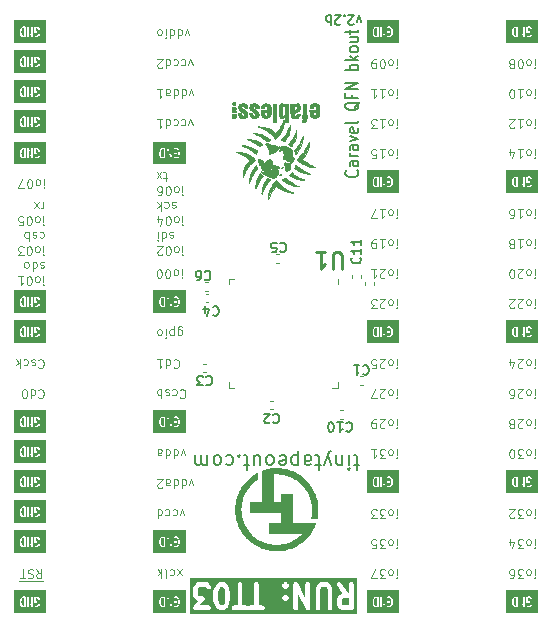
<source format=gbr>
G04 #@! TF.GenerationSoftware,KiCad,Pcbnew,7.0.10-7.0.10~ubuntu22.04.1*
G04 #@! TF.CreationDate,2024-02-20T17:40:51-05:00*
G04 #@! TF.ProjectId,caravel-breakout-qfn,63617261-7665-46c2-9d62-7265616b6f75,2.2*
G04 #@! TF.SameCoordinates,PX2dc6c00PY42c1d80*
G04 #@! TF.FileFunction,Legend,Top*
G04 #@! TF.FilePolarity,Positive*
%FSLAX46Y46*%
G04 Gerber Fmt 4.6, Leading zero omitted, Abs format (unit mm)*
G04 Created by KiCad (PCBNEW 7.0.10-7.0.10~ubuntu22.04.1) date 2024-02-20 17:40:51*
%MOMM*%
%LPD*%
G01*
G04 APERTURE LIST*
%ADD10C,0.120000*%
%ADD11C,0.400000*%
%ADD12C,0.180000*%
%ADD13C,0.200000*%
%ADD14C,0.150000*%
%ADD15C,0.240000*%
%ADD16C,0.010000*%
G04 APERTURE END LIST*
D10*
X684000Y3900000D02*
X2716000Y3900000D01*
X15128089Y50132725D02*
X14949517Y50632725D01*
X14949517Y50632725D02*
X14770946Y50132725D01*
X14163803Y50632725D02*
X14163803Y49882725D01*
X14163803Y50597010D02*
X14235231Y50632725D01*
X14235231Y50632725D02*
X14378088Y50632725D01*
X14378088Y50632725D02*
X14449517Y50597010D01*
X14449517Y50597010D02*
X14485231Y50561296D01*
X14485231Y50561296D02*
X14520945Y50489868D01*
X14520945Y50489868D02*
X14520945Y50275582D01*
X14520945Y50275582D02*
X14485231Y50204153D01*
X14485231Y50204153D02*
X14449517Y50168439D01*
X14449517Y50168439D02*
X14378088Y50132725D01*
X14378088Y50132725D02*
X14235231Y50132725D01*
X14235231Y50132725D02*
X14163803Y50168439D01*
X13485232Y50632725D02*
X13485232Y49882725D01*
X13485232Y50597010D02*
X13556660Y50632725D01*
X13556660Y50632725D02*
X13699517Y50632725D01*
X13699517Y50632725D02*
X13770946Y50597010D01*
X13770946Y50597010D02*
X13806660Y50561296D01*
X13806660Y50561296D02*
X13842374Y50489868D01*
X13842374Y50489868D02*
X13842374Y50275582D01*
X13842374Y50275582D02*
X13806660Y50204153D01*
X13806660Y50204153D02*
X13770946Y50168439D01*
X13770946Y50168439D02*
X13699517Y50132725D01*
X13699517Y50132725D02*
X13556660Y50132725D01*
X13556660Y50132725D02*
X13485232Y50168439D01*
X13128089Y50632725D02*
X13128089Y50132725D01*
X13128089Y49882725D02*
X13163803Y49918439D01*
X13163803Y49918439D02*
X13128089Y49954153D01*
X13128089Y49954153D02*
X13092375Y49918439D01*
X13092375Y49918439D02*
X13128089Y49882725D01*
X13128089Y49882725D02*
X13128089Y49954153D01*
X12663803Y50632725D02*
X12735232Y50597010D01*
X12735232Y50597010D02*
X12770946Y50561296D01*
X12770946Y50561296D02*
X12806660Y50489868D01*
X12806660Y50489868D02*
X12806660Y50275582D01*
X12806660Y50275582D02*
X12770946Y50204153D01*
X12770946Y50204153D02*
X12735232Y50168439D01*
X12735232Y50168439D02*
X12663803Y50132725D01*
X12663803Y50132725D02*
X12556660Y50132725D01*
X12556660Y50132725D02*
X12485232Y50168439D01*
X12485232Y50168439D02*
X12449518Y50204153D01*
X12449518Y50204153D02*
X12413803Y50275582D01*
X12413803Y50275582D02*
X12413803Y50489868D01*
X12413803Y50489868D02*
X12449518Y50561296D01*
X12449518Y50561296D02*
X12485232Y50597010D01*
X12485232Y50597010D02*
X12556660Y50632725D01*
X12556660Y50632725D02*
X12663803Y50632725D01*
X44375571Y4912725D02*
X44375571Y4412725D01*
X44375571Y4162725D02*
X44411285Y4198439D01*
X44411285Y4198439D02*
X44375571Y4234153D01*
X44375571Y4234153D02*
X44339857Y4198439D01*
X44339857Y4198439D02*
X44375571Y4162725D01*
X44375571Y4162725D02*
X44375571Y4234153D01*
X43911285Y4912725D02*
X43982714Y4877010D01*
X43982714Y4877010D02*
X44018428Y4841296D01*
X44018428Y4841296D02*
X44054142Y4769868D01*
X44054142Y4769868D02*
X44054142Y4555582D01*
X44054142Y4555582D02*
X44018428Y4484153D01*
X44018428Y4484153D02*
X43982714Y4448439D01*
X43982714Y4448439D02*
X43911285Y4412725D01*
X43911285Y4412725D02*
X43804142Y4412725D01*
X43804142Y4412725D02*
X43732714Y4448439D01*
X43732714Y4448439D02*
X43697000Y4484153D01*
X43697000Y4484153D02*
X43661285Y4555582D01*
X43661285Y4555582D02*
X43661285Y4769868D01*
X43661285Y4769868D02*
X43697000Y4841296D01*
X43697000Y4841296D02*
X43732714Y4877010D01*
X43732714Y4877010D02*
X43804142Y4912725D01*
X43804142Y4912725D02*
X43911285Y4912725D01*
X43411286Y4162725D02*
X42947000Y4162725D01*
X42947000Y4162725D02*
X43197000Y4448439D01*
X43197000Y4448439D02*
X43089857Y4448439D01*
X43089857Y4448439D02*
X43018429Y4484153D01*
X43018429Y4484153D02*
X42982714Y4519868D01*
X42982714Y4519868D02*
X42947000Y4591296D01*
X42947000Y4591296D02*
X42947000Y4769868D01*
X42947000Y4769868D02*
X42982714Y4841296D01*
X42982714Y4841296D02*
X43018429Y4877010D01*
X43018429Y4877010D02*
X43089857Y4912725D01*
X43089857Y4912725D02*
X43304143Y4912725D01*
X43304143Y4912725D02*
X43375571Y4877010D01*
X43375571Y4877010D02*
X43411286Y4841296D01*
X42304143Y4162725D02*
X42447000Y4162725D01*
X42447000Y4162725D02*
X42518428Y4198439D01*
X42518428Y4198439D02*
X42554143Y4234153D01*
X42554143Y4234153D02*
X42625571Y4341296D01*
X42625571Y4341296D02*
X42661285Y4484153D01*
X42661285Y4484153D02*
X42661285Y4769868D01*
X42661285Y4769868D02*
X42625571Y4841296D01*
X42625571Y4841296D02*
X42589857Y4877010D01*
X42589857Y4877010D02*
X42518428Y4912725D01*
X42518428Y4912725D02*
X42375571Y4912725D01*
X42375571Y4912725D02*
X42304143Y4877010D01*
X42304143Y4877010D02*
X42268428Y4841296D01*
X42268428Y4841296D02*
X42232714Y4769868D01*
X42232714Y4769868D02*
X42232714Y4591296D01*
X42232714Y4591296D02*
X42268428Y4519868D01*
X42268428Y4519868D02*
X42304143Y4484153D01*
X42304143Y4484153D02*
X42375571Y4448439D01*
X42375571Y4448439D02*
X42518428Y4448439D01*
X42518428Y4448439D02*
X42589857Y4484153D01*
X42589857Y4484153D02*
X42625571Y4519868D01*
X42625571Y4519868D02*
X42661285Y4591296D01*
D11*
G36*
X18016536Y3380587D02*
G01*
X18059009Y3333396D01*
X18123601Y3189856D01*
X18199999Y2850312D01*
X18199999Y2418566D01*
X18123601Y2079022D01*
X18059009Y1935482D01*
X18016537Y1888292D01*
X17919603Y1834439D01*
X17851824Y1834439D01*
X17754891Y1888291D01*
X17712417Y1935484D01*
X17647824Y2079024D01*
X17571428Y2418565D01*
X17571428Y2850313D01*
X17647824Y3189854D01*
X17712417Y3333394D01*
X17754891Y3380587D01*
X17851825Y3434439D01*
X17919603Y3434439D01*
X18016536Y3380587D01*
G37*
G36*
X28657143Y1834439D02*
G01*
X28223254Y1834439D01*
X28126319Y1888292D01*
X28083847Y1935484D01*
X28028572Y2058318D01*
X28028572Y2258179D01*
X28083847Y2381013D01*
X28126320Y2428207D01*
X28223254Y2482058D01*
X28657143Y2482058D01*
X28657143Y1834439D01*
G37*
G36*
X29342857Y1148725D02*
G01*
X15171428Y1148725D01*
X15171428Y2777296D01*
X15457142Y2777296D01*
X15466483Y2736367D01*
X15474758Y2695223D01*
X15560472Y2504747D01*
X15579132Y2480060D01*
X15594197Y2453027D01*
X15679912Y2357788D01*
X15706888Y2338790D01*
X15731442Y2316750D01*
X15876450Y2236190D01*
X15500015Y1758177D01*
X15481197Y1718482D01*
X15462156Y1678943D01*
X15462156Y1678316D01*
X15461887Y1677748D01*
X15462156Y1633898D01*
X15462156Y1589935D01*
X15462429Y1589368D01*
X15462433Y1588742D01*
X15481725Y1549300D01*
X15500776Y1509741D01*
X15501265Y1509351D01*
X15501542Y1508785D01*
X15536100Y1481570D01*
X15570365Y1454245D01*
X15570976Y1454106D01*
X15571470Y1453717D01*
X15614312Y1444215D01*
X15657142Y1434439D01*
X16771428Y1434439D01*
X16858205Y1454245D01*
X16927794Y1509741D01*
X16966414Y1589935D01*
X16966414Y1678943D01*
X16927794Y1759137D01*
X16858205Y1814633D01*
X16771428Y1834439D01*
X16069213Y1834439D01*
X16414269Y2272606D01*
X16433071Y2312269D01*
X16452128Y2351839D01*
X16452128Y2352467D01*
X16452397Y2353034D01*
X16452131Y2396343D01*
X17171428Y2396343D01*
X17176374Y2374671D01*
X17176306Y2352441D01*
X17262020Y1971488D01*
X17270760Y1953195D01*
X17274758Y1933317D01*
X17360473Y1742841D01*
X17379134Y1718153D01*
X17394198Y1691122D01*
X17479912Y1595885D01*
X17506886Y1576888D01*
X17531442Y1554846D01*
X17702871Y1459607D01*
X17708576Y1457950D01*
X17713222Y1454245D01*
X17751061Y1445609D01*
X17788346Y1434778D01*
X17794207Y1435761D01*
X17799999Y1434439D01*
X17971428Y1434439D01*
X17977219Y1435761D01*
X17983081Y1434778D01*
X18020365Y1445609D01*
X18058205Y1454245D01*
X18062850Y1457950D01*
X18068556Y1459607D01*
X18239986Y1554846D01*
X18264538Y1576885D01*
X18283069Y1589935D01*
X18719300Y1589935D01*
X18757920Y1509741D01*
X18827509Y1454245D01*
X18914286Y1434439D01*
X19942857Y1434439D01*
X20029634Y1454245D01*
X20099223Y1509741D01*
X20114286Y1541020D01*
X20129349Y1509741D01*
X20198938Y1454245D01*
X20285715Y1434439D01*
X21314286Y1434439D01*
X21401063Y1454245D01*
X21470652Y1509741D01*
X21509272Y1589935D01*
X21509272Y1634439D01*
X23942858Y1634439D01*
X23962664Y1547662D01*
X24018160Y1478073D01*
X24098354Y1439453D01*
X24187362Y1439453D01*
X24267556Y1478073D01*
X24323052Y1547662D01*
X24342858Y1634439D01*
X24342858Y2808246D01*
X24993572Y1542969D01*
X25020581Y1510863D01*
X25046731Y1478073D01*
X25049144Y1476911D01*
X25050872Y1474857D01*
X25089152Y1457644D01*
X25126925Y1439453D01*
X25129606Y1439453D01*
X25132050Y1438354D01*
X25173983Y1439453D01*
X25215933Y1439453D01*
X25218347Y1440616D01*
X25221029Y1440686D01*
X25258365Y1459888D01*
X25296127Y1478073D01*
X25297796Y1480167D01*
X25300183Y1481394D01*
X25325473Y1514873D01*
X25351623Y1547662D01*
X25352219Y1550277D01*
X25353835Y1552415D01*
X25362095Y1593548D01*
X25371429Y1634439D01*
X25828572Y1634439D01*
X25848378Y1547662D01*
X25903874Y1478073D01*
X25984068Y1439453D01*
X26073076Y1439453D01*
X26153270Y1478073D01*
X26208766Y1547662D01*
X26228572Y1634439D01*
X26228572Y3210560D01*
X26283847Y3333394D01*
X26326320Y3380587D01*
X26423254Y3434439D01*
X26662461Y3434439D01*
X26759394Y3380587D01*
X26801867Y3333396D01*
X26857143Y3210560D01*
X26857143Y1634439D01*
X26876949Y1547662D01*
X26932445Y1478073D01*
X27012639Y1439453D01*
X27101647Y1439453D01*
X27181841Y1478073D01*
X27237337Y1547662D01*
X27257143Y1634439D01*
X27257143Y2015391D01*
X27628572Y2015391D01*
X27637913Y1974462D01*
X27646188Y1933318D01*
X27731902Y1742842D01*
X27750562Y1718155D01*
X27765627Y1691122D01*
X27851341Y1595885D01*
X27878313Y1576890D01*
X27902872Y1554845D01*
X28074301Y1459607D01*
X28080006Y1457950D01*
X28084652Y1454245D01*
X28122491Y1445609D01*
X28159776Y1434778D01*
X28165637Y1435761D01*
X28171429Y1434439D01*
X28857143Y1434439D01*
X28879111Y1439453D01*
X28901647Y1439453D01*
X28921950Y1449231D01*
X28943920Y1454245D01*
X28961539Y1468297D01*
X28981841Y1478073D01*
X28995891Y1495691D01*
X29013509Y1509741D01*
X29023285Y1530043D01*
X29037337Y1547662D01*
X29042351Y1569632D01*
X29052129Y1589935D01*
X29052129Y1612471D01*
X29057143Y1634439D01*
X29057143Y3634439D01*
X29037337Y3721216D01*
X28981841Y3790805D01*
X28901647Y3829425D01*
X28812639Y3829425D01*
X28732445Y3790805D01*
X28676949Y3721216D01*
X28657143Y3634439D01*
X28657143Y2882058D01*
X28538953Y2882058D01*
X27997790Y3741047D01*
X27934777Y3803910D01*
X27850729Y3833208D01*
X27762292Y3823137D01*
X27686983Y3775693D01*
X27639717Y3700270D01*
X27629856Y3611810D01*
X27659354Y3527831D01*
X28080669Y2859077D01*
X28080006Y2858548D01*
X28074301Y2856890D01*
X27902872Y2761652D01*
X27878316Y2739612D01*
X27851340Y2720612D01*
X27765626Y2625373D01*
X27750561Y2598341D01*
X27731902Y2573654D01*
X27646188Y2383178D01*
X27637913Y2342035D01*
X27628572Y2301105D01*
X27628572Y2015391D01*
X27257143Y2015391D01*
X27257143Y3253486D01*
X27247801Y3294416D01*
X27239527Y3335559D01*
X27153813Y3526035D01*
X27135153Y3550722D01*
X27120088Y3577755D01*
X27034374Y3672993D01*
X27007396Y3691993D01*
X26982844Y3714031D01*
X26811415Y3809270D01*
X26805709Y3810928D01*
X26801063Y3814633D01*
X26763212Y3823273D01*
X26725940Y3834099D01*
X26720079Y3833117D01*
X26714286Y3834439D01*
X26371429Y3834439D01*
X26365635Y3833117D01*
X26359775Y3834099D01*
X26322502Y3823273D01*
X26284652Y3814633D01*
X26280005Y3810928D01*
X26274300Y3809270D01*
X26102871Y3714031D01*
X26078315Y3691990D01*
X26051341Y3672992D01*
X25965627Y3577755D01*
X25950562Y3550723D01*
X25931902Y3526035D01*
X25846188Y3335559D01*
X25837913Y3294416D01*
X25828572Y3253486D01*
X25828572Y1634439D01*
X25371429Y1634439D01*
X25371429Y3634439D01*
X25351623Y3721216D01*
X25296127Y3790805D01*
X25215933Y3829425D01*
X25126925Y3829425D01*
X25046731Y3790805D01*
X24991235Y3721216D01*
X24971429Y3634439D01*
X24971429Y2460633D01*
X24320716Y3725909D01*
X24293702Y3758019D01*
X24267556Y3790805D01*
X24265141Y3791968D01*
X24263415Y3794020D01*
X24225150Y3811227D01*
X24187362Y3829425D01*
X24184681Y3829425D01*
X24182237Y3830524D01*
X24140322Y3829425D01*
X24098354Y3829425D01*
X24095937Y3828262D01*
X24093258Y3828191D01*
X24055945Y3809002D01*
X24018160Y3790805D01*
X24016489Y3788711D01*
X24014105Y3787484D01*
X23988823Y3754019D01*
X23962664Y3721216D01*
X23962067Y3718601D01*
X23960452Y3716463D01*
X23952191Y3675335D01*
X23942858Y3634439D01*
X23942858Y1634439D01*
X21509272Y1634439D01*
X21509272Y1678943D01*
X21470652Y1759137D01*
X21401063Y1814633D01*
X21314286Y1834439D01*
X21000000Y1834439D01*
X21000000Y2524389D01*
X23002710Y2524389D01*
X23004668Y2491576D01*
X23002711Y2458772D01*
X23007293Y2447599D01*
X23008013Y2435539D01*
X23024012Y2406830D01*
X23036483Y2376420D01*
X23045462Y2368339D01*
X23051342Y2357788D01*
X23137056Y2262551D01*
X23150649Y2252978D01*
X23161017Y2239977D01*
X23175995Y2232764D01*
X23188356Y2221639D01*
X23199952Y2218254D01*
X23209828Y2211299D01*
X23226229Y2208572D01*
X23241211Y2201357D01*
X23257838Y2201357D01*
X23273799Y2196698D01*
X23285717Y2198680D01*
X23297630Y2196699D01*
X23313588Y2201357D01*
X23330219Y2201357D01*
X23345199Y2208572D01*
X23361602Y2211299D01*
X23371479Y2218256D01*
X23383074Y2221640D01*
X23395432Y2232763D01*
X23410413Y2239977D01*
X23420779Y2252976D01*
X23434374Y2262550D01*
X23520088Y2357788D01*
X23525968Y2368341D01*
X23534946Y2376420D01*
X23547413Y2406822D01*
X23563417Y2435538D01*
X23564136Y2447600D01*
X23568719Y2458773D01*
X23566761Y2491581D01*
X23568719Y2524388D01*
X23564136Y2535562D01*
X23563417Y2547623D01*
X23547414Y2576338D01*
X23534947Y2606741D01*
X23525969Y2614821D01*
X23520089Y2625373D01*
X23434375Y2720612D01*
X23420779Y2730188D01*
X23410413Y2743186D01*
X23395432Y2750401D01*
X23383073Y2761524D01*
X23371479Y2764908D01*
X23361603Y2771864D01*
X23345199Y2774592D01*
X23330219Y2781806D01*
X23313588Y2781806D01*
X23297630Y2786464D01*
X23285717Y2784484D01*
X23273800Y2786465D01*
X23257839Y2781806D01*
X23241211Y2781806D01*
X23226230Y2774592D01*
X23209827Y2771864D01*
X23199950Y2764909D01*
X23188357Y2761524D01*
X23175996Y2750401D01*
X23161017Y2743186D01*
X23150650Y2730188D01*
X23137055Y2720612D01*
X23051341Y2625373D01*
X23045461Y2614823D01*
X23036483Y2606742D01*
X23024011Y2576331D01*
X23008013Y2547622D01*
X23007293Y2535566D01*
X23002710Y2524389D01*
X21000000Y2524389D01*
X21000000Y3572008D01*
X23002710Y3572008D01*
X23004668Y3539195D01*
X23002711Y3506391D01*
X23007293Y3495218D01*
X23008013Y3483158D01*
X23024012Y3454449D01*
X23036483Y3424039D01*
X23045462Y3415958D01*
X23051342Y3405407D01*
X23137056Y3310170D01*
X23150649Y3300597D01*
X23161017Y3287596D01*
X23175995Y3280383D01*
X23188356Y3269258D01*
X23199952Y3265873D01*
X23209828Y3258918D01*
X23226229Y3256191D01*
X23241211Y3248976D01*
X23257838Y3248976D01*
X23273799Y3244317D01*
X23285717Y3246299D01*
X23297630Y3244318D01*
X23313588Y3248976D01*
X23330219Y3248976D01*
X23345199Y3256191D01*
X23361602Y3258918D01*
X23371479Y3265875D01*
X23383074Y3269259D01*
X23395432Y3280382D01*
X23410413Y3287596D01*
X23420779Y3300595D01*
X23434374Y3310169D01*
X23520088Y3405407D01*
X23525968Y3415960D01*
X23534946Y3424039D01*
X23547413Y3454441D01*
X23563417Y3483157D01*
X23564136Y3495219D01*
X23568719Y3506392D01*
X23566761Y3539200D01*
X23568719Y3572007D01*
X23564136Y3583181D01*
X23563417Y3595242D01*
X23547414Y3623957D01*
X23534947Y3654360D01*
X23525969Y3662440D01*
X23520089Y3672992D01*
X23434375Y3768231D01*
X23420779Y3777807D01*
X23410413Y3790805D01*
X23395432Y3798020D01*
X23383073Y3809143D01*
X23371479Y3812527D01*
X23361603Y3819483D01*
X23345199Y3822211D01*
X23330219Y3829425D01*
X23313588Y3829425D01*
X23297630Y3834083D01*
X23285717Y3832103D01*
X23273800Y3834084D01*
X23257839Y3829425D01*
X23241211Y3829425D01*
X23226230Y3822211D01*
X23209827Y3819483D01*
X23199950Y3812528D01*
X23188357Y3809143D01*
X23175996Y3798020D01*
X23161017Y3790805D01*
X23150650Y3777807D01*
X23137055Y3768231D01*
X23051341Y3672992D01*
X23045461Y3662442D01*
X23036483Y3654361D01*
X23024011Y3623950D01*
X23008013Y3595241D01*
X23007293Y3583185D01*
X23002710Y3572008D01*
X21000000Y3572008D01*
X21000000Y3634439D01*
X20980194Y3721216D01*
X20924698Y3790805D01*
X20844504Y3829425D01*
X20755496Y3829425D01*
X20675302Y3790805D01*
X20619806Y3721216D01*
X20600000Y3634439D01*
X20600000Y1834439D01*
X20285715Y1834439D01*
X20198938Y1814633D01*
X20129349Y1759137D01*
X20114286Y1727859D01*
X20099223Y1759137D01*
X20029634Y1814633D01*
X19942857Y1834439D01*
X19628571Y1834439D01*
X19628571Y3634439D01*
X19608765Y3721216D01*
X19553269Y3790805D01*
X19473075Y3829425D01*
X19384067Y3829425D01*
X19303873Y3790805D01*
X19248377Y3721216D01*
X19228571Y3634439D01*
X19228571Y1834439D01*
X18914286Y1834439D01*
X18827509Y1814633D01*
X18757920Y1759137D01*
X18719300Y1678943D01*
X18719300Y1589935D01*
X18283069Y1589935D01*
X18291516Y1595884D01*
X18377230Y1691122D01*
X18392295Y1718156D01*
X18410955Y1742842D01*
X18496669Y1933318D01*
X18500666Y1953195D01*
X18509407Y1971489D01*
X18595121Y2352441D01*
X18595052Y2374671D01*
X18599999Y2396343D01*
X18599999Y2872534D01*
X18595052Y2894207D01*
X18595121Y2916436D01*
X18509407Y3297388D01*
X18500666Y3315683D01*
X18496669Y3335559D01*
X18410955Y3526035D01*
X18392295Y3550722D01*
X18377230Y3577755D01*
X18291516Y3672993D01*
X18264538Y3691993D01*
X18239986Y3714031D01*
X18068557Y3809270D01*
X18062851Y3810928D01*
X18058205Y3814633D01*
X18020354Y3823273D01*
X17983082Y3834099D01*
X17977221Y3833117D01*
X17971428Y3834439D01*
X17799999Y3834439D01*
X17794205Y3833117D01*
X17788345Y3834099D01*
X17751070Y3823272D01*
X17713222Y3814633D01*
X17708575Y3810928D01*
X17702869Y3809270D01*
X17531441Y3714031D01*
X17506885Y3691989D01*
X17479912Y3672992D01*
X17394198Y3577755D01*
X17379134Y3550725D01*
X17360473Y3526036D01*
X17274758Y3335560D01*
X17270760Y3315683D01*
X17262020Y3297389D01*
X17176306Y2916436D01*
X17176374Y2894207D01*
X17171428Y2872534D01*
X17171428Y2396343D01*
X16452131Y2396343D01*
X16452128Y2396886D01*
X16452128Y2440847D01*
X16451854Y2441415D01*
X16451851Y2442041D01*
X16432542Y2481516D01*
X16413508Y2521041D01*
X16413018Y2521432D01*
X16412742Y2521997D01*
X16378183Y2549213D01*
X16343919Y2576537D01*
X16343307Y2576677D01*
X16342814Y2577065D01*
X16299971Y2586568D01*
X16257142Y2596343D01*
X16051824Y2596343D01*
X15954891Y2650195D01*
X15912417Y2697389D01*
X15857142Y2820223D01*
X15857142Y3210560D01*
X15912416Y3333394D01*
X15954890Y3380586D01*
X16051825Y3434439D01*
X16462459Y3434439D01*
X16559393Y3380586D01*
X16622770Y3310168D01*
X16695542Y3258917D01*
X16783345Y3244318D01*
X16868788Y3269259D01*
X16934947Y3328803D01*
X16968719Y3411156D01*
X16963416Y3500006D01*
X16920086Y3577756D01*
X16834371Y3672994D01*
X16807391Y3691996D01*
X16782842Y3714031D01*
X16611415Y3809270D01*
X16605708Y3810928D01*
X16601062Y3814633D01*
X16563213Y3823272D01*
X16525939Y3834099D01*
X16520078Y3833117D01*
X16514285Y3834439D01*
X15999999Y3834439D01*
X15994205Y3833117D01*
X15988345Y3834099D01*
X15951070Y3823272D01*
X15913222Y3814633D01*
X15908575Y3810928D01*
X15902869Y3809270D01*
X15731441Y3714031D01*
X15706890Y3691994D01*
X15679913Y3672994D01*
X15594198Y3577756D01*
X15579132Y3550723D01*
X15560472Y3526035D01*
X15474758Y3335559D01*
X15466483Y3294416D01*
X15457142Y3253486D01*
X15457142Y2777296D01*
X15171428Y2777296D01*
X15171428Y4120153D01*
X29342857Y4120153D01*
X29342857Y1148725D01*
G37*
D10*
X44375571Y32852725D02*
X44375571Y32352725D01*
X44375571Y32102725D02*
X44411285Y32138439D01*
X44411285Y32138439D02*
X44375571Y32174153D01*
X44375571Y32174153D02*
X44339857Y32138439D01*
X44339857Y32138439D02*
X44375571Y32102725D01*
X44375571Y32102725D02*
X44375571Y32174153D01*
X43911285Y32852725D02*
X43982714Y32817010D01*
X43982714Y32817010D02*
X44018428Y32781296D01*
X44018428Y32781296D02*
X44054142Y32709868D01*
X44054142Y32709868D02*
X44054142Y32495582D01*
X44054142Y32495582D02*
X44018428Y32424153D01*
X44018428Y32424153D02*
X43982714Y32388439D01*
X43982714Y32388439D02*
X43911285Y32352725D01*
X43911285Y32352725D02*
X43804142Y32352725D01*
X43804142Y32352725D02*
X43732714Y32388439D01*
X43732714Y32388439D02*
X43697000Y32424153D01*
X43697000Y32424153D02*
X43661285Y32495582D01*
X43661285Y32495582D02*
X43661285Y32709868D01*
X43661285Y32709868D02*
X43697000Y32781296D01*
X43697000Y32781296D02*
X43732714Y32817010D01*
X43732714Y32817010D02*
X43804142Y32852725D01*
X43804142Y32852725D02*
X43911285Y32852725D01*
X42947000Y32852725D02*
X43375571Y32852725D01*
X43161286Y32852725D02*
X43161286Y32102725D01*
X43161286Y32102725D02*
X43232714Y32209868D01*
X43232714Y32209868D02*
X43304143Y32281296D01*
X43304143Y32281296D02*
X43375571Y32317010D01*
X42518428Y32424153D02*
X42589857Y32388439D01*
X42589857Y32388439D02*
X42625571Y32352725D01*
X42625571Y32352725D02*
X42661285Y32281296D01*
X42661285Y32281296D02*
X42661285Y32245582D01*
X42661285Y32245582D02*
X42625571Y32174153D01*
X42625571Y32174153D02*
X42589857Y32138439D01*
X42589857Y32138439D02*
X42518428Y32102725D01*
X42518428Y32102725D02*
X42375571Y32102725D01*
X42375571Y32102725D02*
X42304143Y32138439D01*
X42304143Y32138439D02*
X42268428Y32174153D01*
X42268428Y32174153D02*
X42232714Y32245582D01*
X42232714Y32245582D02*
X42232714Y32281296D01*
X42232714Y32281296D02*
X42268428Y32352725D01*
X42268428Y32352725D02*
X42304143Y32388439D01*
X42304143Y32388439D02*
X42375571Y32424153D01*
X42375571Y32424153D02*
X42518428Y32424153D01*
X42518428Y32424153D02*
X42589857Y32459868D01*
X42589857Y32459868D02*
X42625571Y32495582D01*
X42625571Y32495582D02*
X42661285Y32567010D01*
X42661285Y32567010D02*
X42661285Y32709868D01*
X42661285Y32709868D02*
X42625571Y32781296D01*
X42625571Y32781296D02*
X42589857Y32817010D01*
X42589857Y32817010D02*
X42518428Y32852725D01*
X42518428Y32852725D02*
X42375571Y32852725D01*
X42375571Y32852725D02*
X42304143Y32817010D01*
X42304143Y32817010D02*
X42268428Y32781296D01*
X42268428Y32781296D02*
X42232714Y32709868D01*
X42232714Y32709868D02*
X42232714Y32567010D01*
X42232714Y32567010D02*
X42268428Y32495582D01*
X42268428Y32495582D02*
X42304143Y32459868D01*
X42304143Y32459868D02*
X42375571Y32424153D01*
X32691571Y27772725D02*
X32691571Y27272725D01*
X32691571Y27022725D02*
X32727285Y27058439D01*
X32727285Y27058439D02*
X32691571Y27094153D01*
X32691571Y27094153D02*
X32655857Y27058439D01*
X32655857Y27058439D02*
X32691571Y27022725D01*
X32691571Y27022725D02*
X32691571Y27094153D01*
X32227285Y27772725D02*
X32298714Y27737010D01*
X32298714Y27737010D02*
X32334428Y27701296D01*
X32334428Y27701296D02*
X32370142Y27629868D01*
X32370142Y27629868D02*
X32370142Y27415582D01*
X32370142Y27415582D02*
X32334428Y27344153D01*
X32334428Y27344153D02*
X32298714Y27308439D01*
X32298714Y27308439D02*
X32227285Y27272725D01*
X32227285Y27272725D02*
X32120142Y27272725D01*
X32120142Y27272725D02*
X32048714Y27308439D01*
X32048714Y27308439D02*
X32013000Y27344153D01*
X32013000Y27344153D02*
X31977285Y27415582D01*
X31977285Y27415582D02*
X31977285Y27629868D01*
X31977285Y27629868D02*
X32013000Y27701296D01*
X32013000Y27701296D02*
X32048714Y27737010D01*
X32048714Y27737010D02*
X32120142Y27772725D01*
X32120142Y27772725D02*
X32227285Y27772725D01*
X31691571Y27094153D02*
X31655857Y27058439D01*
X31655857Y27058439D02*
X31584429Y27022725D01*
X31584429Y27022725D02*
X31405857Y27022725D01*
X31405857Y27022725D02*
X31334429Y27058439D01*
X31334429Y27058439D02*
X31298714Y27094153D01*
X31298714Y27094153D02*
X31263000Y27165582D01*
X31263000Y27165582D02*
X31263000Y27237010D01*
X31263000Y27237010D02*
X31298714Y27344153D01*
X31298714Y27344153D02*
X31727286Y27772725D01*
X31727286Y27772725D02*
X31263000Y27772725D01*
X31013000Y27022725D02*
X30548714Y27022725D01*
X30548714Y27022725D02*
X30798714Y27308439D01*
X30798714Y27308439D02*
X30691571Y27308439D01*
X30691571Y27308439D02*
X30620143Y27344153D01*
X30620143Y27344153D02*
X30584428Y27379868D01*
X30584428Y27379868D02*
X30548714Y27451296D01*
X30548714Y27451296D02*
X30548714Y27629868D01*
X30548714Y27629868D02*
X30584428Y27701296D01*
X30584428Y27701296D02*
X30620143Y27737010D01*
X30620143Y27737010D02*
X30691571Y27772725D01*
X30691571Y27772725D02*
X30905857Y27772725D01*
X30905857Y27772725D02*
X30977285Y27737010D01*
X30977285Y27737010D02*
X31013000Y27701296D01*
X44375571Y7452725D02*
X44375571Y6952725D01*
X44375571Y6702725D02*
X44411285Y6738439D01*
X44411285Y6738439D02*
X44375571Y6774153D01*
X44375571Y6774153D02*
X44339857Y6738439D01*
X44339857Y6738439D02*
X44375571Y6702725D01*
X44375571Y6702725D02*
X44375571Y6774153D01*
X43911285Y7452725D02*
X43982714Y7417010D01*
X43982714Y7417010D02*
X44018428Y7381296D01*
X44018428Y7381296D02*
X44054142Y7309868D01*
X44054142Y7309868D02*
X44054142Y7095582D01*
X44054142Y7095582D02*
X44018428Y7024153D01*
X44018428Y7024153D02*
X43982714Y6988439D01*
X43982714Y6988439D02*
X43911285Y6952725D01*
X43911285Y6952725D02*
X43804142Y6952725D01*
X43804142Y6952725D02*
X43732714Y6988439D01*
X43732714Y6988439D02*
X43697000Y7024153D01*
X43697000Y7024153D02*
X43661285Y7095582D01*
X43661285Y7095582D02*
X43661285Y7309868D01*
X43661285Y7309868D02*
X43697000Y7381296D01*
X43697000Y7381296D02*
X43732714Y7417010D01*
X43732714Y7417010D02*
X43804142Y7452725D01*
X43804142Y7452725D02*
X43911285Y7452725D01*
X43411286Y6702725D02*
X42947000Y6702725D01*
X42947000Y6702725D02*
X43197000Y6988439D01*
X43197000Y6988439D02*
X43089857Y6988439D01*
X43089857Y6988439D02*
X43018429Y7024153D01*
X43018429Y7024153D02*
X42982714Y7059868D01*
X42982714Y7059868D02*
X42947000Y7131296D01*
X42947000Y7131296D02*
X42947000Y7309868D01*
X42947000Y7309868D02*
X42982714Y7381296D01*
X42982714Y7381296D02*
X43018429Y7417010D01*
X43018429Y7417010D02*
X43089857Y7452725D01*
X43089857Y7452725D02*
X43304143Y7452725D01*
X43304143Y7452725D02*
X43375571Y7417010D01*
X43375571Y7417010D02*
X43411286Y7381296D01*
X42304143Y6952725D02*
X42304143Y7452725D01*
X42482714Y6667010D02*
X42661285Y7202725D01*
X42661285Y7202725D02*
X42197000Y7202725D01*
X14479857Y4912725D02*
X14087000Y4412725D01*
X14479857Y4412725D02*
X14087000Y4912725D01*
X13479857Y4877010D02*
X13551285Y4912725D01*
X13551285Y4912725D02*
X13694142Y4912725D01*
X13694142Y4912725D02*
X13765571Y4877010D01*
X13765571Y4877010D02*
X13801285Y4841296D01*
X13801285Y4841296D02*
X13836999Y4769868D01*
X13836999Y4769868D02*
X13836999Y4555582D01*
X13836999Y4555582D02*
X13801285Y4484153D01*
X13801285Y4484153D02*
X13765571Y4448439D01*
X13765571Y4448439D02*
X13694142Y4412725D01*
X13694142Y4412725D02*
X13551285Y4412725D01*
X13551285Y4412725D02*
X13479857Y4448439D01*
X13051285Y4912725D02*
X13122714Y4877010D01*
X13122714Y4877010D02*
X13158428Y4805582D01*
X13158428Y4805582D02*
X13158428Y4162725D01*
X12765571Y4912725D02*
X12765571Y4162725D01*
X12694143Y4627010D02*
X12479857Y4912725D01*
X12479857Y4412725D02*
X12765571Y4698439D01*
X14556661Y34788975D02*
X14556661Y34288975D01*
X14556661Y34038975D02*
X14592375Y34074689D01*
X14592375Y34074689D02*
X14556661Y34110403D01*
X14556661Y34110403D02*
X14520947Y34074689D01*
X14520947Y34074689D02*
X14556661Y34038975D01*
X14556661Y34038975D02*
X14556661Y34110403D01*
X14092375Y34788975D02*
X14163804Y34753260D01*
X14163804Y34753260D02*
X14199518Y34717546D01*
X14199518Y34717546D02*
X14235232Y34646118D01*
X14235232Y34646118D02*
X14235232Y34431832D01*
X14235232Y34431832D02*
X14199518Y34360403D01*
X14199518Y34360403D02*
X14163804Y34324689D01*
X14163804Y34324689D02*
X14092375Y34288975D01*
X14092375Y34288975D02*
X13985232Y34288975D01*
X13985232Y34288975D02*
X13913804Y34324689D01*
X13913804Y34324689D02*
X13878090Y34360403D01*
X13878090Y34360403D02*
X13842375Y34431832D01*
X13842375Y34431832D02*
X13842375Y34646118D01*
X13842375Y34646118D02*
X13878090Y34717546D01*
X13878090Y34717546D02*
X13913804Y34753260D01*
X13913804Y34753260D02*
X13985232Y34788975D01*
X13985232Y34788975D02*
X14092375Y34788975D01*
X13378090Y34038975D02*
X13306661Y34038975D01*
X13306661Y34038975D02*
X13235233Y34074689D01*
X13235233Y34074689D02*
X13199519Y34110403D01*
X13199519Y34110403D02*
X13163804Y34181832D01*
X13163804Y34181832D02*
X13128090Y34324689D01*
X13128090Y34324689D02*
X13128090Y34503260D01*
X13128090Y34503260D02*
X13163804Y34646118D01*
X13163804Y34646118D02*
X13199519Y34717546D01*
X13199519Y34717546D02*
X13235233Y34753260D01*
X13235233Y34753260D02*
X13306661Y34788975D01*
X13306661Y34788975D02*
X13378090Y34788975D01*
X13378090Y34788975D02*
X13449519Y34753260D01*
X13449519Y34753260D02*
X13485233Y34717546D01*
X13485233Y34717546D02*
X13520947Y34646118D01*
X13520947Y34646118D02*
X13556661Y34503260D01*
X13556661Y34503260D02*
X13556661Y34324689D01*
X13556661Y34324689D02*
X13520947Y34181832D01*
X13520947Y34181832D02*
X13485233Y34110403D01*
X13485233Y34110403D02*
X13449519Y34074689D01*
X13449519Y34074689D02*
X13378090Y34038975D01*
X12485233Y34288975D02*
X12485233Y34788975D01*
X12663804Y34003260D02*
X12842375Y34538975D01*
X12842375Y34538975D02*
X12378090Y34538975D01*
X13985232Y35960760D02*
X13913804Y35996475D01*
X13913804Y35996475D02*
X13770947Y35996475D01*
X13770947Y35996475D02*
X13699518Y35960760D01*
X13699518Y35960760D02*
X13663804Y35889332D01*
X13663804Y35889332D02*
X13663804Y35853618D01*
X13663804Y35853618D02*
X13699518Y35782189D01*
X13699518Y35782189D02*
X13770947Y35746475D01*
X13770947Y35746475D02*
X13878090Y35746475D01*
X13878090Y35746475D02*
X13949518Y35710760D01*
X13949518Y35710760D02*
X13985232Y35639332D01*
X13985232Y35639332D02*
X13985232Y35603618D01*
X13985232Y35603618D02*
X13949518Y35532189D01*
X13949518Y35532189D02*
X13878090Y35496475D01*
X13878090Y35496475D02*
X13770947Y35496475D01*
X13770947Y35496475D02*
X13699518Y35532189D01*
X13020947Y35960760D02*
X13092375Y35996475D01*
X13092375Y35996475D02*
X13235232Y35996475D01*
X13235232Y35996475D02*
X13306661Y35960760D01*
X13306661Y35960760D02*
X13342375Y35925046D01*
X13342375Y35925046D02*
X13378089Y35853618D01*
X13378089Y35853618D02*
X13378089Y35639332D01*
X13378089Y35639332D02*
X13342375Y35567903D01*
X13342375Y35567903D02*
X13306661Y35532189D01*
X13306661Y35532189D02*
X13235232Y35496475D01*
X13235232Y35496475D02*
X13092375Y35496475D01*
X13092375Y35496475D02*
X13020947Y35532189D01*
X12699518Y35996475D02*
X12699518Y35246475D01*
X12628090Y35710760D02*
X12413804Y35996475D01*
X12413804Y35496475D02*
X12699518Y35782189D01*
X32691571Y17612725D02*
X32691571Y17112725D01*
X32691571Y16862725D02*
X32727285Y16898439D01*
X32727285Y16898439D02*
X32691571Y16934153D01*
X32691571Y16934153D02*
X32655857Y16898439D01*
X32655857Y16898439D02*
X32691571Y16862725D01*
X32691571Y16862725D02*
X32691571Y16934153D01*
X32227285Y17612725D02*
X32298714Y17577010D01*
X32298714Y17577010D02*
X32334428Y17541296D01*
X32334428Y17541296D02*
X32370142Y17469868D01*
X32370142Y17469868D02*
X32370142Y17255582D01*
X32370142Y17255582D02*
X32334428Y17184153D01*
X32334428Y17184153D02*
X32298714Y17148439D01*
X32298714Y17148439D02*
X32227285Y17112725D01*
X32227285Y17112725D02*
X32120142Y17112725D01*
X32120142Y17112725D02*
X32048714Y17148439D01*
X32048714Y17148439D02*
X32013000Y17184153D01*
X32013000Y17184153D02*
X31977285Y17255582D01*
X31977285Y17255582D02*
X31977285Y17469868D01*
X31977285Y17469868D02*
X32013000Y17541296D01*
X32013000Y17541296D02*
X32048714Y17577010D01*
X32048714Y17577010D02*
X32120142Y17612725D01*
X32120142Y17612725D02*
X32227285Y17612725D01*
X31691571Y16934153D02*
X31655857Y16898439D01*
X31655857Y16898439D02*
X31584429Y16862725D01*
X31584429Y16862725D02*
X31405857Y16862725D01*
X31405857Y16862725D02*
X31334429Y16898439D01*
X31334429Y16898439D02*
X31298714Y16934153D01*
X31298714Y16934153D02*
X31263000Y17005582D01*
X31263000Y17005582D02*
X31263000Y17077010D01*
X31263000Y17077010D02*
X31298714Y17184153D01*
X31298714Y17184153D02*
X31727286Y17612725D01*
X31727286Y17612725D02*
X31263000Y17612725D01*
X30905857Y17612725D02*
X30763000Y17612725D01*
X30763000Y17612725D02*
X30691571Y17577010D01*
X30691571Y17577010D02*
X30655857Y17541296D01*
X30655857Y17541296D02*
X30584428Y17434153D01*
X30584428Y17434153D02*
X30548714Y17291296D01*
X30548714Y17291296D02*
X30548714Y17005582D01*
X30548714Y17005582D02*
X30584428Y16934153D01*
X30584428Y16934153D02*
X30620143Y16898439D01*
X30620143Y16898439D02*
X30691571Y16862725D01*
X30691571Y16862725D02*
X30834428Y16862725D01*
X30834428Y16862725D02*
X30905857Y16898439D01*
X30905857Y16898439D02*
X30941571Y16934153D01*
X30941571Y16934153D02*
X30977285Y17005582D01*
X30977285Y17005582D02*
X30977285Y17184153D01*
X30977285Y17184153D02*
X30941571Y17255582D01*
X30941571Y17255582D02*
X30905857Y17291296D01*
X30905857Y17291296D02*
X30834428Y17327010D01*
X30834428Y17327010D02*
X30691571Y17327010D01*
X30691571Y17327010D02*
X30620143Y17291296D01*
X30620143Y17291296D02*
X30584428Y17255582D01*
X30584428Y17255582D02*
X30548714Y17184153D01*
X14163803Y24732725D02*
X14163803Y25339868D01*
X14163803Y25339868D02*
X14199517Y25411296D01*
X14199517Y25411296D02*
X14235231Y25447010D01*
X14235231Y25447010D02*
X14306660Y25482725D01*
X14306660Y25482725D02*
X14413803Y25482725D01*
X14413803Y25482725D02*
X14485231Y25447010D01*
X14163803Y25197010D02*
X14235231Y25232725D01*
X14235231Y25232725D02*
X14378088Y25232725D01*
X14378088Y25232725D02*
X14449517Y25197010D01*
X14449517Y25197010D02*
X14485231Y25161296D01*
X14485231Y25161296D02*
X14520945Y25089868D01*
X14520945Y25089868D02*
X14520945Y24875582D01*
X14520945Y24875582D02*
X14485231Y24804153D01*
X14485231Y24804153D02*
X14449517Y24768439D01*
X14449517Y24768439D02*
X14378088Y24732725D01*
X14378088Y24732725D02*
X14235231Y24732725D01*
X14235231Y24732725D02*
X14163803Y24768439D01*
X13806660Y24732725D02*
X13806660Y25482725D01*
X13806660Y24768439D02*
X13735232Y24732725D01*
X13735232Y24732725D02*
X13592374Y24732725D01*
X13592374Y24732725D02*
X13520946Y24768439D01*
X13520946Y24768439D02*
X13485232Y24804153D01*
X13485232Y24804153D02*
X13449517Y24875582D01*
X13449517Y24875582D02*
X13449517Y25089868D01*
X13449517Y25089868D02*
X13485232Y25161296D01*
X13485232Y25161296D02*
X13520946Y25197010D01*
X13520946Y25197010D02*
X13592374Y25232725D01*
X13592374Y25232725D02*
X13735232Y25232725D01*
X13735232Y25232725D02*
X13806660Y25197010D01*
X13128089Y25232725D02*
X13128089Y24732725D01*
X13128089Y24482725D02*
X13163803Y24518439D01*
X13163803Y24518439D02*
X13128089Y24554153D01*
X13128089Y24554153D02*
X13092375Y24518439D01*
X13092375Y24518439D02*
X13128089Y24482725D01*
X13128089Y24482725D02*
X13128089Y24554153D01*
X12663803Y25232725D02*
X12735232Y25197010D01*
X12735232Y25197010D02*
X12770946Y25161296D01*
X12770946Y25161296D02*
X12806660Y25089868D01*
X12806660Y25089868D02*
X12806660Y24875582D01*
X12806660Y24875582D02*
X12770946Y24804153D01*
X12770946Y24804153D02*
X12735232Y24768439D01*
X12735232Y24768439D02*
X12663803Y24732725D01*
X12663803Y24732725D02*
X12556660Y24732725D01*
X12556660Y24732725D02*
X12485232Y24768439D01*
X12485232Y24768439D02*
X12449518Y24804153D01*
X12449518Y24804153D02*
X12413803Y24875582D01*
X12413803Y24875582D02*
X12413803Y25089868D01*
X12413803Y25089868D02*
X12449518Y25161296D01*
X12449518Y25161296D02*
X12485232Y25197010D01*
X12485232Y25197010D02*
X12556660Y25232725D01*
X12556660Y25232725D02*
X12663803Y25232725D01*
X15485232Y12032725D02*
X15306660Y12532725D01*
X15306660Y12532725D02*
X15128089Y12032725D01*
X14520946Y12532725D02*
X14520946Y11782725D01*
X14520946Y12497010D02*
X14592374Y12532725D01*
X14592374Y12532725D02*
X14735231Y12532725D01*
X14735231Y12532725D02*
X14806660Y12497010D01*
X14806660Y12497010D02*
X14842374Y12461296D01*
X14842374Y12461296D02*
X14878088Y12389868D01*
X14878088Y12389868D02*
X14878088Y12175582D01*
X14878088Y12175582D02*
X14842374Y12104153D01*
X14842374Y12104153D02*
X14806660Y12068439D01*
X14806660Y12068439D02*
X14735231Y12032725D01*
X14735231Y12032725D02*
X14592374Y12032725D01*
X14592374Y12032725D02*
X14520946Y12068439D01*
X13842375Y12532725D02*
X13842375Y11782725D01*
X13842375Y12497010D02*
X13913803Y12532725D01*
X13913803Y12532725D02*
X14056660Y12532725D01*
X14056660Y12532725D02*
X14128089Y12497010D01*
X14128089Y12497010D02*
X14163803Y12461296D01*
X14163803Y12461296D02*
X14199517Y12389868D01*
X14199517Y12389868D02*
X14199517Y12175582D01*
X14199517Y12175582D02*
X14163803Y12104153D01*
X14163803Y12104153D02*
X14128089Y12068439D01*
X14128089Y12068439D02*
X14056660Y12032725D01*
X14056660Y12032725D02*
X13913803Y12032725D01*
X13913803Y12032725D02*
X13842375Y12068439D01*
X13163804Y12532725D02*
X13163804Y12139868D01*
X13163804Y12139868D02*
X13199518Y12068439D01*
X13199518Y12068439D02*
X13270946Y12032725D01*
X13270946Y12032725D02*
X13413804Y12032725D01*
X13413804Y12032725D02*
X13485232Y12068439D01*
X13163804Y12497010D02*
X13235232Y12532725D01*
X13235232Y12532725D02*
X13413804Y12532725D01*
X13413804Y12532725D02*
X13485232Y12497010D01*
X13485232Y12497010D02*
X13520946Y12425582D01*
X13520946Y12425582D02*
X13520946Y12354153D01*
X13520946Y12354153D02*
X13485232Y12282725D01*
X13485232Y12282725D02*
X13413804Y12247010D01*
X13413804Y12247010D02*
X13235232Y12247010D01*
X13235232Y12247010D02*
X13163804Y12211296D01*
X12842375Y11854153D02*
X12806661Y11818439D01*
X12806661Y11818439D02*
X12735233Y11782725D01*
X12735233Y11782725D02*
X12556661Y11782725D01*
X12556661Y11782725D02*
X12485233Y11818439D01*
X12485233Y11818439D02*
X12449518Y11854153D01*
X12449518Y11854153D02*
X12413804Y11925582D01*
X12413804Y11925582D02*
X12413804Y11997010D01*
X12413804Y11997010D02*
X12449518Y12104153D01*
X12449518Y12104153D02*
X12878090Y12532725D01*
X12878090Y12532725D02*
X12413804Y12532725D01*
X2790481Y29708975D02*
X2790481Y29208975D01*
X2790481Y28958975D02*
X2826195Y28994689D01*
X2826195Y28994689D02*
X2790481Y29030403D01*
X2790481Y29030403D02*
X2754767Y28994689D01*
X2754767Y28994689D02*
X2790481Y28958975D01*
X2790481Y28958975D02*
X2790481Y29030403D01*
X2326195Y29708975D02*
X2397624Y29673260D01*
X2397624Y29673260D02*
X2433338Y29637546D01*
X2433338Y29637546D02*
X2469052Y29566118D01*
X2469052Y29566118D02*
X2469052Y29351832D01*
X2469052Y29351832D02*
X2433338Y29280403D01*
X2433338Y29280403D02*
X2397624Y29244689D01*
X2397624Y29244689D02*
X2326195Y29208975D01*
X2326195Y29208975D02*
X2219052Y29208975D01*
X2219052Y29208975D02*
X2147624Y29244689D01*
X2147624Y29244689D02*
X2111910Y29280403D01*
X2111910Y29280403D02*
X2076195Y29351832D01*
X2076195Y29351832D02*
X2076195Y29566118D01*
X2076195Y29566118D02*
X2111910Y29637546D01*
X2111910Y29637546D02*
X2147624Y29673260D01*
X2147624Y29673260D02*
X2219052Y29708975D01*
X2219052Y29708975D02*
X2326195Y29708975D01*
X1611910Y28958975D02*
X1540481Y28958975D01*
X1540481Y28958975D02*
X1469053Y28994689D01*
X1469053Y28994689D02*
X1433339Y29030403D01*
X1433339Y29030403D02*
X1397624Y29101832D01*
X1397624Y29101832D02*
X1361910Y29244689D01*
X1361910Y29244689D02*
X1361910Y29423260D01*
X1361910Y29423260D02*
X1397624Y29566118D01*
X1397624Y29566118D02*
X1433339Y29637546D01*
X1433339Y29637546D02*
X1469053Y29673260D01*
X1469053Y29673260D02*
X1540481Y29708975D01*
X1540481Y29708975D02*
X1611910Y29708975D01*
X1611910Y29708975D02*
X1683339Y29673260D01*
X1683339Y29673260D02*
X1719053Y29637546D01*
X1719053Y29637546D02*
X1754767Y29566118D01*
X1754767Y29566118D02*
X1790481Y29423260D01*
X1790481Y29423260D02*
X1790481Y29244689D01*
X1790481Y29244689D02*
X1754767Y29101832D01*
X1754767Y29101832D02*
X1719053Y29030403D01*
X1719053Y29030403D02*
X1683339Y28994689D01*
X1683339Y28994689D02*
X1611910Y28958975D01*
X647624Y29708975D02*
X1076195Y29708975D01*
X861910Y29708975D02*
X861910Y28958975D01*
X861910Y28958975D02*
X933338Y29066118D01*
X933338Y29066118D02*
X1004767Y29137546D01*
X1004767Y29137546D02*
X1076195Y29173260D01*
X2826195Y30880760D02*
X2754767Y30916475D01*
X2754767Y30916475D02*
X2611910Y30916475D01*
X2611910Y30916475D02*
X2540481Y30880760D01*
X2540481Y30880760D02*
X2504767Y30809332D01*
X2504767Y30809332D02*
X2504767Y30773618D01*
X2504767Y30773618D02*
X2540481Y30702189D01*
X2540481Y30702189D02*
X2611910Y30666475D01*
X2611910Y30666475D02*
X2719053Y30666475D01*
X2719053Y30666475D02*
X2790481Y30630760D01*
X2790481Y30630760D02*
X2826195Y30559332D01*
X2826195Y30559332D02*
X2826195Y30523618D01*
X2826195Y30523618D02*
X2790481Y30452189D01*
X2790481Y30452189D02*
X2719053Y30416475D01*
X2719053Y30416475D02*
X2611910Y30416475D01*
X2611910Y30416475D02*
X2540481Y30452189D01*
X1861910Y30916475D02*
X1861910Y30166475D01*
X1861910Y30880760D02*
X1933338Y30916475D01*
X1933338Y30916475D02*
X2076195Y30916475D01*
X2076195Y30916475D02*
X2147624Y30880760D01*
X2147624Y30880760D02*
X2183338Y30845046D01*
X2183338Y30845046D02*
X2219052Y30773618D01*
X2219052Y30773618D02*
X2219052Y30559332D01*
X2219052Y30559332D02*
X2183338Y30487903D01*
X2183338Y30487903D02*
X2147624Y30452189D01*
X2147624Y30452189D02*
X2076195Y30416475D01*
X2076195Y30416475D02*
X1933338Y30416475D01*
X1933338Y30416475D02*
X1861910Y30452189D01*
X1397624Y30916475D02*
X1469053Y30880760D01*
X1469053Y30880760D02*
X1504767Y30845046D01*
X1504767Y30845046D02*
X1540481Y30773618D01*
X1540481Y30773618D02*
X1540481Y30559332D01*
X1540481Y30559332D02*
X1504767Y30487903D01*
X1504767Y30487903D02*
X1469053Y30452189D01*
X1469053Y30452189D02*
X1397624Y30416475D01*
X1397624Y30416475D02*
X1290481Y30416475D01*
X1290481Y30416475D02*
X1219053Y30452189D01*
X1219053Y30452189D02*
X1183339Y30487903D01*
X1183339Y30487903D02*
X1147624Y30559332D01*
X1147624Y30559332D02*
X1147624Y30773618D01*
X1147624Y30773618D02*
X1183339Y30845046D01*
X1183339Y30845046D02*
X1219053Y30880760D01*
X1219053Y30880760D02*
X1290481Y30916475D01*
X1290481Y30916475D02*
X1397624Y30916475D01*
X32691571Y4912725D02*
X32691571Y4412725D01*
X32691571Y4162725D02*
X32727285Y4198439D01*
X32727285Y4198439D02*
X32691571Y4234153D01*
X32691571Y4234153D02*
X32655857Y4198439D01*
X32655857Y4198439D02*
X32691571Y4162725D01*
X32691571Y4162725D02*
X32691571Y4234153D01*
X32227285Y4912725D02*
X32298714Y4877010D01*
X32298714Y4877010D02*
X32334428Y4841296D01*
X32334428Y4841296D02*
X32370142Y4769868D01*
X32370142Y4769868D02*
X32370142Y4555582D01*
X32370142Y4555582D02*
X32334428Y4484153D01*
X32334428Y4484153D02*
X32298714Y4448439D01*
X32298714Y4448439D02*
X32227285Y4412725D01*
X32227285Y4412725D02*
X32120142Y4412725D01*
X32120142Y4412725D02*
X32048714Y4448439D01*
X32048714Y4448439D02*
X32013000Y4484153D01*
X32013000Y4484153D02*
X31977285Y4555582D01*
X31977285Y4555582D02*
X31977285Y4769868D01*
X31977285Y4769868D02*
X32013000Y4841296D01*
X32013000Y4841296D02*
X32048714Y4877010D01*
X32048714Y4877010D02*
X32120142Y4912725D01*
X32120142Y4912725D02*
X32227285Y4912725D01*
X31727286Y4162725D02*
X31263000Y4162725D01*
X31263000Y4162725D02*
X31513000Y4448439D01*
X31513000Y4448439D02*
X31405857Y4448439D01*
X31405857Y4448439D02*
X31334429Y4484153D01*
X31334429Y4484153D02*
X31298714Y4519868D01*
X31298714Y4519868D02*
X31263000Y4591296D01*
X31263000Y4591296D02*
X31263000Y4769868D01*
X31263000Y4769868D02*
X31298714Y4841296D01*
X31298714Y4841296D02*
X31334429Y4877010D01*
X31334429Y4877010D02*
X31405857Y4912725D01*
X31405857Y4912725D02*
X31620143Y4912725D01*
X31620143Y4912725D02*
X31691571Y4877010D01*
X31691571Y4877010D02*
X31727286Y4841296D01*
X31013000Y4162725D02*
X30513000Y4162725D01*
X30513000Y4162725D02*
X30834428Y4912725D01*
X32691571Y22692725D02*
X32691571Y22192725D01*
X32691571Y21942725D02*
X32727285Y21978439D01*
X32727285Y21978439D02*
X32691571Y22014153D01*
X32691571Y22014153D02*
X32655857Y21978439D01*
X32655857Y21978439D02*
X32691571Y21942725D01*
X32691571Y21942725D02*
X32691571Y22014153D01*
X32227285Y22692725D02*
X32298714Y22657010D01*
X32298714Y22657010D02*
X32334428Y22621296D01*
X32334428Y22621296D02*
X32370142Y22549868D01*
X32370142Y22549868D02*
X32370142Y22335582D01*
X32370142Y22335582D02*
X32334428Y22264153D01*
X32334428Y22264153D02*
X32298714Y22228439D01*
X32298714Y22228439D02*
X32227285Y22192725D01*
X32227285Y22192725D02*
X32120142Y22192725D01*
X32120142Y22192725D02*
X32048714Y22228439D01*
X32048714Y22228439D02*
X32013000Y22264153D01*
X32013000Y22264153D02*
X31977285Y22335582D01*
X31977285Y22335582D02*
X31977285Y22549868D01*
X31977285Y22549868D02*
X32013000Y22621296D01*
X32013000Y22621296D02*
X32048714Y22657010D01*
X32048714Y22657010D02*
X32120142Y22692725D01*
X32120142Y22692725D02*
X32227285Y22692725D01*
X31691571Y22014153D02*
X31655857Y21978439D01*
X31655857Y21978439D02*
X31584429Y21942725D01*
X31584429Y21942725D02*
X31405857Y21942725D01*
X31405857Y21942725D02*
X31334429Y21978439D01*
X31334429Y21978439D02*
X31298714Y22014153D01*
X31298714Y22014153D02*
X31263000Y22085582D01*
X31263000Y22085582D02*
X31263000Y22157010D01*
X31263000Y22157010D02*
X31298714Y22264153D01*
X31298714Y22264153D02*
X31727286Y22692725D01*
X31727286Y22692725D02*
X31263000Y22692725D01*
X30584428Y21942725D02*
X30941571Y21942725D01*
X30941571Y21942725D02*
X30977285Y22299868D01*
X30977285Y22299868D02*
X30941571Y22264153D01*
X30941571Y22264153D02*
X30870143Y22228439D01*
X30870143Y22228439D02*
X30691571Y22228439D01*
X30691571Y22228439D02*
X30620143Y22264153D01*
X30620143Y22264153D02*
X30584428Y22299868D01*
X30584428Y22299868D02*
X30548714Y22371296D01*
X30548714Y22371296D02*
X30548714Y22549868D01*
X30548714Y22549868D02*
X30584428Y22621296D01*
X30584428Y22621296D02*
X30620143Y22657010D01*
X30620143Y22657010D02*
X30691571Y22692725D01*
X30691571Y22692725D02*
X30870143Y22692725D01*
X30870143Y22692725D02*
X30941571Y22657010D01*
X30941571Y22657010D02*
X30977285Y22621296D01*
X32691571Y30312725D02*
X32691571Y29812725D01*
X32691571Y29562725D02*
X32727285Y29598439D01*
X32727285Y29598439D02*
X32691571Y29634153D01*
X32691571Y29634153D02*
X32655857Y29598439D01*
X32655857Y29598439D02*
X32691571Y29562725D01*
X32691571Y29562725D02*
X32691571Y29634153D01*
X32227285Y30312725D02*
X32298714Y30277010D01*
X32298714Y30277010D02*
X32334428Y30241296D01*
X32334428Y30241296D02*
X32370142Y30169868D01*
X32370142Y30169868D02*
X32370142Y29955582D01*
X32370142Y29955582D02*
X32334428Y29884153D01*
X32334428Y29884153D02*
X32298714Y29848439D01*
X32298714Y29848439D02*
X32227285Y29812725D01*
X32227285Y29812725D02*
X32120142Y29812725D01*
X32120142Y29812725D02*
X32048714Y29848439D01*
X32048714Y29848439D02*
X32013000Y29884153D01*
X32013000Y29884153D02*
X31977285Y29955582D01*
X31977285Y29955582D02*
X31977285Y30169868D01*
X31977285Y30169868D02*
X32013000Y30241296D01*
X32013000Y30241296D02*
X32048714Y30277010D01*
X32048714Y30277010D02*
X32120142Y30312725D01*
X32120142Y30312725D02*
X32227285Y30312725D01*
X31691571Y29634153D02*
X31655857Y29598439D01*
X31655857Y29598439D02*
X31584429Y29562725D01*
X31584429Y29562725D02*
X31405857Y29562725D01*
X31405857Y29562725D02*
X31334429Y29598439D01*
X31334429Y29598439D02*
X31298714Y29634153D01*
X31298714Y29634153D02*
X31263000Y29705582D01*
X31263000Y29705582D02*
X31263000Y29777010D01*
X31263000Y29777010D02*
X31298714Y29884153D01*
X31298714Y29884153D02*
X31727286Y30312725D01*
X31727286Y30312725D02*
X31263000Y30312725D01*
X30548714Y30312725D02*
X30977285Y30312725D01*
X30763000Y30312725D02*
X30763000Y29562725D01*
X30763000Y29562725D02*
X30834428Y29669868D01*
X30834428Y29669868D02*
X30905857Y29741296D01*
X30905857Y29741296D02*
X30977285Y29777010D01*
X15485232Y45052725D02*
X15306660Y45552725D01*
X15306660Y45552725D02*
X15128089Y45052725D01*
X14520946Y45552725D02*
X14520946Y44802725D01*
X14520946Y45517010D02*
X14592374Y45552725D01*
X14592374Y45552725D02*
X14735231Y45552725D01*
X14735231Y45552725D02*
X14806660Y45517010D01*
X14806660Y45517010D02*
X14842374Y45481296D01*
X14842374Y45481296D02*
X14878088Y45409868D01*
X14878088Y45409868D02*
X14878088Y45195582D01*
X14878088Y45195582D02*
X14842374Y45124153D01*
X14842374Y45124153D02*
X14806660Y45088439D01*
X14806660Y45088439D02*
X14735231Y45052725D01*
X14735231Y45052725D02*
X14592374Y45052725D01*
X14592374Y45052725D02*
X14520946Y45088439D01*
X13842375Y45552725D02*
X13842375Y44802725D01*
X13842375Y45517010D02*
X13913803Y45552725D01*
X13913803Y45552725D02*
X14056660Y45552725D01*
X14056660Y45552725D02*
X14128089Y45517010D01*
X14128089Y45517010D02*
X14163803Y45481296D01*
X14163803Y45481296D02*
X14199517Y45409868D01*
X14199517Y45409868D02*
X14199517Y45195582D01*
X14199517Y45195582D02*
X14163803Y45124153D01*
X14163803Y45124153D02*
X14128089Y45088439D01*
X14128089Y45088439D02*
X14056660Y45052725D01*
X14056660Y45052725D02*
X13913803Y45052725D01*
X13913803Y45052725D02*
X13842375Y45088439D01*
X13163804Y45552725D02*
X13163804Y45159868D01*
X13163804Y45159868D02*
X13199518Y45088439D01*
X13199518Y45088439D02*
X13270946Y45052725D01*
X13270946Y45052725D02*
X13413804Y45052725D01*
X13413804Y45052725D02*
X13485232Y45088439D01*
X13163804Y45517010D02*
X13235232Y45552725D01*
X13235232Y45552725D02*
X13413804Y45552725D01*
X13413804Y45552725D02*
X13485232Y45517010D01*
X13485232Y45517010D02*
X13520946Y45445582D01*
X13520946Y45445582D02*
X13520946Y45374153D01*
X13520946Y45374153D02*
X13485232Y45302725D01*
X13485232Y45302725D02*
X13413804Y45267010D01*
X13413804Y45267010D02*
X13235232Y45267010D01*
X13235232Y45267010D02*
X13163804Y45231296D01*
X12413804Y45552725D02*
X12842375Y45552725D01*
X12628090Y45552725D02*
X12628090Y44802725D01*
X12628090Y44802725D02*
X12699518Y44909868D01*
X12699518Y44909868D02*
X12770947Y44981296D01*
X12770947Y44981296D02*
X12842375Y45017010D01*
X15413804Y42512725D02*
X15235232Y43012725D01*
X15235232Y43012725D02*
X15056661Y42512725D01*
X14449518Y42977010D02*
X14520946Y43012725D01*
X14520946Y43012725D02*
X14663803Y43012725D01*
X14663803Y43012725D02*
X14735232Y42977010D01*
X14735232Y42977010D02*
X14770946Y42941296D01*
X14770946Y42941296D02*
X14806660Y42869868D01*
X14806660Y42869868D02*
X14806660Y42655582D01*
X14806660Y42655582D02*
X14770946Y42584153D01*
X14770946Y42584153D02*
X14735232Y42548439D01*
X14735232Y42548439D02*
X14663803Y42512725D01*
X14663803Y42512725D02*
X14520946Y42512725D01*
X14520946Y42512725D02*
X14449518Y42548439D01*
X13806661Y42977010D02*
X13878089Y43012725D01*
X13878089Y43012725D02*
X14020946Y43012725D01*
X14020946Y43012725D02*
X14092375Y42977010D01*
X14092375Y42977010D02*
X14128089Y42941296D01*
X14128089Y42941296D02*
X14163803Y42869868D01*
X14163803Y42869868D02*
X14163803Y42655582D01*
X14163803Y42655582D02*
X14128089Y42584153D01*
X14128089Y42584153D02*
X14092375Y42548439D01*
X14092375Y42548439D02*
X14020946Y42512725D01*
X14020946Y42512725D02*
X13878089Y42512725D01*
X13878089Y42512725D02*
X13806661Y42548439D01*
X13163804Y43012725D02*
X13163804Y42262725D01*
X13163804Y42977010D02*
X13235232Y43012725D01*
X13235232Y43012725D02*
X13378089Y43012725D01*
X13378089Y43012725D02*
X13449518Y42977010D01*
X13449518Y42977010D02*
X13485232Y42941296D01*
X13485232Y42941296D02*
X13520946Y42869868D01*
X13520946Y42869868D02*
X13520946Y42655582D01*
X13520946Y42655582D02*
X13485232Y42584153D01*
X13485232Y42584153D02*
X13449518Y42548439D01*
X13449518Y42548439D02*
X13378089Y42512725D01*
X13378089Y42512725D02*
X13235232Y42512725D01*
X13235232Y42512725D02*
X13163804Y42548439D01*
X12413804Y43012725D02*
X12842375Y43012725D01*
X12628090Y43012725D02*
X12628090Y42262725D01*
X12628090Y42262725D02*
X12699518Y42369868D01*
X12699518Y42369868D02*
X12770947Y42441296D01*
X12770947Y42441296D02*
X12842375Y42477010D01*
X15413804Y47592725D02*
X15235232Y48092725D01*
X15235232Y48092725D02*
X15056661Y47592725D01*
X14449518Y48057010D02*
X14520946Y48092725D01*
X14520946Y48092725D02*
X14663803Y48092725D01*
X14663803Y48092725D02*
X14735232Y48057010D01*
X14735232Y48057010D02*
X14770946Y48021296D01*
X14770946Y48021296D02*
X14806660Y47949868D01*
X14806660Y47949868D02*
X14806660Y47735582D01*
X14806660Y47735582D02*
X14770946Y47664153D01*
X14770946Y47664153D02*
X14735232Y47628439D01*
X14735232Y47628439D02*
X14663803Y47592725D01*
X14663803Y47592725D02*
X14520946Y47592725D01*
X14520946Y47592725D02*
X14449518Y47628439D01*
X13806661Y48057010D02*
X13878089Y48092725D01*
X13878089Y48092725D02*
X14020946Y48092725D01*
X14020946Y48092725D02*
X14092375Y48057010D01*
X14092375Y48057010D02*
X14128089Y48021296D01*
X14128089Y48021296D02*
X14163803Y47949868D01*
X14163803Y47949868D02*
X14163803Y47735582D01*
X14163803Y47735582D02*
X14128089Y47664153D01*
X14128089Y47664153D02*
X14092375Y47628439D01*
X14092375Y47628439D02*
X14020946Y47592725D01*
X14020946Y47592725D02*
X13878089Y47592725D01*
X13878089Y47592725D02*
X13806661Y47628439D01*
X13163804Y48092725D02*
X13163804Y47342725D01*
X13163804Y48057010D02*
X13235232Y48092725D01*
X13235232Y48092725D02*
X13378089Y48092725D01*
X13378089Y48092725D02*
X13449518Y48057010D01*
X13449518Y48057010D02*
X13485232Y48021296D01*
X13485232Y48021296D02*
X13520946Y47949868D01*
X13520946Y47949868D02*
X13520946Y47735582D01*
X13520946Y47735582D02*
X13485232Y47664153D01*
X13485232Y47664153D02*
X13449518Y47628439D01*
X13449518Y47628439D02*
X13378089Y47592725D01*
X13378089Y47592725D02*
X13235232Y47592725D01*
X13235232Y47592725D02*
X13163804Y47628439D01*
X12842375Y47414153D02*
X12806661Y47378439D01*
X12806661Y47378439D02*
X12735233Y47342725D01*
X12735233Y47342725D02*
X12556661Y47342725D01*
X12556661Y47342725D02*
X12485233Y47378439D01*
X12485233Y47378439D02*
X12449518Y47414153D01*
X12449518Y47414153D02*
X12413804Y47485582D01*
X12413804Y47485582D02*
X12413804Y47557010D01*
X12413804Y47557010D02*
X12449518Y47664153D01*
X12449518Y47664153D02*
X12878090Y48092725D01*
X12878090Y48092725D02*
X12413804Y48092725D01*
X13806661Y22621296D02*
X13842375Y22657010D01*
X13842375Y22657010D02*
X13949518Y22692725D01*
X13949518Y22692725D02*
X14020946Y22692725D01*
X14020946Y22692725D02*
X14128089Y22657010D01*
X14128089Y22657010D02*
X14199518Y22585582D01*
X14199518Y22585582D02*
X14235232Y22514153D01*
X14235232Y22514153D02*
X14270946Y22371296D01*
X14270946Y22371296D02*
X14270946Y22264153D01*
X14270946Y22264153D02*
X14235232Y22121296D01*
X14235232Y22121296D02*
X14199518Y22049868D01*
X14199518Y22049868D02*
X14128089Y21978439D01*
X14128089Y21978439D02*
X14020946Y21942725D01*
X14020946Y21942725D02*
X13949518Y21942725D01*
X13949518Y21942725D02*
X13842375Y21978439D01*
X13842375Y21978439D02*
X13806661Y22014153D01*
X13163804Y22692725D02*
X13163804Y21942725D01*
X13163804Y22657010D02*
X13235232Y22692725D01*
X13235232Y22692725D02*
X13378089Y22692725D01*
X13378089Y22692725D02*
X13449518Y22657010D01*
X13449518Y22657010D02*
X13485232Y22621296D01*
X13485232Y22621296D02*
X13520946Y22549868D01*
X13520946Y22549868D02*
X13520946Y22335582D01*
X13520946Y22335582D02*
X13485232Y22264153D01*
X13485232Y22264153D02*
X13449518Y22228439D01*
X13449518Y22228439D02*
X13378089Y22192725D01*
X13378089Y22192725D02*
X13235232Y22192725D01*
X13235232Y22192725D02*
X13163804Y22228439D01*
X12413804Y22692725D02*
X12842375Y22692725D01*
X12628090Y22692725D02*
X12628090Y21942725D01*
X12628090Y21942725D02*
X12699518Y22049868D01*
X12699518Y22049868D02*
X12770947Y22121296D01*
X12770947Y22121296D02*
X12842375Y22157010D01*
X2188714Y4912725D02*
X2438714Y4555582D01*
X2617285Y4912725D02*
X2617285Y4162725D01*
X2617285Y4162725D02*
X2331571Y4162725D01*
X2331571Y4162725D02*
X2260142Y4198439D01*
X2260142Y4198439D02*
X2224428Y4234153D01*
X2224428Y4234153D02*
X2188714Y4305582D01*
X2188714Y4305582D02*
X2188714Y4412725D01*
X2188714Y4412725D02*
X2224428Y4484153D01*
X2224428Y4484153D02*
X2260142Y4519868D01*
X2260142Y4519868D02*
X2331571Y4555582D01*
X2331571Y4555582D02*
X2617285Y4555582D01*
X1902999Y4877010D02*
X1795857Y4912725D01*
X1795857Y4912725D02*
X1617285Y4912725D01*
X1617285Y4912725D02*
X1545857Y4877010D01*
X1545857Y4877010D02*
X1510142Y4841296D01*
X1510142Y4841296D02*
X1474428Y4769868D01*
X1474428Y4769868D02*
X1474428Y4698439D01*
X1474428Y4698439D02*
X1510142Y4627010D01*
X1510142Y4627010D02*
X1545857Y4591296D01*
X1545857Y4591296D02*
X1617285Y4555582D01*
X1617285Y4555582D02*
X1760142Y4519868D01*
X1760142Y4519868D02*
X1831571Y4484153D01*
X1831571Y4484153D02*
X1867285Y4448439D01*
X1867285Y4448439D02*
X1902999Y4377010D01*
X1902999Y4377010D02*
X1902999Y4305582D01*
X1902999Y4305582D02*
X1867285Y4234153D01*
X1867285Y4234153D02*
X1831571Y4198439D01*
X1831571Y4198439D02*
X1760142Y4162725D01*
X1760142Y4162725D02*
X1581571Y4162725D01*
X1581571Y4162725D02*
X1474428Y4198439D01*
X1260142Y4162725D02*
X831571Y4162725D01*
X1045856Y4912725D02*
X1045856Y4162725D01*
D12*
X29704762Y51259402D02*
X29514286Y51792736D01*
X29514286Y51792736D02*
X29323809Y51259402D01*
X29057143Y51068926D02*
X29019047Y51030831D01*
X29019047Y51030831D02*
X28942857Y50992736D01*
X28942857Y50992736D02*
X28752381Y50992736D01*
X28752381Y50992736D02*
X28676190Y51030831D01*
X28676190Y51030831D02*
X28638095Y51068926D01*
X28638095Y51068926D02*
X28600000Y51145117D01*
X28600000Y51145117D02*
X28600000Y51221307D01*
X28600000Y51221307D02*
X28638095Y51335593D01*
X28638095Y51335593D02*
X29095238Y51792736D01*
X29095238Y51792736D02*
X28600000Y51792736D01*
X28257142Y51716545D02*
X28219047Y51754640D01*
X28219047Y51754640D02*
X28257142Y51792736D01*
X28257142Y51792736D02*
X28295238Y51754640D01*
X28295238Y51754640D02*
X28257142Y51716545D01*
X28257142Y51716545D02*
X28257142Y51792736D01*
X27914286Y51068926D02*
X27876190Y51030831D01*
X27876190Y51030831D02*
X27800000Y50992736D01*
X27800000Y50992736D02*
X27609524Y50992736D01*
X27609524Y50992736D02*
X27533333Y51030831D01*
X27533333Y51030831D02*
X27495238Y51068926D01*
X27495238Y51068926D02*
X27457143Y51145117D01*
X27457143Y51145117D02*
X27457143Y51221307D01*
X27457143Y51221307D02*
X27495238Y51335593D01*
X27495238Y51335593D02*
X27952381Y51792736D01*
X27952381Y51792736D02*
X27457143Y51792736D01*
X27114285Y51792736D02*
X27114285Y50992736D01*
X27114285Y51297498D02*
X27038095Y51259402D01*
X27038095Y51259402D02*
X26885714Y51259402D01*
X26885714Y51259402D02*
X26809523Y51297498D01*
X26809523Y51297498D02*
X26771428Y51335593D01*
X26771428Y51335593D02*
X26733333Y51411783D01*
X26733333Y51411783D02*
X26733333Y51640355D01*
X26733333Y51640355D02*
X26771428Y51716545D01*
X26771428Y51716545D02*
X26809523Y51754640D01*
X26809523Y51754640D02*
X26885714Y51792736D01*
X26885714Y51792736D02*
X27038095Y51792736D01*
X27038095Y51792736D02*
X27114285Y51754640D01*
D10*
X44375571Y48092725D02*
X44375571Y47592725D01*
X44375571Y47342725D02*
X44411285Y47378439D01*
X44411285Y47378439D02*
X44375571Y47414153D01*
X44375571Y47414153D02*
X44339857Y47378439D01*
X44339857Y47378439D02*
X44375571Y47342725D01*
X44375571Y47342725D02*
X44375571Y47414153D01*
X43911285Y48092725D02*
X43982714Y48057010D01*
X43982714Y48057010D02*
X44018428Y48021296D01*
X44018428Y48021296D02*
X44054142Y47949868D01*
X44054142Y47949868D02*
X44054142Y47735582D01*
X44054142Y47735582D02*
X44018428Y47664153D01*
X44018428Y47664153D02*
X43982714Y47628439D01*
X43982714Y47628439D02*
X43911285Y47592725D01*
X43911285Y47592725D02*
X43804142Y47592725D01*
X43804142Y47592725D02*
X43732714Y47628439D01*
X43732714Y47628439D02*
X43697000Y47664153D01*
X43697000Y47664153D02*
X43661285Y47735582D01*
X43661285Y47735582D02*
X43661285Y47949868D01*
X43661285Y47949868D02*
X43697000Y48021296D01*
X43697000Y48021296D02*
X43732714Y48057010D01*
X43732714Y48057010D02*
X43804142Y48092725D01*
X43804142Y48092725D02*
X43911285Y48092725D01*
X43197000Y47342725D02*
X43125571Y47342725D01*
X43125571Y47342725D02*
X43054143Y47378439D01*
X43054143Y47378439D02*
X43018429Y47414153D01*
X43018429Y47414153D02*
X42982714Y47485582D01*
X42982714Y47485582D02*
X42947000Y47628439D01*
X42947000Y47628439D02*
X42947000Y47807010D01*
X42947000Y47807010D02*
X42982714Y47949868D01*
X42982714Y47949868D02*
X43018429Y48021296D01*
X43018429Y48021296D02*
X43054143Y48057010D01*
X43054143Y48057010D02*
X43125571Y48092725D01*
X43125571Y48092725D02*
X43197000Y48092725D01*
X43197000Y48092725D02*
X43268429Y48057010D01*
X43268429Y48057010D02*
X43304143Y48021296D01*
X43304143Y48021296D02*
X43339857Y47949868D01*
X43339857Y47949868D02*
X43375571Y47807010D01*
X43375571Y47807010D02*
X43375571Y47628439D01*
X43375571Y47628439D02*
X43339857Y47485582D01*
X43339857Y47485582D02*
X43304143Y47414153D01*
X43304143Y47414153D02*
X43268429Y47378439D01*
X43268429Y47378439D02*
X43197000Y47342725D01*
X42518428Y47664153D02*
X42589857Y47628439D01*
X42589857Y47628439D02*
X42625571Y47592725D01*
X42625571Y47592725D02*
X42661285Y47521296D01*
X42661285Y47521296D02*
X42661285Y47485582D01*
X42661285Y47485582D02*
X42625571Y47414153D01*
X42625571Y47414153D02*
X42589857Y47378439D01*
X42589857Y47378439D02*
X42518428Y47342725D01*
X42518428Y47342725D02*
X42375571Y47342725D01*
X42375571Y47342725D02*
X42304143Y47378439D01*
X42304143Y47378439D02*
X42268428Y47414153D01*
X42268428Y47414153D02*
X42232714Y47485582D01*
X42232714Y47485582D02*
X42232714Y47521296D01*
X42232714Y47521296D02*
X42268428Y47592725D01*
X42268428Y47592725D02*
X42304143Y47628439D01*
X42304143Y47628439D02*
X42375571Y47664153D01*
X42375571Y47664153D02*
X42518428Y47664153D01*
X42518428Y47664153D02*
X42589857Y47699868D01*
X42589857Y47699868D02*
X42625571Y47735582D01*
X42625571Y47735582D02*
X42661285Y47807010D01*
X42661285Y47807010D02*
X42661285Y47949868D01*
X42661285Y47949868D02*
X42625571Y48021296D01*
X42625571Y48021296D02*
X42589857Y48057010D01*
X42589857Y48057010D02*
X42518428Y48092725D01*
X42518428Y48092725D02*
X42375571Y48092725D01*
X42375571Y48092725D02*
X42304143Y48057010D01*
X42304143Y48057010D02*
X42268428Y48021296D01*
X42268428Y48021296D02*
X42232714Y47949868D01*
X42232714Y47949868D02*
X42232714Y47807010D01*
X42232714Y47807010D02*
X42268428Y47735582D01*
X42268428Y47735582D02*
X42304143Y47699868D01*
X42304143Y47699868D02*
X42375571Y47664153D01*
X32691571Y7452725D02*
X32691571Y6952725D01*
X32691571Y6702725D02*
X32727285Y6738439D01*
X32727285Y6738439D02*
X32691571Y6774153D01*
X32691571Y6774153D02*
X32655857Y6738439D01*
X32655857Y6738439D02*
X32691571Y6702725D01*
X32691571Y6702725D02*
X32691571Y6774153D01*
X32227285Y7452725D02*
X32298714Y7417010D01*
X32298714Y7417010D02*
X32334428Y7381296D01*
X32334428Y7381296D02*
X32370142Y7309868D01*
X32370142Y7309868D02*
X32370142Y7095582D01*
X32370142Y7095582D02*
X32334428Y7024153D01*
X32334428Y7024153D02*
X32298714Y6988439D01*
X32298714Y6988439D02*
X32227285Y6952725D01*
X32227285Y6952725D02*
X32120142Y6952725D01*
X32120142Y6952725D02*
X32048714Y6988439D01*
X32048714Y6988439D02*
X32013000Y7024153D01*
X32013000Y7024153D02*
X31977285Y7095582D01*
X31977285Y7095582D02*
X31977285Y7309868D01*
X31977285Y7309868D02*
X32013000Y7381296D01*
X32013000Y7381296D02*
X32048714Y7417010D01*
X32048714Y7417010D02*
X32120142Y7452725D01*
X32120142Y7452725D02*
X32227285Y7452725D01*
X31727286Y6702725D02*
X31263000Y6702725D01*
X31263000Y6702725D02*
X31513000Y6988439D01*
X31513000Y6988439D02*
X31405857Y6988439D01*
X31405857Y6988439D02*
X31334429Y7024153D01*
X31334429Y7024153D02*
X31298714Y7059868D01*
X31298714Y7059868D02*
X31263000Y7131296D01*
X31263000Y7131296D02*
X31263000Y7309868D01*
X31263000Y7309868D02*
X31298714Y7381296D01*
X31298714Y7381296D02*
X31334429Y7417010D01*
X31334429Y7417010D02*
X31405857Y7452725D01*
X31405857Y7452725D02*
X31620143Y7452725D01*
X31620143Y7452725D02*
X31691571Y7417010D01*
X31691571Y7417010D02*
X31727286Y7381296D01*
X30584428Y6702725D02*
X30941571Y6702725D01*
X30941571Y6702725D02*
X30977285Y7059868D01*
X30977285Y7059868D02*
X30941571Y7024153D01*
X30941571Y7024153D02*
X30870143Y6988439D01*
X30870143Y6988439D02*
X30691571Y6988439D01*
X30691571Y6988439D02*
X30620143Y7024153D01*
X30620143Y7024153D02*
X30584428Y7059868D01*
X30584428Y7059868D02*
X30548714Y7131296D01*
X30548714Y7131296D02*
X30548714Y7309868D01*
X30548714Y7309868D02*
X30584428Y7381296D01*
X30584428Y7381296D02*
X30620143Y7417010D01*
X30620143Y7417010D02*
X30691571Y7452725D01*
X30691571Y7452725D02*
X30870143Y7452725D01*
X30870143Y7452725D02*
X30941571Y7417010D01*
X30941571Y7417010D02*
X30977285Y7381296D01*
X44375571Y40472725D02*
X44375571Y39972725D01*
X44375571Y39722725D02*
X44411285Y39758439D01*
X44411285Y39758439D02*
X44375571Y39794153D01*
X44375571Y39794153D02*
X44339857Y39758439D01*
X44339857Y39758439D02*
X44375571Y39722725D01*
X44375571Y39722725D02*
X44375571Y39794153D01*
X43911285Y40472725D02*
X43982714Y40437010D01*
X43982714Y40437010D02*
X44018428Y40401296D01*
X44018428Y40401296D02*
X44054142Y40329868D01*
X44054142Y40329868D02*
X44054142Y40115582D01*
X44054142Y40115582D02*
X44018428Y40044153D01*
X44018428Y40044153D02*
X43982714Y40008439D01*
X43982714Y40008439D02*
X43911285Y39972725D01*
X43911285Y39972725D02*
X43804142Y39972725D01*
X43804142Y39972725D02*
X43732714Y40008439D01*
X43732714Y40008439D02*
X43697000Y40044153D01*
X43697000Y40044153D02*
X43661285Y40115582D01*
X43661285Y40115582D02*
X43661285Y40329868D01*
X43661285Y40329868D02*
X43697000Y40401296D01*
X43697000Y40401296D02*
X43732714Y40437010D01*
X43732714Y40437010D02*
X43804142Y40472725D01*
X43804142Y40472725D02*
X43911285Y40472725D01*
X42947000Y40472725D02*
X43375571Y40472725D01*
X43161286Y40472725D02*
X43161286Y39722725D01*
X43161286Y39722725D02*
X43232714Y39829868D01*
X43232714Y39829868D02*
X43304143Y39901296D01*
X43304143Y39901296D02*
X43375571Y39937010D01*
X42304143Y39972725D02*
X42304143Y40472725D01*
X42482714Y39687010D02*
X42661285Y40222725D01*
X42661285Y40222725D02*
X42197000Y40222725D01*
X32691571Y20152725D02*
X32691571Y19652725D01*
X32691571Y19402725D02*
X32727285Y19438439D01*
X32727285Y19438439D02*
X32691571Y19474153D01*
X32691571Y19474153D02*
X32655857Y19438439D01*
X32655857Y19438439D02*
X32691571Y19402725D01*
X32691571Y19402725D02*
X32691571Y19474153D01*
X32227285Y20152725D02*
X32298714Y20117010D01*
X32298714Y20117010D02*
X32334428Y20081296D01*
X32334428Y20081296D02*
X32370142Y20009868D01*
X32370142Y20009868D02*
X32370142Y19795582D01*
X32370142Y19795582D02*
X32334428Y19724153D01*
X32334428Y19724153D02*
X32298714Y19688439D01*
X32298714Y19688439D02*
X32227285Y19652725D01*
X32227285Y19652725D02*
X32120142Y19652725D01*
X32120142Y19652725D02*
X32048714Y19688439D01*
X32048714Y19688439D02*
X32013000Y19724153D01*
X32013000Y19724153D02*
X31977285Y19795582D01*
X31977285Y19795582D02*
X31977285Y20009868D01*
X31977285Y20009868D02*
X32013000Y20081296D01*
X32013000Y20081296D02*
X32048714Y20117010D01*
X32048714Y20117010D02*
X32120142Y20152725D01*
X32120142Y20152725D02*
X32227285Y20152725D01*
X31691571Y19474153D02*
X31655857Y19438439D01*
X31655857Y19438439D02*
X31584429Y19402725D01*
X31584429Y19402725D02*
X31405857Y19402725D01*
X31405857Y19402725D02*
X31334429Y19438439D01*
X31334429Y19438439D02*
X31298714Y19474153D01*
X31298714Y19474153D02*
X31263000Y19545582D01*
X31263000Y19545582D02*
X31263000Y19617010D01*
X31263000Y19617010D02*
X31298714Y19724153D01*
X31298714Y19724153D02*
X31727286Y20152725D01*
X31727286Y20152725D02*
X31263000Y20152725D01*
X31013000Y19402725D02*
X30513000Y19402725D01*
X30513000Y19402725D02*
X30834428Y20152725D01*
X44375571Y45552725D02*
X44375571Y45052725D01*
X44375571Y44802725D02*
X44411285Y44838439D01*
X44411285Y44838439D02*
X44375571Y44874153D01*
X44375571Y44874153D02*
X44339857Y44838439D01*
X44339857Y44838439D02*
X44375571Y44802725D01*
X44375571Y44802725D02*
X44375571Y44874153D01*
X43911285Y45552725D02*
X43982714Y45517010D01*
X43982714Y45517010D02*
X44018428Y45481296D01*
X44018428Y45481296D02*
X44054142Y45409868D01*
X44054142Y45409868D02*
X44054142Y45195582D01*
X44054142Y45195582D02*
X44018428Y45124153D01*
X44018428Y45124153D02*
X43982714Y45088439D01*
X43982714Y45088439D02*
X43911285Y45052725D01*
X43911285Y45052725D02*
X43804142Y45052725D01*
X43804142Y45052725D02*
X43732714Y45088439D01*
X43732714Y45088439D02*
X43697000Y45124153D01*
X43697000Y45124153D02*
X43661285Y45195582D01*
X43661285Y45195582D02*
X43661285Y45409868D01*
X43661285Y45409868D02*
X43697000Y45481296D01*
X43697000Y45481296D02*
X43732714Y45517010D01*
X43732714Y45517010D02*
X43804142Y45552725D01*
X43804142Y45552725D02*
X43911285Y45552725D01*
X42947000Y45552725D02*
X43375571Y45552725D01*
X43161286Y45552725D02*
X43161286Y44802725D01*
X43161286Y44802725D02*
X43232714Y44909868D01*
X43232714Y44909868D02*
X43304143Y44981296D01*
X43304143Y44981296D02*
X43375571Y45017010D01*
X42482714Y44802725D02*
X42411285Y44802725D01*
X42411285Y44802725D02*
X42339857Y44838439D01*
X42339857Y44838439D02*
X42304143Y44874153D01*
X42304143Y44874153D02*
X42268428Y44945582D01*
X42268428Y44945582D02*
X42232714Y45088439D01*
X42232714Y45088439D02*
X42232714Y45267010D01*
X42232714Y45267010D02*
X42268428Y45409868D01*
X42268428Y45409868D02*
X42304143Y45481296D01*
X42304143Y45481296D02*
X42339857Y45517010D01*
X42339857Y45517010D02*
X42411285Y45552725D01*
X42411285Y45552725D02*
X42482714Y45552725D01*
X42482714Y45552725D02*
X42554143Y45517010D01*
X42554143Y45517010D02*
X42589857Y45481296D01*
X42589857Y45481296D02*
X42625571Y45409868D01*
X42625571Y45409868D02*
X42661285Y45267010D01*
X42661285Y45267010D02*
X42661285Y45088439D01*
X42661285Y45088439D02*
X42625571Y44945582D01*
X42625571Y44945582D02*
X42589857Y44874153D01*
X42589857Y44874153D02*
X42554143Y44838439D01*
X42554143Y44838439D02*
X42482714Y44802725D01*
X32691571Y15072725D02*
X32691571Y14572725D01*
X32691571Y14322725D02*
X32727285Y14358439D01*
X32727285Y14358439D02*
X32691571Y14394153D01*
X32691571Y14394153D02*
X32655857Y14358439D01*
X32655857Y14358439D02*
X32691571Y14322725D01*
X32691571Y14322725D02*
X32691571Y14394153D01*
X32227285Y15072725D02*
X32298714Y15037010D01*
X32298714Y15037010D02*
X32334428Y15001296D01*
X32334428Y15001296D02*
X32370142Y14929868D01*
X32370142Y14929868D02*
X32370142Y14715582D01*
X32370142Y14715582D02*
X32334428Y14644153D01*
X32334428Y14644153D02*
X32298714Y14608439D01*
X32298714Y14608439D02*
X32227285Y14572725D01*
X32227285Y14572725D02*
X32120142Y14572725D01*
X32120142Y14572725D02*
X32048714Y14608439D01*
X32048714Y14608439D02*
X32013000Y14644153D01*
X32013000Y14644153D02*
X31977285Y14715582D01*
X31977285Y14715582D02*
X31977285Y14929868D01*
X31977285Y14929868D02*
X32013000Y15001296D01*
X32013000Y15001296D02*
X32048714Y15037010D01*
X32048714Y15037010D02*
X32120142Y15072725D01*
X32120142Y15072725D02*
X32227285Y15072725D01*
X31727286Y14322725D02*
X31263000Y14322725D01*
X31263000Y14322725D02*
X31513000Y14608439D01*
X31513000Y14608439D02*
X31405857Y14608439D01*
X31405857Y14608439D02*
X31334429Y14644153D01*
X31334429Y14644153D02*
X31298714Y14679868D01*
X31298714Y14679868D02*
X31263000Y14751296D01*
X31263000Y14751296D02*
X31263000Y14929868D01*
X31263000Y14929868D02*
X31298714Y15001296D01*
X31298714Y15001296D02*
X31334429Y15037010D01*
X31334429Y15037010D02*
X31405857Y15072725D01*
X31405857Y15072725D02*
X31620143Y15072725D01*
X31620143Y15072725D02*
X31691571Y15037010D01*
X31691571Y15037010D02*
X31727286Y15001296D01*
X30548714Y15072725D02*
X30977285Y15072725D01*
X30763000Y15072725D02*
X30763000Y14322725D01*
X30763000Y14322725D02*
X30834428Y14429868D01*
X30834428Y14429868D02*
X30905857Y14501296D01*
X30905857Y14501296D02*
X30977285Y14537010D01*
X44375571Y20152725D02*
X44375571Y19652725D01*
X44375571Y19402725D02*
X44411285Y19438439D01*
X44411285Y19438439D02*
X44375571Y19474153D01*
X44375571Y19474153D02*
X44339857Y19438439D01*
X44339857Y19438439D02*
X44375571Y19402725D01*
X44375571Y19402725D02*
X44375571Y19474153D01*
X43911285Y20152725D02*
X43982714Y20117010D01*
X43982714Y20117010D02*
X44018428Y20081296D01*
X44018428Y20081296D02*
X44054142Y20009868D01*
X44054142Y20009868D02*
X44054142Y19795582D01*
X44054142Y19795582D02*
X44018428Y19724153D01*
X44018428Y19724153D02*
X43982714Y19688439D01*
X43982714Y19688439D02*
X43911285Y19652725D01*
X43911285Y19652725D02*
X43804142Y19652725D01*
X43804142Y19652725D02*
X43732714Y19688439D01*
X43732714Y19688439D02*
X43697000Y19724153D01*
X43697000Y19724153D02*
X43661285Y19795582D01*
X43661285Y19795582D02*
X43661285Y20009868D01*
X43661285Y20009868D02*
X43697000Y20081296D01*
X43697000Y20081296D02*
X43732714Y20117010D01*
X43732714Y20117010D02*
X43804142Y20152725D01*
X43804142Y20152725D02*
X43911285Y20152725D01*
X43375571Y19474153D02*
X43339857Y19438439D01*
X43339857Y19438439D02*
X43268429Y19402725D01*
X43268429Y19402725D02*
X43089857Y19402725D01*
X43089857Y19402725D02*
X43018429Y19438439D01*
X43018429Y19438439D02*
X42982714Y19474153D01*
X42982714Y19474153D02*
X42947000Y19545582D01*
X42947000Y19545582D02*
X42947000Y19617010D01*
X42947000Y19617010D02*
X42982714Y19724153D01*
X42982714Y19724153D02*
X43411286Y20152725D01*
X43411286Y20152725D02*
X42947000Y20152725D01*
X42304143Y19402725D02*
X42447000Y19402725D01*
X42447000Y19402725D02*
X42518428Y19438439D01*
X42518428Y19438439D02*
X42554143Y19474153D01*
X42554143Y19474153D02*
X42625571Y19581296D01*
X42625571Y19581296D02*
X42661285Y19724153D01*
X42661285Y19724153D02*
X42661285Y20009868D01*
X42661285Y20009868D02*
X42625571Y20081296D01*
X42625571Y20081296D02*
X42589857Y20117010D01*
X42589857Y20117010D02*
X42518428Y20152725D01*
X42518428Y20152725D02*
X42375571Y20152725D01*
X42375571Y20152725D02*
X42304143Y20117010D01*
X42304143Y20117010D02*
X42268428Y20081296D01*
X42268428Y20081296D02*
X42232714Y20009868D01*
X42232714Y20009868D02*
X42232714Y19831296D01*
X42232714Y19831296D02*
X42268428Y19759868D01*
X42268428Y19759868D02*
X42304143Y19724153D01*
X42304143Y19724153D02*
X42375571Y19688439D01*
X42375571Y19688439D02*
X42518428Y19688439D01*
X42518428Y19688439D02*
X42589857Y19724153D01*
X42589857Y19724153D02*
X42625571Y19759868D01*
X42625571Y19759868D02*
X42661285Y19831296D01*
D13*
X29528570Y13742743D02*
X29071427Y13742743D01*
X29357141Y13342743D02*
X29357141Y14371315D01*
X29357141Y14371315D02*
X29299998Y14485600D01*
X29299998Y14485600D02*
X29185713Y14542743D01*
X29185713Y14542743D02*
X29071427Y14542743D01*
X28671427Y14542743D02*
X28671427Y13742743D01*
X28671427Y13342743D02*
X28728570Y13399886D01*
X28728570Y13399886D02*
X28671427Y13457029D01*
X28671427Y13457029D02*
X28614284Y13399886D01*
X28614284Y13399886D02*
X28671427Y13342743D01*
X28671427Y13342743D02*
X28671427Y13457029D01*
X28099998Y13742743D02*
X28099998Y14542743D01*
X28099998Y13857029D02*
X28042855Y13799886D01*
X28042855Y13799886D02*
X27928570Y13742743D01*
X27928570Y13742743D02*
X27757141Y13742743D01*
X27757141Y13742743D02*
X27642855Y13799886D01*
X27642855Y13799886D02*
X27585713Y13914172D01*
X27585713Y13914172D02*
X27585713Y14542743D01*
X27128570Y13742743D02*
X26842856Y14542743D01*
X26557141Y13742743D02*
X26842856Y14542743D01*
X26842856Y14542743D02*
X26957141Y14828458D01*
X26957141Y14828458D02*
X27014284Y14885600D01*
X27014284Y14885600D02*
X27128570Y14942743D01*
X26271427Y13742743D02*
X25814284Y13742743D01*
X26099998Y13342743D02*
X26099998Y14371315D01*
X26099998Y14371315D02*
X26042855Y14485600D01*
X26042855Y14485600D02*
X25928570Y14542743D01*
X25928570Y14542743D02*
X25814284Y14542743D01*
X24899999Y14542743D02*
X24899999Y13914172D01*
X24899999Y13914172D02*
X24957141Y13799886D01*
X24957141Y13799886D02*
X25071427Y13742743D01*
X25071427Y13742743D02*
X25299999Y13742743D01*
X25299999Y13742743D02*
X25414284Y13799886D01*
X24899999Y14485600D02*
X25014284Y14542743D01*
X25014284Y14542743D02*
X25299999Y14542743D01*
X25299999Y14542743D02*
X25414284Y14485600D01*
X25414284Y14485600D02*
X25471427Y14371315D01*
X25471427Y14371315D02*
X25471427Y14257029D01*
X25471427Y14257029D02*
X25414284Y14142743D01*
X25414284Y14142743D02*
X25299999Y14085600D01*
X25299999Y14085600D02*
X25014284Y14085600D01*
X25014284Y14085600D02*
X24899999Y14028458D01*
X24328570Y13742743D02*
X24328570Y14942743D01*
X24328570Y13799886D02*
X24214285Y13742743D01*
X24214285Y13742743D02*
X23985713Y13742743D01*
X23985713Y13742743D02*
X23871427Y13799886D01*
X23871427Y13799886D02*
X23814285Y13857029D01*
X23814285Y13857029D02*
X23757142Y13971315D01*
X23757142Y13971315D02*
X23757142Y14314172D01*
X23757142Y14314172D02*
X23814285Y14428458D01*
X23814285Y14428458D02*
X23871427Y14485600D01*
X23871427Y14485600D02*
X23985713Y14542743D01*
X23985713Y14542743D02*
X24214285Y14542743D01*
X24214285Y14542743D02*
X24328570Y14485600D01*
X22785713Y14485600D02*
X22899999Y14542743D01*
X22899999Y14542743D02*
X23128571Y14542743D01*
X23128571Y14542743D02*
X23242856Y14485600D01*
X23242856Y14485600D02*
X23299999Y14371315D01*
X23299999Y14371315D02*
X23299999Y13914172D01*
X23299999Y13914172D02*
X23242856Y13799886D01*
X23242856Y13799886D02*
X23128571Y13742743D01*
X23128571Y13742743D02*
X22899999Y13742743D01*
X22899999Y13742743D02*
X22785713Y13799886D01*
X22785713Y13799886D02*
X22728571Y13914172D01*
X22728571Y13914172D02*
X22728571Y14028458D01*
X22728571Y14028458D02*
X23299999Y14142743D01*
X22042857Y14542743D02*
X22157142Y14485600D01*
X22157142Y14485600D02*
X22214285Y14428458D01*
X22214285Y14428458D02*
X22271428Y14314172D01*
X22271428Y14314172D02*
X22271428Y13971315D01*
X22271428Y13971315D02*
X22214285Y13857029D01*
X22214285Y13857029D02*
X22157142Y13799886D01*
X22157142Y13799886D02*
X22042857Y13742743D01*
X22042857Y13742743D02*
X21871428Y13742743D01*
X21871428Y13742743D02*
X21757142Y13799886D01*
X21757142Y13799886D02*
X21700000Y13857029D01*
X21700000Y13857029D02*
X21642857Y13971315D01*
X21642857Y13971315D02*
X21642857Y14314172D01*
X21642857Y14314172D02*
X21700000Y14428458D01*
X21700000Y14428458D02*
X21757142Y14485600D01*
X21757142Y14485600D02*
X21871428Y14542743D01*
X21871428Y14542743D02*
X22042857Y14542743D01*
X20614286Y13742743D02*
X20614286Y14542743D01*
X21128571Y13742743D02*
X21128571Y14371315D01*
X21128571Y14371315D02*
X21071428Y14485600D01*
X21071428Y14485600D02*
X20957143Y14542743D01*
X20957143Y14542743D02*
X20785714Y14542743D01*
X20785714Y14542743D02*
X20671428Y14485600D01*
X20671428Y14485600D02*
X20614286Y14428458D01*
X20214286Y13742743D02*
X19757143Y13742743D01*
X20042857Y13342743D02*
X20042857Y14371315D01*
X20042857Y14371315D02*
X19985714Y14485600D01*
X19985714Y14485600D02*
X19871429Y14542743D01*
X19871429Y14542743D02*
X19757143Y14542743D01*
X19357143Y14428458D02*
X19300000Y14485600D01*
X19300000Y14485600D02*
X19357143Y14542743D01*
X19357143Y14542743D02*
X19414286Y14485600D01*
X19414286Y14485600D02*
X19357143Y14428458D01*
X19357143Y14428458D02*
X19357143Y14542743D01*
X18271429Y14485600D02*
X18385714Y14542743D01*
X18385714Y14542743D02*
X18614286Y14542743D01*
X18614286Y14542743D02*
X18728571Y14485600D01*
X18728571Y14485600D02*
X18785714Y14428458D01*
X18785714Y14428458D02*
X18842857Y14314172D01*
X18842857Y14314172D02*
X18842857Y13971315D01*
X18842857Y13971315D02*
X18785714Y13857029D01*
X18785714Y13857029D02*
X18728571Y13799886D01*
X18728571Y13799886D02*
X18614286Y13742743D01*
X18614286Y13742743D02*
X18385714Y13742743D01*
X18385714Y13742743D02*
X18271429Y13799886D01*
X17585715Y14542743D02*
X17700000Y14485600D01*
X17700000Y14485600D02*
X17757143Y14428458D01*
X17757143Y14428458D02*
X17814286Y14314172D01*
X17814286Y14314172D02*
X17814286Y13971315D01*
X17814286Y13971315D02*
X17757143Y13857029D01*
X17757143Y13857029D02*
X17700000Y13799886D01*
X17700000Y13799886D02*
X17585715Y13742743D01*
X17585715Y13742743D02*
X17414286Y13742743D01*
X17414286Y13742743D02*
X17300000Y13799886D01*
X17300000Y13799886D02*
X17242858Y13857029D01*
X17242858Y13857029D02*
X17185715Y13971315D01*
X17185715Y13971315D02*
X17185715Y14314172D01*
X17185715Y14314172D02*
X17242858Y14428458D01*
X17242858Y14428458D02*
X17300000Y14485600D01*
X17300000Y14485600D02*
X17414286Y14542743D01*
X17414286Y14542743D02*
X17585715Y14542743D01*
X16671429Y14542743D02*
X16671429Y13742743D01*
X16671429Y13857029D02*
X16614286Y13799886D01*
X16614286Y13799886D02*
X16500001Y13742743D01*
X16500001Y13742743D02*
X16328572Y13742743D01*
X16328572Y13742743D02*
X16214286Y13799886D01*
X16214286Y13799886D02*
X16157144Y13914172D01*
X16157144Y13914172D02*
X16157144Y14542743D01*
X16157144Y13914172D02*
X16100001Y13799886D01*
X16100001Y13799886D02*
X15985715Y13742743D01*
X15985715Y13742743D02*
X15814286Y13742743D01*
X15814286Y13742743D02*
X15700001Y13799886D01*
X15700001Y13799886D02*
X15642858Y13914172D01*
X15642858Y13914172D02*
X15642858Y14542743D01*
D10*
X44375571Y27772725D02*
X44375571Y27272725D01*
X44375571Y27022725D02*
X44411285Y27058439D01*
X44411285Y27058439D02*
X44375571Y27094153D01*
X44375571Y27094153D02*
X44339857Y27058439D01*
X44339857Y27058439D02*
X44375571Y27022725D01*
X44375571Y27022725D02*
X44375571Y27094153D01*
X43911285Y27772725D02*
X43982714Y27737010D01*
X43982714Y27737010D02*
X44018428Y27701296D01*
X44018428Y27701296D02*
X44054142Y27629868D01*
X44054142Y27629868D02*
X44054142Y27415582D01*
X44054142Y27415582D02*
X44018428Y27344153D01*
X44018428Y27344153D02*
X43982714Y27308439D01*
X43982714Y27308439D02*
X43911285Y27272725D01*
X43911285Y27272725D02*
X43804142Y27272725D01*
X43804142Y27272725D02*
X43732714Y27308439D01*
X43732714Y27308439D02*
X43697000Y27344153D01*
X43697000Y27344153D02*
X43661285Y27415582D01*
X43661285Y27415582D02*
X43661285Y27629868D01*
X43661285Y27629868D02*
X43697000Y27701296D01*
X43697000Y27701296D02*
X43732714Y27737010D01*
X43732714Y27737010D02*
X43804142Y27772725D01*
X43804142Y27772725D02*
X43911285Y27772725D01*
X43375571Y27094153D02*
X43339857Y27058439D01*
X43339857Y27058439D02*
X43268429Y27022725D01*
X43268429Y27022725D02*
X43089857Y27022725D01*
X43089857Y27022725D02*
X43018429Y27058439D01*
X43018429Y27058439D02*
X42982714Y27094153D01*
X42982714Y27094153D02*
X42947000Y27165582D01*
X42947000Y27165582D02*
X42947000Y27237010D01*
X42947000Y27237010D02*
X42982714Y27344153D01*
X42982714Y27344153D02*
X43411286Y27772725D01*
X43411286Y27772725D02*
X42947000Y27772725D01*
X42661285Y27094153D02*
X42625571Y27058439D01*
X42625571Y27058439D02*
X42554143Y27022725D01*
X42554143Y27022725D02*
X42375571Y27022725D01*
X42375571Y27022725D02*
X42304143Y27058439D01*
X42304143Y27058439D02*
X42268428Y27094153D01*
X42268428Y27094153D02*
X42232714Y27165582D01*
X42232714Y27165582D02*
X42232714Y27237010D01*
X42232714Y27237010D02*
X42268428Y27344153D01*
X42268428Y27344153D02*
X42697000Y27772725D01*
X42697000Y27772725D02*
X42232714Y27772725D01*
X14770946Y14572725D02*
X14592374Y15072725D01*
X14592374Y15072725D02*
X14413803Y14572725D01*
X13806660Y15072725D02*
X13806660Y14322725D01*
X13806660Y15037010D02*
X13878088Y15072725D01*
X13878088Y15072725D02*
X14020945Y15072725D01*
X14020945Y15072725D02*
X14092374Y15037010D01*
X14092374Y15037010D02*
X14128088Y15001296D01*
X14128088Y15001296D02*
X14163802Y14929868D01*
X14163802Y14929868D02*
X14163802Y14715582D01*
X14163802Y14715582D02*
X14128088Y14644153D01*
X14128088Y14644153D02*
X14092374Y14608439D01*
X14092374Y14608439D02*
X14020945Y14572725D01*
X14020945Y14572725D02*
X13878088Y14572725D01*
X13878088Y14572725D02*
X13806660Y14608439D01*
X13128089Y15072725D02*
X13128089Y14322725D01*
X13128089Y15037010D02*
X13199517Y15072725D01*
X13199517Y15072725D02*
X13342374Y15072725D01*
X13342374Y15072725D02*
X13413803Y15037010D01*
X13413803Y15037010D02*
X13449517Y15001296D01*
X13449517Y15001296D02*
X13485231Y14929868D01*
X13485231Y14929868D02*
X13485231Y14715582D01*
X13485231Y14715582D02*
X13449517Y14644153D01*
X13449517Y14644153D02*
X13413803Y14608439D01*
X13413803Y14608439D02*
X13342374Y14572725D01*
X13342374Y14572725D02*
X13199517Y14572725D01*
X13199517Y14572725D02*
X13128089Y14608439D01*
X12449518Y15072725D02*
X12449518Y14679868D01*
X12449518Y14679868D02*
X12485232Y14608439D01*
X12485232Y14608439D02*
X12556660Y14572725D01*
X12556660Y14572725D02*
X12699518Y14572725D01*
X12699518Y14572725D02*
X12770946Y14608439D01*
X12449518Y15037010D02*
X12520946Y15072725D01*
X12520946Y15072725D02*
X12699518Y15072725D01*
X12699518Y15072725D02*
X12770946Y15037010D01*
X12770946Y15037010D02*
X12806660Y14965582D01*
X12806660Y14965582D02*
X12806660Y14894153D01*
X12806660Y14894153D02*
X12770946Y14822725D01*
X12770946Y14822725D02*
X12699518Y14787010D01*
X12699518Y14787010D02*
X12520946Y14787010D01*
X12520946Y14787010D02*
X12449518Y14751296D01*
X44375571Y22692725D02*
X44375571Y22192725D01*
X44375571Y21942725D02*
X44411285Y21978439D01*
X44411285Y21978439D02*
X44375571Y22014153D01*
X44375571Y22014153D02*
X44339857Y21978439D01*
X44339857Y21978439D02*
X44375571Y21942725D01*
X44375571Y21942725D02*
X44375571Y22014153D01*
X43911285Y22692725D02*
X43982714Y22657010D01*
X43982714Y22657010D02*
X44018428Y22621296D01*
X44018428Y22621296D02*
X44054142Y22549868D01*
X44054142Y22549868D02*
X44054142Y22335582D01*
X44054142Y22335582D02*
X44018428Y22264153D01*
X44018428Y22264153D02*
X43982714Y22228439D01*
X43982714Y22228439D02*
X43911285Y22192725D01*
X43911285Y22192725D02*
X43804142Y22192725D01*
X43804142Y22192725D02*
X43732714Y22228439D01*
X43732714Y22228439D02*
X43697000Y22264153D01*
X43697000Y22264153D02*
X43661285Y22335582D01*
X43661285Y22335582D02*
X43661285Y22549868D01*
X43661285Y22549868D02*
X43697000Y22621296D01*
X43697000Y22621296D02*
X43732714Y22657010D01*
X43732714Y22657010D02*
X43804142Y22692725D01*
X43804142Y22692725D02*
X43911285Y22692725D01*
X43375571Y22014153D02*
X43339857Y21978439D01*
X43339857Y21978439D02*
X43268429Y21942725D01*
X43268429Y21942725D02*
X43089857Y21942725D01*
X43089857Y21942725D02*
X43018429Y21978439D01*
X43018429Y21978439D02*
X42982714Y22014153D01*
X42982714Y22014153D02*
X42947000Y22085582D01*
X42947000Y22085582D02*
X42947000Y22157010D01*
X42947000Y22157010D02*
X42982714Y22264153D01*
X42982714Y22264153D02*
X43411286Y22692725D01*
X43411286Y22692725D02*
X42947000Y22692725D01*
X42304143Y22192725D02*
X42304143Y22692725D01*
X42482714Y21907010D02*
X42661285Y22442725D01*
X42661285Y22442725D02*
X42197000Y22442725D01*
X44375571Y43012725D02*
X44375571Y42512725D01*
X44375571Y42262725D02*
X44411285Y42298439D01*
X44411285Y42298439D02*
X44375571Y42334153D01*
X44375571Y42334153D02*
X44339857Y42298439D01*
X44339857Y42298439D02*
X44375571Y42262725D01*
X44375571Y42262725D02*
X44375571Y42334153D01*
X43911285Y43012725D02*
X43982714Y42977010D01*
X43982714Y42977010D02*
X44018428Y42941296D01*
X44018428Y42941296D02*
X44054142Y42869868D01*
X44054142Y42869868D02*
X44054142Y42655582D01*
X44054142Y42655582D02*
X44018428Y42584153D01*
X44018428Y42584153D02*
X43982714Y42548439D01*
X43982714Y42548439D02*
X43911285Y42512725D01*
X43911285Y42512725D02*
X43804142Y42512725D01*
X43804142Y42512725D02*
X43732714Y42548439D01*
X43732714Y42548439D02*
X43697000Y42584153D01*
X43697000Y42584153D02*
X43661285Y42655582D01*
X43661285Y42655582D02*
X43661285Y42869868D01*
X43661285Y42869868D02*
X43697000Y42941296D01*
X43697000Y42941296D02*
X43732714Y42977010D01*
X43732714Y42977010D02*
X43804142Y43012725D01*
X43804142Y43012725D02*
X43911285Y43012725D01*
X42947000Y43012725D02*
X43375571Y43012725D01*
X43161286Y43012725D02*
X43161286Y42262725D01*
X43161286Y42262725D02*
X43232714Y42369868D01*
X43232714Y42369868D02*
X43304143Y42441296D01*
X43304143Y42441296D02*
X43375571Y42477010D01*
X42661285Y42334153D02*
X42625571Y42298439D01*
X42625571Y42298439D02*
X42554143Y42262725D01*
X42554143Y42262725D02*
X42375571Y42262725D01*
X42375571Y42262725D02*
X42304143Y42298439D01*
X42304143Y42298439D02*
X42268428Y42334153D01*
X42268428Y42334153D02*
X42232714Y42405582D01*
X42232714Y42405582D02*
X42232714Y42477010D01*
X42232714Y42477010D02*
X42268428Y42584153D01*
X42268428Y42584153D02*
X42697000Y43012725D01*
X42697000Y43012725D02*
X42232714Y43012725D01*
X14556661Y32248975D02*
X14556661Y31748975D01*
X14556661Y31498975D02*
X14592375Y31534689D01*
X14592375Y31534689D02*
X14556661Y31570403D01*
X14556661Y31570403D02*
X14520947Y31534689D01*
X14520947Y31534689D02*
X14556661Y31498975D01*
X14556661Y31498975D02*
X14556661Y31570403D01*
X14092375Y32248975D02*
X14163804Y32213260D01*
X14163804Y32213260D02*
X14199518Y32177546D01*
X14199518Y32177546D02*
X14235232Y32106118D01*
X14235232Y32106118D02*
X14235232Y31891832D01*
X14235232Y31891832D02*
X14199518Y31820403D01*
X14199518Y31820403D02*
X14163804Y31784689D01*
X14163804Y31784689D02*
X14092375Y31748975D01*
X14092375Y31748975D02*
X13985232Y31748975D01*
X13985232Y31748975D02*
X13913804Y31784689D01*
X13913804Y31784689D02*
X13878090Y31820403D01*
X13878090Y31820403D02*
X13842375Y31891832D01*
X13842375Y31891832D02*
X13842375Y32106118D01*
X13842375Y32106118D02*
X13878090Y32177546D01*
X13878090Y32177546D02*
X13913804Y32213260D01*
X13913804Y32213260D02*
X13985232Y32248975D01*
X13985232Y32248975D02*
X14092375Y32248975D01*
X13378090Y31498975D02*
X13306661Y31498975D01*
X13306661Y31498975D02*
X13235233Y31534689D01*
X13235233Y31534689D02*
X13199519Y31570403D01*
X13199519Y31570403D02*
X13163804Y31641832D01*
X13163804Y31641832D02*
X13128090Y31784689D01*
X13128090Y31784689D02*
X13128090Y31963260D01*
X13128090Y31963260D02*
X13163804Y32106118D01*
X13163804Y32106118D02*
X13199519Y32177546D01*
X13199519Y32177546D02*
X13235233Y32213260D01*
X13235233Y32213260D02*
X13306661Y32248975D01*
X13306661Y32248975D02*
X13378090Y32248975D01*
X13378090Y32248975D02*
X13449519Y32213260D01*
X13449519Y32213260D02*
X13485233Y32177546D01*
X13485233Y32177546D02*
X13520947Y32106118D01*
X13520947Y32106118D02*
X13556661Y31963260D01*
X13556661Y31963260D02*
X13556661Y31784689D01*
X13556661Y31784689D02*
X13520947Y31641832D01*
X13520947Y31641832D02*
X13485233Y31570403D01*
X13485233Y31570403D02*
X13449519Y31534689D01*
X13449519Y31534689D02*
X13378090Y31498975D01*
X12842375Y31570403D02*
X12806661Y31534689D01*
X12806661Y31534689D02*
X12735233Y31498975D01*
X12735233Y31498975D02*
X12556661Y31498975D01*
X12556661Y31498975D02*
X12485233Y31534689D01*
X12485233Y31534689D02*
X12449518Y31570403D01*
X12449518Y31570403D02*
X12413804Y31641832D01*
X12413804Y31641832D02*
X12413804Y31713260D01*
X12413804Y31713260D02*
X12449518Y31820403D01*
X12449518Y31820403D02*
X12878090Y32248975D01*
X12878090Y32248975D02*
X12413804Y32248975D01*
X13770946Y33420760D02*
X13699518Y33456475D01*
X13699518Y33456475D02*
X13556661Y33456475D01*
X13556661Y33456475D02*
X13485232Y33420760D01*
X13485232Y33420760D02*
X13449518Y33349332D01*
X13449518Y33349332D02*
X13449518Y33313618D01*
X13449518Y33313618D02*
X13485232Y33242189D01*
X13485232Y33242189D02*
X13556661Y33206475D01*
X13556661Y33206475D02*
X13663804Y33206475D01*
X13663804Y33206475D02*
X13735232Y33170760D01*
X13735232Y33170760D02*
X13770946Y33099332D01*
X13770946Y33099332D02*
X13770946Y33063618D01*
X13770946Y33063618D02*
X13735232Y32992189D01*
X13735232Y32992189D02*
X13663804Y32956475D01*
X13663804Y32956475D02*
X13556661Y32956475D01*
X13556661Y32956475D02*
X13485232Y32992189D01*
X12806661Y33456475D02*
X12806661Y32706475D01*
X12806661Y33420760D02*
X12878089Y33456475D01*
X12878089Y33456475D02*
X13020946Y33456475D01*
X13020946Y33456475D02*
X13092375Y33420760D01*
X13092375Y33420760D02*
X13128089Y33385046D01*
X13128089Y33385046D02*
X13163803Y33313618D01*
X13163803Y33313618D02*
X13163803Y33099332D01*
X13163803Y33099332D02*
X13128089Y33027903D01*
X13128089Y33027903D02*
X13092375Y32992189D01*
X13092375Y32992189D02*
X13020946Y32956475D01*
X13020946Y32956475D02*
X12878089Y32956475D01*
X12878089Y32956475D02*
X12806661Y32992189D01*
X12449518Y33456475D02*
X12449518Y32956475D01*
X12449518Y32706475D02*
X12485232Y32742189D01*
X12485232Y32742189D02*
X12449518Y32777903D01*
X12449518Y32777903D02*
X12413804Y32742189D01*
X12413804Y32742189D02*
X12449518Y32706475D01*
X12449518Y32706475D02*
X12449518Y32777903D01*
X2361910Y20081296D02*
X2397624Y20117010D01*
X2397624Y20117010D02*
X2504767Y20152725D01*
X2504767Y20152725D02*
X2576195Y20152725D01*
X2576195Y20152725D02*
X2683338Y20117010D01*
X2683338Y20117010D02*
X2754767Y20045582D01*
X2754767Y20045582D02*
X2790481Y19974153D01*
X2790481Y19974153D02*
X2826195Y19831296D01*
X2826195Y19831296D02*
X2826195Y19724153D01*
X2826195Y19724153D02*
X2790481Y19581296D01*
X2790481Y19581296D02*
X2754767Y19509868D01*
X2754767Y19509868D02*
X2683338Y19438439D01*
X2683338Y19438439D02*
X2576195Y19402725D01*
X2576195Y19402725D02*
X2504767Y19402725D01*
X2504767Y19402725D02*
X2397624Y19438439D01*
X2397624Y19438439D02*
X2361910Y19474153D01*
X1719053Y20152725D02*
X1719053Y19402725D01*
X1719053Y20117010D02*
X1790481Y20152725D01*
X1790481Y20152725D02*
X1933338Y20152725D01*
X1933338Y20152725D02*
X2004767Y20117010D01*
X2004767Y20117010D02*
X2040481Y20081296D01*
X2040481Y20081296D02*
X2076195Y20009868D01*
X2076195Y20009868D02*
X2076195Y19795582D01*
X2076195Y19795582D02*
X2040481Y19724153D01*
X2040481Y19724153D02*
X2004767Y19688439D01*
X2004767Y19688439D02*
X1933338Y19652725D01*
X1933338Y19652725D02*
X1790481Y19652725D01*
X1790481Y19652725D02*
X1719053Y19688439D01*
X1219053Y19402725D02*
X1147624Y19402725D01*
X1147624Y19402725D02*
X1076196Y19438439D01*
X1076196Y19438439D02*
X1040482Y19474153D01*
X1040482Y19474153D02*
X1004767Y19545582D01*
X1004767Y19545582D02*
X969053Y19688439D01*
X969053Y19688439D02*
X969053Y19867010D01*
X969053Y19867010D02*
X1004767Y20009868D01*
X1004767Y20009868D02*
X1040482Y20081296D01*
X1040482Y20081296D02*
X1076196Y20117010D01*
X1076196Y20117010D02*
X1147624Y20152725D01*
X1147624Y20152725D02*
X1219053Y20152725D01*
X1219053Y20152725D02*
X1290482Y20117010D01*
X1290482Y20117010D02*
X1326196Y20081296D01*
X1326196Y20081296D02*
X1361910Y20009868D01*
X1361910Y20009868D02*
X1397624Y19867010D01*
X1397624Y19867010D02*
X1397624Y19688439D01*
X1397624Y19688439D02*
X1361910Y19545582D01*
X1361910Y19545582D02*
X1326196Y19474153D01*
X1326196Y19474153D02*
X1290482Y19438439D01*
X1290482Y19438439D02*
X1219053Y19402725D01*
X32691571Y35392725D02*
X32691571Y34892725D01*
X32691571Y34642725D02*
X32727285Y34678439D01*
X32727285Y34678439D02*
X32691571Y34714153D01*
X32691571Y34714153D02*
X32655857Y34678439D01*
X32655857Y34678439D02*
X32691571Y34642725D01*
X32691571Y34642725D02*
X32691571Y34714153D01*
X32227285Y35392725D02*
X32298714Y35357010D01*
X32298714Y35357010D02*
X32334428Y35321296D01*
X32334428Y35321296D02*
X32370142Y35249868D01*
X32370142Y35249868D02*
X32370142Y35035582D01*
X32370142Y35035582D02*
X32334428Y34964153D01*
X32334428Y34964153D02*
X32298714Y34928439D01*
X32298714Y34928439D02*
X32227285Y34892725D01*
X32227285Y34892725D02*
X32120142Y34892725D01*
X32120142Y34892725D02*
X32048714Y34928439D01*
X32048714Y34928439D02*
X32013000Y34964153D01*
X32013000Y34964153D02*
X31977285Y35035582D01*
X31977285Y35035582D02*
X31977285Y35249868D01*
X31977285Y35249868D02*
X32013000Y35321296D01*
X32013000Y35321296D02*
X32048714Y35357010D01*
X32048714Y35357010D02*
X32120142Y35392725D01*
X32120142Y35392725D02*
X32227285Y35392725D01*
X31263000Y35392725D02*
X31691571Y35392725D01*
X31477286Y35392725D02*
X31477286Y34642725D01*
X31477286Y34642725D02*
X31548714Y34749868D01*
X31548714Y34749868D02*
X31620143Y34821296D01*
X31620143Y34821296D02*
X31691571Y34857010D01*
X31013000Y34642725D02*
X30513000Y34642725D01*
X30513000Y34642725D02*
X30834428Y35392725D01*
X32691571Y40472725D02*
X32691571Y39972725D01*
X32691571Y39722725D02*
X32727285Y39758439D01*
X32727285Y39758439D02*
X32691571Y39794153D01*
X32691571Y39794153D02*
X32655857Y39758439D01*
X32655857Y39758439D02*
X32691571Y39722725D01*
X32691571Y39722725D02*
X32691571Y39794153D01*
X32227285Y40472725D02*
X32298714Y40437010D01*
X32298714Y40437010D02*
X32334428Y40401296D01*
X32334428Y40401296D02*
X32370142Y40329868D01*
X32370142Y40329868D02*
X32370142Y40115582D01*
X32370142Y40115582D02*
X32334428Y40044153D01*
X32334428Y40044153D02*
X32298714Y40008439D01*
X32298714Y40008439D02*
X32227285Y39972725D01*
X32227285Y39972725D02*
X32120142Y39972725D01*
X32120142Y39972725D02*
X32048714Y40008439D01*
X32048714Y40008439D02*
X32013000Y40044153D01*
X32013000Y40044153D02*
X31977285Y40115582D01*
X31977285Y40115582D02*
X31977285Y40329868D01*
X31977285Y40329868D02*
X32013000Y40401296D01*
X32013000Y40401296D02*
X32048714Y40437010D01*
X32048714Y40437010D02*
X32120142Y40472725D01*
X32120142Y40472725D02*
X32227285Y40472725D01*
X31263000Y40472725D02*
X31691571Y40472725D01*
X31477286Y40472725D02*
X31477286Y39722725D01*
X31477286Y39722725D02*
X31548714Y39829868D01*
X31548714Y39829868D02*
X31620143Y39901296D01*
X31620143Y39901296D02*
X31691571Y39937010D01*
X30584428Y39722725D02*
X30941571Y39722725D01*
X30941571Y39722725D02*
X30977285Y40079868D01*
X30977285Y40079868D02*
X30941571Y40044153D01*
X30941571Y40044153D02*
X30870143Y40008439D01*
X30870143Y40008439D02*
X30691571Y40008439D01*
X30691571Y40008439D02*
X30620143Y40044153D01*
X30620143Y40044153D02*
X30584428Y40079868D01*
X30584428Y40079868D02*
X30548714Y40151296D01*
X30548714Y40151296D02*
X30548714Y40329868D01*
X30548714Y40329868D02*
X30584428Y40401296D01*
X30584428Y40401296D02*
X30620143Y40437010D01*
X30620143Y40437010D02*
X30691571Y40472725D01*
X30691571Y40472725D02*
X30870143Y40472725D01*
X30870143Y40472725D02*
X30941571Y40437010D01*
X30941571Y40437010D02*
X30977285Y40401296D01*
X2361910Y22621296D02*
X2397624Y22657010D01*
X2397624Y22657010D02*
X2504767Y22692725D01*
X2504767Y22692725D02*
X2576195Y22692725D01*
X2576195Y22692725D02*
X2683338Y22657010D01*
X2683338Y22657010D02*
X2754767Y22585582D01*
X2754767Y22585582D02*
X2790481Y22514153D01*
X2790481Y22514153D02*
X2826195Y22371296D01*
X2826195Y22371296D02*
X2826195Y22264153D01*
X2826195Y22264153D02*
X2790481Y22121296D01*
X2790481Y22121296D02*
X2754767Y22049868D01*
X2754767Y22049868D02*
X2683338Y21978439D01*
X2683338Y21978439D02*
X2576195Y21942725D01*
X2576195Y21942725D02*
X2504767Y21942725D01*
X2504767Y21942725D02*
X2397624Y21978439D01*
X2397624Y21978439D02*
X2361910Y22014153D01*
X2076195Y22657010D02*
X2004767Y22692725D01*
X2004767Y22692725D02*
X1861910Y22692725D01*
X1861910Y22692725D02*
X1790481Y22657010D01*
X1790481Y22657010D02*
X1754767Y22585582D01*
X1754767Y22585582D02*
X1754767Y22549868D01*
X1754767Y22549868D02*
X1790481Y22478439D01*
X1790481Y22478439D02*
X1861910Y22442725D01*
X1861910Y22442725D02*
X1969053Y22442725D01*
X1969053Y22442725D02*
X2040481Y22407010D01*
X2040481Y22407010D02*
X2076195Y22335582D01*
X2076195Y22335582D02*
X2076195Y22299868D01*
X2076195Y22299868D02*
X2040481Y22228439D01*
X2040481Y22228439D02*
X1969053Y22192725D01*
X1969053Y22192725D02*
X1861910Y22192725D01*
X1861910Y22192725D02*
X1790481Y22228439D01*
X1111910Y22657010D02*
X1183338Y22692725D01*
X1183338Y22692725D02*
X1326195Y22692725D01*
X1326195Y22692725D02*
X1397624Y22657010D01*
X1397624Y22657010D02*
X1433338Y22621296D01*
X1433338Y22621296D02*
X1469052Y22549868D01*
X1469052Y22549868D02*
X1469052Y22335582D01*
X1469052Y22335582D02*
X1433338Y22264153D01*
X1433338Y22264153D02*
X1397624Y22228439D01*
X1397624Y22228439D02*
X1326195Y22192725D01*
X1326195Y22192725D02*
X1183338Y22192725D01*
X1183338Y22192725D02*
X1111910Y22228439D01*
X790481Y22692725D02*
X790481Y21942725D01*
X719053Y22407010D02*
X504767Y22692725D01*
X504767Y22192725D02*
X790481Y22478439D01*
X44375571Y9992725D02*
X44375571Y9492725D01*
X44375571Y9242725D02*
X44411285Y9278439D01*
X44411285Y9278439D02*
X44375571Y9314153D01*
X44375571Y9314153D02*
X44339857Y9278439D01*
X44339857Y9278439D02*
X44375571Y9242725D01*
X44375571Y9242725D02*
X44375571Y9314153D01*
X43911285Y9992725D02*
X43982714Y9957010D01*
X43982714Y9957010D02*
X44018428Y9921296D01*
X44018428Y9921296D02*
X44054142Y9849868D01*
X44054142Y9849868D02*
X44054142Y9635582D01*
X44054142Y9635582D02*
X44018428Y9564153D01*
X44018428Y9564153D02*
X43982714Y9528439D01*
X43982714Y9528439D02*
X43911285Y9492725D01*
X43911285Y9492725D02*
X43804142Y9492725D01*
X43804142Y9492725D02*
X43732714Y9528439D01*
X43732714Y9528439D02*
X43697000Y9564153D01*
X43697000Y9564153D02*
X43661285Y9635582D01*
X43661285Y9635582D02*
X43661285Y9849868D01*
X43661285Y9849868D02*
X43697000Y9921296D01*
X43697000Y9921296D02*
X43732714Y9957010D01*
X43732714Y9957010D02*
X43804142Y9992725D01*
X43804142Y9992725D02*
X43911285Y9992725D01*
X43411286Y9242725D02*
X42947000Y9242725D01*
X42947000Y9242725D02*
X43197000Y9528439D01*
X43197000Y9528439D02*
X43089857Y9528439D01*
X43089857Y9528439D02*
X43018429Y9564153D01*
X43018429Y9564153D02*
X42982714Y9599868D01*
X42982714Y9599868D02*
X42947000Y9671296D01*
X42947000Y9671296D02*
X42947000Y9849868D01*
X42947000Y9849868D02*
X42982714Y9921296D01*
X42982714Y9921296D02*
X43018429Y9957010D01*
X43018429Y9957010D02*
X43089857Y9992725D01*
X43089857Y9992725D02*
X43304143Y9992725D01*
X43304143Y9992725D02*
X43375571Y9957010D01*
X43375571Y9957010D02*
X43411286Y9921296D01*
X42661285Y9314153D02*
X42625571Y9278439D01*
X42625571Y9278439D02*
X42554143Y9242725D01*
X42554143Y9242725D02*
X42375571Y9242725D01*
X42375571Y9242725D02*
X42304143Y9278439D01*
X42304143Y9278439D02*
X42268428Y9314153D01*
X42268428Y9314153D02*
X42232714Y9385582D01*
X42232714Y9385582D02*
X42232714Y9457010D01*
X42232714Y9457010D02*
X42268428Y9564153D01*
X42268428Y9564153D02*
X42697000Y9992725D01*
X42697000Y9992725D02*
X42232714Y9992725D01*
X14556661Y37328975D02*
X14556661Y36828975D01*
X14556661Y36578975D02*
X14592375Y36614689D01*
X14592375Y36614689D02*
X14556661Y36650403D01*
X14556661Y36650403D02*
X14520947Y36614689D01*
X14520947Y36614689D02*
X14556661Y36578975D01*
X14556661Y36578975D02*
X14556661Y36650403D01*
X14092375Y37328975D02*
X14163804Y37293260D01*
X14163804Y37293260D02*
X14199518Y37257546D01*
X14199518Y37257546D02*
X14235232Y37186118D01*
X14235232Y37186118D02*
X14235232Y36971832D01*
X14235232Y36971832D02*
X14199518Y36900403D01*
X14199518Y36900403D02*
X14163804Y36864689D01*
X14163804Y36864689D02*
X14092375Y36828975D01*
X14092375Y36828975D02*
X13985232Y36828975D01*
X13985232Y36828975D02*
X13913804Y36864689D01*
X13913804Y36864689D02*
X13878090Y36900403D01*
X13878090Y36900403D02*
X13842375Y36971832D01*
X13842375Y36971832D02*
X13842375Y37186118D01*
X13842375Y37186118D02*
X13878090Y37257546D01*
X13878090Y37257546D02*
X13913804Y37293260D01*
X13913804Y37293260D02*
X13985232Y37328975D01*
X13985232Y37328975D02*
X14092375Y37328975D01*
X13378090Y36578975D02*
X13306661Y36578975D01*
X13306661Y36578975D02*
X13235233Y36614689D01*
X13235233Y36614689D02*
X13199519Y36650403D01*
X13199519Y36650403D02*
X13163804Y36721832D01*
X13163804Y36721832D02*
X13128090Y36864689D01*
X13128090Y36864689D02*
X13128090Y37043260D01*
X13128090Y37043260D02*
X13163804Y37186118D01*
X13163804Y37186118D02*
X13199519Y37257546D01*
X13199519Y37257546D02*
X13235233Y37293260D01*
X13235233Y37293260D02*
X13306661Y37328975D01*
X13306661Y37328975D02*
X13378090Y37328975D01*
X13378090Y37328975D02*
X13449519Y37293260D01*
X13449519Y37293260D02*
X13485233Y37257546D01*
X13485233Y37257546D02*
X13520947Y37186118D01*
X13520947Y37186118D02*
X13556661Y37043260D01*
X13556661Y37043260D02*
X13556661Y36864689D01*
X13556661Y36864689D02*
X13520947Y36721832D01*
X13520947Y36721832D02*
X13485233Y36650403D01*
X13485233Y36650403D02*
X13449519Y36614689D01*
X13449519Y36614689D02*
X13378090Y36578975D01*
X12485233Y36578975D02*
X12628090Y36578975D01*
X12628090Y36578975D02*
X12699518Y36614689D01*
X12699518Y36614689D02*
X12735233Y36650403D01*
X12735233Y36650403D02*
X12806661Y36757546D01*
X12806661Y36757546D02*
X12842375Y36900403D01*
X12842375Y36900403D02*
X12842375Y37186118D01*
X12842375Y37186118D02*
X12806661Y37257546D01*
X12806661Y37257546D02*
X12770947Y37293260D01*
X12770947Y37293260D02*
X12699518Y37328975D01*
X12699518Y37328975D02*
X12556661Y37328975D01*
X12556661Y37328975D02*
X12485233Y37293260D01*
X12485233Y37293260D02*
X12449518Y37257546D01*
X12449518Y37257546D02*
X12413804Y37186118D01*
X12413804Y37186118D02*
X12413804Y37007546D01*
X12413804Y37007546D02*
X12449518Y36936118D01*
X12449518Y36936118D02*
X12485233Y36900403D01*
X12485233Y36900403D02*
X12556661Y36864689D01*
X12556661Y36864689D02*
X12699518Y36864689D01*
X12699518Y36864689D02*
X12770947Y36900403D01*
X12770947Y36900403D02*
X12806661Y36936118D01*
X12806661Y36936118D02*
X12842375Y37007546D01*
X13235232Y38036475D02*
X12949518Y38036475D01*
X13128089Y37786475D02*
X13128089Y38429332D01*
X13128089Y38429332D02*
X13092375Y38500760D01*
X13092375Y38500760D02*
X13020946Y38536475D01*
X13020946Y38536475D02*
X12949518Y38536475D01*
X12770947Y38536475D02*
X12378090Y38036475D01*
X12770947Y38036475D02*
X12378090Y38536475D01*
X44375571Y15072725D02*
X44375571Y14572725D01*
X44375571Y14322725D02*
X44411285Y14358439D01*
X44411285Y14358439D02*
X44375571Y14394153D01*
X44375571Y14394153D02*
X44339857Y14358439D01*
X44339857Y14358439D02*
X44375571Y14322725D01*
X44375571Y14322725D02*
X44375571Y14394153D01*
X43911285Y15072725D02*
X43982714Y15037010D01*
X43982714Y15037010D02*
X44018428Y15001296D01*
X44018428Y15001296D02*
X44054142Y14929868D01*
X44054142Y14929868D02*
X44054142Y14715582D01*
X44054142Y14715582D02*
X44018428Y14644153D01*
X44018428Y14644153D02*
X43982714Y14608439D01*
X43982714Y14608439D02*
X43911285Y14572725D01*
X43911285Y14572725D02*
X43804142Y14572725D01*
X43804142Y14572725D02*
X43732714Y14608439D01*
X43732714Y14608439D02*
X43697000Y14644153D01*
X43697000Y14644153D02*
X43661285Y14715582D01*
X43661285Y14715582D02*
X43661285Y14929868D01*
X43661285Y14929868D02*
X43697000Y15001296D01*
X43697000Y15001296D02*
X43732714Y15037010D01*
X43732714Y15037010D02*
X43804142Y15072725D01*
X43804142Y15072725D02*
X43911285Y15072725D01*
X43411286Y14322725D02*
X42947000Y14322725D01*
X42947000Y14322725D02*
X43197000Y14608439D01*
X43197000Y14608439D02*
X43089857Y14608439D01*
X43089857Y14608439D02*
X43018429Y14644153D01*
X43018429Y14644153D02*
X42982714Y14679868D01*
X42982714Y14679868D02*
X42947000Y14751296D01*
X42947000Y14751296D02*
X42947000Y14929868D01*
X42947000Y14929868D02*
X42982714Y15001296D01*
X42982714Y15001296D02*
X43018429Y15037010D01*
X43018429Y15037010D02*
X43089857Y15072725D01*
X43089857Y15072725D02*
X43304143Y15072725D01*
X43304143Y15072725D02*
X43375571Y15037010D01*
X43375571Y15037010D02*
X43411286Y15001296D01*
X42482714Y14322725D02*
X42411285Y14322725D01*
X42411285Y14322725D02*
X42339857Y14358439D01*
X42339857Y14358439D02*
X42304143Y14394153D01*
X42304143Y14394153D02*
X42268428Y14465582D01*
X42268428Y14465582D02*
X42232714Y14608439D01*
X42232714Y14608439D02*
X42232714Y14787010D01*
X42232714Y14787010D02*
X42268428Y14929868D01*
X42268428Y14929868D02*
X42304143Y15001296D01*
X42304143Y15001296D02*
X42339857Y15037010D01*
X42339857Y15037010D02*
X42411285Y15072725D01*
X42411285Y15072725D02*
X42482714Y15072725D01*
X42482714Y15072725D02*
X42554143Y15037010D01*
X42554143Y15037010D02*
X42589857Y15001296D01*
X42589857Y15001296D02*
X42625571Y14929868D01*
X42625571Y14929868D02*
X42661285Y14787010D01*
X42661285Y14787010D02*
X42661285Y14608439D01*
X42661285Y14608439D02*
X42625571Y14465582D01*
X42625571Y14465582D02*
X42589857Y14394153D01*
X42589857Y14394153D02*
X42554143Y14358439D01*
X42554143Y14358439D02*
X42482714Y14322725D01*
X14342375Y20081296D02*
X14378089Y20117010D01*
X14378089Y20117010D02*
X14485232Y20152725D01*
X14485232Y20152725D02*
X14556660Y20152725D01*
X14556660Y20152725D02*
X14663803Y20117010D01*
X14663803Y20117010D02*
X14735232Y20045582D01*
X14735232Y20045582D02*
X14770946Y19974153D01*
X14770946Y19974153D02*
X14806660Y19831296D01*
X14806660Y19831296D02*
X14806660Y19724153D01*
X14806660Y19724153D02*
X14770946Y19581296D01*
X14770946Y19581296D02*
X14735232Y19509868D01*
X14735232Y19509868D02*
X14663803Y19438439D01*
X14663803Y19438439D02*
X14556660Y19402725D01*
X14556660Y19402725D02*
X14485232Y19402725D01*
X14485232Y19402725D02*
X14378089Y19438439D01*
X14378089Y19438439D02*
X14342375Y19474153D01*
X13699518Y20117010D02*
X13770946Y20152725D01*
X13770946Y20152725D02*
X13913803Y20152725D01*
X13913803Y20152725D02*
X13985232Y20117010D01*
X13985232Y20117010D02*
X14020946Y20081296D01*
X14020946Y20081296D02*
X14056660Y20009868D01*
X14056660Y20009868D02*
X14056660Y19795582D01*
X14056660Y19795582D02*
X14020946Y19724153D01*
X14020946Y19724153D02*
X13985232Y19688439D01*
X13985232Y19688439D02*
X13913803Y19652725D01*
X13913803Y19652725D02*
X13770946Y19652725D01*
X13770946Y19652725D02*
X13699518Y19688439D01*
X13413803Y20117010D02*
X13342375Y20152725D01*
X13342375Y20152725D02*
X13199518Y20152725D01*
X13199518Y20152725D02*
X13128089Y20117010D01*
X13128089Y20117010D02*
X13092375Y20045582D01*
X13092375Y20045582D02*
X13092375Y20009868D01*
X13092375Y20009868D02*
X13128089Y19938439D01*
X13128089Y19938439D02*
X13199518Y19902725D01*
X13199518Y19902725D02*
X13306661Y19902725D01*
X13306661Y19902725D02*
X13378089Y19867010D01*
X13378089Y19867010D02*
X13413803Y19795582D01*
X13413803Y19795582D02*
X13413803Y19759868D01*
X13413803Y19759868D02*
X13378089Y19688439D01*
X13378089Y19688439D02*
X13306661Y19652725D01*
X13306661Y19652725D02*
X13199518Y19652725D01*
X13199518Y19652725D02*
X13128089Y19688439D01*
X12770946Y20152725D02*
X12770946Y19402725D01*
X12770946Y19688439D02*
X12699518Y19652725D01*
X12699518Y19652725D02*
X12556660Y19652725D01*
X12556660Y19652725D02*
X12485232Y19688439D01*
X12485232Y19688439D02*
X12449518Y19724153D01*
X12449518Y19724153D02*
X12413803Y19795582D01*
X12413803Y19795582D02*
X12413803Y20009868D01*
X12413803Y20009868D02*
X12449518Y20081296D01*
X12449518Y20081296D02*
X12485232Y20117010D01*
X12485232Y20117010D02*
X12556660Y20152725D01*
X12556660Y20152725D02*
X12699518Y20152725D01*
X12699518Y20152725D02*
X12770946Y20117010D01*
X14699518Y9492725D02*
X14520946Y9992725D01*
X14520946Y9992725D02*
X14342375Y9492725D01*
X13735232Y9957010D02*
X13806660Y9992725D01*
X13806660Y9992725D02*
X13949517Y9992725D01*
X13949517Y9992725D02*
X14020946Y9957010D01*
X14020946Y9957010D02*
X14056660Y9921296D01*
X14056660Y9921296D02*
X14092374Y9849868D01*
X14092374Y9849868D02*
X14092374Y9635582D01*
X14092374Y9635582D02*
X14056660Y9564153D01*
X14056660Y9564153D02*
X14020946Y9528439D01*
X14020946Y9528439D02*
X13949517Y9492725D01*
X13949517Y9492725D02*
X13806660Y9492725D01*
X13806660Y9492725D02*
X13735232Y9528439D01*
X13092375Y9957010D02*
X13163803Y9992725D01*
X13163803Y9992725D02*
X13306660Y9992725D01*
X13306660Y9992725D02*
X13378089Y9957010D01*
X13378089Y9957010D02*
X13413803Y9921296D01*
X13413803Y9921296D02*
X13449517Y9849868D01*
X13449517Y9849868D02*
X13449517Y9635582D01*
X13449517Y9635582D02*
X13413803Y9564153D01*
X13413803Y9564153D02*
X13378089Y9528439D01*
X13378089Y9528439D02*
X13306660Y9492725D01*
X13306660Y9492725D02*
X13163803Y9492725D01*
X13163803Y9492725D02*
X13092375Y9528439D01*
X12449518Y9992725D02*
X12449518Y9242725D01*
X12449518Y9957010D02*
X12520946Y9992725D01*
X12520946Y9992725D02*
X12663803Y9992725D01*
X12663803Y9992725D02*
X12735232Y9957010D01*
X12735232Y9957010D02*
X12770946Y9921296D01*
X12770946Y9921296D02*
X12806660Y9849868D01*
X12806660Y9849868D02*
X12806660Y9635582D01*
X12806660Y9635582D02*
X12770946Y9564153D01*
X12770946Y9564153D02*
X12735232Y9528439D01*
X12735232Y9528439D02*
X12663803Y9492725D01*
X12663803Y9492725D02*
X12520946Y9492725D01*
X12520946Y9492725D02*
X12449518Y9528439D01*
X2831571Y37932725D02*
X2831571Y37432725D01*
X2831571Y37182725D02*
X2867285Y37218439D01*
X2867285Y37218439D02*
X2831571Y37254153D01*
X2831571Y37254153D02*
X2795857Y37218439D01*
X2795857Y37218439D02*
X2831571Y37182725D01*
X2831571Y37182725D02*
X2831571Y37254153D01*
X2367285Y37932725D02*
X2438714Y37897010D01*
X2438714Y37897010D02*
X2474428Y37861296D01*
X2474428Y37861296D02*
X2510142Y37789868D01*
X2510142Y37789868D02*
X2510142Y37575582D01*
X2510142Y37575582D02*
X2474428Y37504153D01*
X2474428Y37504153D02*
X2438714Y37468439D01*
X2438714Y37468439D02*
X2367285Y37432725D01*
X2367285Y37432725D02*
X2260142Y37432725D01*
X2260142Y37432725D02*
X2188714Y37468439D01*
X2188714Y37468439D02*
X2153000Y37504153D01*
X2153000Y37504153D02*
X2117285Y37575582D01*
X2117285Y37575582D02*
X2117285Y37789868D01*
X2117285Y37789868D02*
X2153000Y37861296D01*
X2153000Y37861296D02*
X2188714Y37897010D01*
X2188714Y37897010D02*
X2260142Y37932725D01*
X2260142Y37932725D02*
X2367285Y37932725D01*
X1653000Y37182725D02*
X1581571Y37182725D01*
X1581571Y37182725D02*
X1510143Y37218439D01*
X1510143Y37218439D02*
X1474429Y37254153D01*
X1474429Y37254153D02*
X1438714Y37325582D01*
X1438714Y37325582D02*
X1403000Y37468439D01*
X1403000Y37468439D02*
X1403000Y37647010D01*
X1403000Y37647010D02*
X1438714Y37789868D01*
X1438714Y37789868D02*
X1474429Y37861296D01*
X1474429Y37861296D02*
X1510143Y37897010D01*
X1510143Y37897010D02*
X1581571Y37932725D01*
X1581571Y37932725D02*
X1653000Y37932725D01*
X1653000Y37932725D02*
X1724429Y37897010D01*
X1724429Y37897010D02*
X1760143Y37861296D01*
X1760143Y37861296D02*
X1795857Y37789868D01*
X1795857Y37789868D02*
X1831571Y37647010D01*
X1831571Y37647010D02*
X1831571Y37468439D01*
X1831571Y37468439D02*
X1795857Y37325582D01*
X1795857Y37325582D02*
X1760143Y37254153D01*
X1760143Y37254153D02*
X1724429Y37218439D01*
X1724429Y37218439D02*
X1653000Y37182725D01*
X1153000Y37182725D02*
X653000Y37182725D01*
X653000Y37182725D02*
X974428Y37932725D01*
X32691571Y43012725D02*
X32691571Y42512725D01*
X32691571Y42262725D02*
X32727285Y42298439D01*
X32727285Y42298439D02*
X32691571Y42334153D01*
X32691571Y42334153D02*
X32655857Y42298439D01*
X32655857Y42298439D02*
X32691571Y42262725D01*
X32691571Y42262725D02*
X32691571Y42334153D01*
X32227285Y43012725D02*
X32298714Y42977010D01*
X32298714Y42977010D02*
X32334428Y42941296D01*
X32334428Y42941296D02*
X32370142Y42869868D01*
X32370142Y42869868D02*
X32370142Y42655582D01*
X32370142Y42655582D02*
X32334428Y42584153D01*
X32334428Y42584153D02*
X32298714Y42548439D01*
X32298714Y42548439D02*
X32227285Y42512725D01*
X32227285Y42512725D02*
X32120142Y42512725D01*
X32120142Y42512725D02*
X32048714Y42548439D01*
X32048714Y42548439D02*
X32013000Y42584153D01*
X32013000Y42584153D02*
X31977285Y42655582D01*
X31977285Y42655582D02*
X31977285Y42869868D01*
X31977285Y42869868D02*
X32013000Y42941296D01*
X32013000Y42941296D02*
X32048714Y42977010D01*
X32048714Y42977010D02*
X32120142Y43012725D01*
X32120142Y43012725D02*
X32227285Y43012725D01*
X31263000Y43012725D02*
X31691571Y43012725D01*
X31477286Y43012725D02*
X31477286Y42262725D01*
X31477286Y42262725D02*
X31548714Y42369868D01*
X31548714Y42369868D02*
X31620143Y42441296D01*
X31620143Y42441296D02*
X31691571Y42477010D01*
X31013000Y42262725D02*
X30548714Y42262725D01*
X30548714Y42262725D02*
X30798714Y42548439D01*
X30798714Y42548439D02*
X30691571Y42548439D01*
X30691571Y42548439D02*
X30620143Y42584153D01*
X30620143Y42584153D02*
X30584428Y42619868D01*
X30584428Y42619868D02*
X30548714Y42691296D01*
X30548714Y42691296D02*
X30548714Y42869868D01*
X30548714Y42869868D02*
X30584428Y42941296D01*
X30584428Y42941296D02*
X30620143Y42977010D01*
X30620143Y42977010D02*
X30691571Y43012725D01*
X30691571Y43012725D02*
X30905857Y43012725D01*
X30905857Y43012725D02*
X30977285Y42977010D01*
X30977285Y42977010D02*
X31013000Y42941296D01*
X32691571Y32852725D02*
X32691571Y32352725D01*
X32691571Y32102725D02*
X32727285Y32138439D01*
X32727285Y32138439D02*
X32691571Y32174153D01*
X32691571Y32174153D02*
X32655857Y32138439D01*
X32655857Y32138439D02*
X32691571Y32102725D01*
X32691571Y32102725D02*
X32691571Y32174153D01*
X32227285Y32852725D02*
X32298714Y32817010D01*
X32298714Y32817010D02*
X32334428Y32781296D01*
X32334428Y32781296D02*
X32370142Y32709868D01*
X32370142Y32709868D02*
X32370142Y32495582D01*
X32370142Y32495582D02*
X32334428Y32424153D01*
X32334428Y32424153D02*
X32298714Y32388439D01*
X32298714Y32388439D02*
X32227285Y32352725D01*
X32227285Y32352725D02*
X32120142Y32352725D01*
X32120142Y32352725D02*
X32048714Y32388439D01*
X32048714Y32388439D02*
X32013000Y32424153D01*
X32013000Y32424153D02*
X31977285Y32495582D01*
X31977285Y32495582D02*
X31977285Y32709868D01*
X31977285Y32709868D02*
X32013000Y32781296D01*
X32013000Y32781296D02*
X32048714Y32817010D01*
X32048714Y32817010D02*
X32120142Y32852725D01*
X32120142Y32852725D02*
X32227285Y32852725D01*
X31263000Y32852725D02*
X31691571Y32852725D01*
X31477286Y32852725D02*
X31477286Y32102725D01*
X31477286Y32102725D02*
X31548714Y32209868D01*
X31548714Y32209868D02*
X31620143Y32281296D01*
X31620143Y32281296D02*
X31691571Y32317010D01*
X30905857Y32852725D02*
X30763000Y32852725D01*
X30763000Y32852725D02*
X30691571Y32817010D01*
X30691571Y32817010D02*
X30655857Y32781296D01*
X30655857Y32781296D02*
X30584428Y32674153D01*
X30584428Y32674153D02*
X30548714Y32531296D01*
X30548714Y32531296D02*
X30548714Y32245582D01*
X30548714Y32245582D02*
X30584428Y32174153D01*
X30584428Y32174153D02*
X30620143Y32138439D01*
X30620143Y32138439D02*
X30691571Y32102725D01*
X30691571Y32102725D02*
X30834428Y32102725D01*
X30834428Y32102725D02*
X30905857Y32138439D01*
X30905857Y32138439D02*
X30941571Y32174153D01*
X30941571Y32174153D02*
X30977285Y32245582D01*
X30977285Y32245582D02*
X30977285Y32424153D01*
X30977285Y32424153D02*
X30941571Y32495582D01*
X30941571Y32495582D02*
X30905857Y32531296D01*
X30905857Y32531296D02*
X30834428Y32567010D01*
X30834428Y32567010D02*
X30691571Y32567010D01*
X30691571Y32567010D02*
X30620143Y32531296D01*
X30620143Y32531296D02*
X30584428Y32495582D01*
X30584428Y32495582D02*
X30548714Y32424153D01*
X32691571Y48092725D02*
X32691571Y47592725D01*
X32691571Y47342725D02*
X32727285Y47378439D01*
X32727285Y47378439D02*
X32691571Y47414153D01*
X32691571Y47414153D02*
X32655857Y47378439D01*
X32655857Y47378439D02*
X32691571Y47342725D01*
X32691571Y47342725D02*
X32691571Y47414153D01*
X32227285Y48092725D02*
X32298714Y48057010D01*
X32298714Y48057010D02*
X32334428Y48021296D01*
X32334428Y48021296D02*
X32370142Y47949868D01*
X32370142Y47949868D02*
X32370142Y47735582D01*
X32370142Y47735582D02*
X32334428Y47664153D01*
X32334428Y47664153D02*
X32298714Y47628439D01*
X32298714Y47628439D02*
X32227285Y47592725D01*
X32227285Y47592725D02*
X32120142Y47592725D01*
X32120142Y47592725D02*
X32048714Y47628439D01*
X32048714Y47628439D02*
X32013000Y47664153D01*
X32013000Y47664153D02*
X31977285Y47735582D01*
X31977285Y47735582D02*
X31977285Y47949868D01*
X31977285Y47949868D02*
X32013000Y48021296D01*
X32013000Y48021296D02*
X32048714Y48057010D01*
X32048714Y48057010D02*
X32120142Y48092725D01*
X32120142Y48092725D02*
X32227285Y48092725D01*
X31513000Y47342725D02*
X31441571Y47342725D01*
X31441571Y47342725D02*
X31370143Y47378439D01*
X31370143Y47378439D02*
X31334429Y47414153D01*
X31334429Y47414153D02*
X31298714Y47485582D01*
X31298714Y47485582D02*
X31263000Y47628439D01*
X31263000Y47628439D02*
X31263000Y47807010D01*
X31263000Y47807010D02*
X31298714Y47949868D01*
X31298714Y47949868D02*
X31334429Y48021296D01*
X31334429Y48021296D02*
X31370143Y48057010D01*
X31370143Y48057010D02*
X31441571Y48092725D01*
X31441571Y48092725D02*
X31513000Y48092725D01*
X31513000Y48092725D02*
X31584429Y48057010D01*
X31584429Y48057010D02*
X31620143Y48021296D01*
X31620143Y48021296D02*
X31655857Y47949868D01*
X31655857Y47949868D02*
X31691571Y47807010D01*
X31691571Y47807010D02*
X31691571Y47628439D01*
X31691571Y47628439D02*
X31655857Y47485582D01*
X31655857Y47485582D02*
X31620143Y47414153D01*
X31620143Y47414153D02*
X31584429Y47378439D01*
X31584429Y47378439D02*
X31513000Y47342725D01*
X30905857Y48092725D02*
X30763000Y48092725D01*
X30763000Y48092725D02*
X30691571Y48057010D01*
X30691571Y48057010D02*
X30655857Y48021296D01*
X30655857Y48021296D02*
X30584428Y47914153D01*
X30584428Y47914153D02*
X30548714Y47771296D01*
X30548714Y47771296D02*
X30548714Y47485582D01*
X30548714Y47485582D02*
X30584428Y47414153D01*
X30584428Y47414153D02*
X30620143Y47378439D01*
X30620143Y47378439D02*
X30691571Y47342725D01*
X30691571Y47342725D02*
X30834428Y47342725D01*
X30834428Y47342725D02*
X30905857Y47378439D01*
X30905857Y47378439D02*
X30941571Y47414153D01*
X30941571Y47414153D02*
X30977285Y47485582D01*
X30977285Y47485582D02*
X30977285Y47664153D01*
X30977285Y47664153D02*
X30941571Y47735582D01*
X30941571Y47735582D02*
X30905857Y47771296D01*
X30905857Y47771296D02*
X30834428Y47807010D01*
X30834428Y47807010D02*
X30691571Y47807010D01*
X30691571Y47807010D02*
X30620143Y47771296D01*
X30620143Y47771296D02*
X30584428Y47735582D01*
X30584428Y47735582D02*
X30548714Y47664153D01*
X44375571Y17612725D02*
X44375571Y17112725D01*
X44375571Y16862725D02*
X44411285Y16898439D01*
X44411285Y16898439D02*
X44375571Y16934153D01*
X44375571Y16934153D02*
X44339857Y16898439D01*
X44339857Y16898439D02*
X44375571Y16862725D01*
X44375571Y16862725D02*
X44375571Y16934153D01*
X43911285Y17612725D02*
X43982714Y17577010D01*
X43982714Y17577010D02*
X44018428Y17541296D01*
X44018428Y17541296D02*
X44054142Y17469868D01*
X44054142Y17469868D02*
X44054142Y17255582D01*
X44054142Y17255582D02*
X44018428Y17184153D01*
X44018428Y17184153D02*
X43982714Y17148439D01*
X43982714Y17148439D02*
X43911285Y17112725D01*
X43911285Y17112725D02*
X43804142Y17112725D01*
X43804142Y17112725D02*
X43732714Y17148439D01*
X43732714Y17148439D02*
X43697000Y17184153D01*
X43697000Y17184153D02*
X43661285Y17255582D01*
X43661285Y17255582D02*
X43661285Y17469868D01*
X43661285Y17469868D02*
X43697000Y17541296D01*
X43697000Y17541296D02*
X43732714Y17577010D01*
X43732714Y17577010D02*
X43804142Y17612725D01*
X43804142Y17612725D02*
X43911285Y17612725D01*
X43375571Y16934153D02*
X43339857Y16898439D01*
X43339857Y16898439D02*
X43268429Y16862725D01*
X43268429Y16862725D02*
X43089857Y16862725D01*
X43089857Y16862725D02*
X43018429Y16898439D01*
X43018429Y16898439D02*
X42982714Y16934153D01*
X42982714Y16934153D02*
X42947000Y17005582D01*
X42947000Y17005582D02*
X42947000Y17077010D01*
X42947000Y17077010D02*
X42982714Y17184153D01*
X42982714Y17184153D02*
X43411286Y17612725D01*
X43411286Y17612725D02*
X42947000Y17612725D01*
X42518428Y17184153D02*
X42589857Y17148439D01*
X42589857Y17148439D02*
X42625571Y17112725D01*
X42625571Y17112725D02*
X42661285Y17041296D01*
X42661285Y17041296D02*
X42661285Y17005582D01*
X42661285Y17005582D02*
X42625571Y16934153D01*
X42625571Y16934153D02*
X42589857Y16898439D01*
X42589857Y16898439D02*
X42518428Y16862725D01*
X42518428Y16862725D02*
X42375571Y16862725D01*
X42375571Y16862725D02*
X42304143Y16898439D01*
X42304143Y16898439D02*
X42268428Y16934153D01*
X42268428Y16934153D02*
X42232714Y17005582D01*
X42232714Y17005582D02*
X42232714Y17041296D01*
X42232714Y17041296D02*
X42268428Y17112725D01*
X42268428Y17112725D02*
X42304143Y17148439D01*
X42304143Y17148439D02*
X42375571Y17184153D01*
X42375571Y17184153D02*
X42518428Y17184153D01*
X42518428Y17184153D02*
X42589857Y17219868D01*
X42589857Y17219868D02*
X42625571Y17255582D01*
X42625571Y17255582D02*
X42661285Y17327010D01*
X42661285Y17327010D02*
X42661285Y17469868D01*
X42661285Y17469868D02*
X42625571Y17541296D01*
X42625571Y17541296D02*
X42589857Y17577010D01*
X42589857Y17577010D02*
X42518428Y17612725D01*
X42518428Y17612725D02*
X42375571Y17612725D01*
X42375571Y17612725D02*
X42304143Y17577010D01*
X42304143Y17577010D02*
X42268428Y17541296D01*
X42268428Y17541296D02*
X42232714Y17469868D01*
X42232714Y17469868D02*
X42232714Y17327010D01*
X42232714Y17327010D02*
X42268428Y17255582D01*
X42268428Y17255582D02*
X42304143Y17219868D01*
X42304143Y17219868D02*
X42375571Y17184153D01*
X44375571Y35392725D02*
X44375571Y34892725D01*
X44375571Y34642725D02*
X44411285Y34678439D01*
X44411285Y34678439D02*
X44375571Y34714153D01*
X44375571Y34714153D02*
X44339857Y34678439D01*
X44339857Y34678439D02*
X44375571Y34642725D01*
X44375571Y34642725D02*
X44375571Y34714153D01*
X43911285Y35392725D02*
X43982714Y35357010D01*
X43982714Y35357010D02*
X44018428Y35321296D01*
X44018428Y35321296D02*
X44054142Y35249868D01*
X44054142Y35249868D02*
X44054142Y35035582D01*
X44054142Y35035582D02*
X44018428Y34964153D01*
X44018428Y34964153D02*
X43982714Y34928439D01*
X43982714Y34928439D02*
X43911285Y34892725D01*
X43911285Y34892725D02*
X43804142Y34892725D01*
X43804142Y34892725D02*
X43732714Y34928439D01*
X43732714Y34928439D02*
X43697000Y34964153D01*
X43697000Y34964153D02*
X43661285Y35035582D01*
X43661285Y35035582D02*
X43661285Y35249868D01*
X43661285Y35249868D02*
X43697000Y35321296D01*
X43697000Y35321296D02*
X43732714Y35357010D01*
X43732714Y35357010D02*
X43804142Y35392725D01*
X43804142Y35392725D02*
X43911285Y35392725D01*
X42947000Y35392725D02*
X43375571Y35392725D01*
X43161286Y35392725D02*
X43161286Y34642725D01*
X43161286Y34642725D02*
X43232714Y34749868D01*
X43232714Y34749868D02*
X43304143Y34821296D01*
X43304143Y34821296D02*
X43375571Y34857010D01*
X42304143Y34642725D02*
X42447000Y34642725D01*
X42447000Y34642725D02*
X42518428Y34678439D01*
X42518428Y34678439D02*
X42554143Y34714153D01*
X42554143Y34714153D02*
X42625571Y34821296D01*
X42625571Y34821296D02*
X42661285Y34964153D01*
X42661285Y34964153D02*
X42661285Y35249868D01*
X42661285Y35249868D02*
X42625571Y35321296D01*
X42625571Y35321296D02*
X42589857Y35357010D01*
X42589857Y35357010D02*
X42518428Y35392725D01*
X42518428Y35392725D02*
X42375571Y35392725D01*
X42375571Y35392725D02*
X42304143Y35357010D01*
X42304143Y35357010D02*
X42268428Y35321296D01*
X42268428Y35321296D02*
X42232714Y35249868D01*
X42232714Y35249868D02*
X42232714Y35071296D01*
X42232714Y35071296D02*
X42268428Y34999868D01*
X42268428Y34999868D02*
X42304143Y34964153D01*
X42304143Y34964153D02*
X42375571Y34928439D01*
X42375571Y34928439D02*
X42518428Y34928439D01*
X42518428Y34928439D02*
X42589857Y34964153D01*
X42589857Y34964153D02*
X42625571Y34999868D01*
X42625571Y34999868D02*
X42661285Y35071296D01*
X14515571Y30312725D02*
X14515571Y29812725D01*
X14515571Y29562725D02*
X14551285Y29598439D01*
X14551285Y29598439D02*
X14515571Y29634153D01*
X14515571Y29634153D02*
X14479857Y29598439D01*
X14479857Y29598439D02*
X14515571Y29562725D01*
X14515571Y29562725D02*
X14515571Y29634153D01*
X14051285Y30312725D02*
X14122714Y30277010D01*
X14122714Y30277010D02*
X14158428Y30241296D01*
X14158428Y30241296D02*
X14194142Y30169868D01*
X14194142Y30169868D02*
X14194142Y29955582D01*
X14194142Y29955582D02*
X14158428Y29884153D01*
X14158428Y29884153D02*
X14122714Y29848439D01*
X14122714Y29848439D02*
X14051285Y29812725D01*
X14051285Y29812725D02*
X13944142Y29812725D01*
X13944142Y29812725D02*
X13872714Y29848439D01*
X13872714Y29848439D02*
X13837000Y29884153D01*
X13837000Y29884153D02*
X13801285Y29955582D01*
X13801285Y29955582D02*
X13801285Y30169868D01*
X13801285Y30169868D02*
X13837000Y30241296D01*
X13837000Y30241296D02*
X13872714Y30277010D01*
X13872714Y30277010D02*
X13944142Y30312725D01*
X13944142Y30312725D02*
X14051285Y30312725D01*
X13337000Y29562725D02*
X13265571Y29562725D01*
X13265571Y29562725D02*
X13194143Y29598439D01*
X13194143Y29598439D02*
X13158429Y29634153D01*
X13158429Y29634153D02*
X13122714Y29705582D01*
X13122714Y29705582D02*
X13087000Y29848439D01*
X13087000Y29848439D02*
X13087000Y30027010D01*
X13087000Y30027010D02*
X13122714Y30169868D01*
X13122714Y30169868D02*
X13158429Y30241296D01*
X13158429Y30241296D02*
X13194143Y30277010D01*
X13194143Y30277010D02*
X13265571Y30312725D01*
X13265571Y30312725D02*
X13337000Y30312725D01*
X13337000Y30312725D02*
X13408429Y30277010D01*
X13408429Y30277010D02*
X13444143Y30241296D01*
X13444143Y30241296D02*
X13479857Y30169868D01*
X13479857Y30169868D02*
X13515571Y30027010D01*
X13515571Y30027010D02*
X13515571Y29848439D01*
X13515571Y29848439D02*
X13479857Y29705582D01*
X13479857Y29705582D02*
X13444143Y29634153D01*
X13444143Y29634153D02*
X13408429Y29598439D01*
X13408429Y29598439D02*
X13337000Y29562725D01*
X12622714Y29562725D02*
X12551285Y29562725D01*
X12551285Y29562725D02*
X12479857Y29598439D01*
X12479857Y29598439D02*
X12444143Y29634153D01*
X12444143Y29634153D02*
X12408428Y29705582D01*
X12408428Y29705582D02*
X12372714Y29848439D01*
X12372714Y29848439D02*
X12372714Y30027010D01*
X12372714Y30027010D02*
X12408428Y30169868D01*
X12408428Y30169868D02*
X12444143Y30241296D01*
X12444143Y30241296D02*
X12479857Y30277010D01*
X12479857Y30277010D02*
X12551285Y30312725D01*
X12551285Y30312725D02*
X12622714Y30312725D01*
X12622714Y30312725D02*
X12694143Y30277010D01*
X12694143Y30277010D02*
X12729857Y30241296D01*
X12729857Y30241296D02*
X12765571Y30169868D01*
X12765571Y30169868D02*
X12801285Y30027010D01*
X12801285Y30027010D02*
X12801285Y29848439D01*
X12801285Y29848439D02*
X12765571Y29705582D01*
X12765571Y29705582D02*
X12729857Y29634153D01*
X12729857Y29634153D02*
X12694143Y29598439D01*
X12694143Y29598439D02*
X12622714Y29562725D01*
X2790481Y32248975D02*
X2790481Y31748975D01*
X2790481Y31498975D02*
X2826195Y31534689D01*
X2826195Y31534689D02*
X2790481Y31570403D01*
X2790481Y31570403D02*
X2754767Y31534689D01*
X2754767Y31534689D02*
X2790481Y31498975D01*
X2790481Y31498975D02*
X2790481Y31570403D01*
X2326195Y32248975D02*
X2397624Y32213260D01*
X2397624Y32213260D02*
X2433338Y32177546D01*
X2433338Y32177546D02*
X2469052Y32106118D01*
X2469052Y32106118D02*
X2469052Y31891832D01*
X2469052Y31891832D02*
X2433338Y31820403D01*
X2433338Y31820403D02*
X2397624Y31784689D01*
X2397624Y31784689D02*
X2326195Y31748975D01*
X2326195Y31748975D02*
X2219052Y31748975D01*
X2219052Y31748975D02*
X2147624Y31784689D01*
X2147624Y31784689D02*
X2111910Y31820403D01*
X2111910Y31820403D02*
X2076195Y31891832D01*
X2076195Y31891832D02*
X2076195Y32106118D01*
X2076195Y32106118D02*
X2111910Y32177546D01*
X2111910Y32177546D02*
X2147624Y32213260D01*
X2147624Y32213260D02*
X2219052Y32248975D01*
X2219052Y32248975D02*
X2326195Y32248975D01*
X1611910Y31498975D02*
X1540481Y31498975D01*
X1540481Y31498975D02*
X1469053Y31534689D01*
X1469053Y31534689D02*
X1433339Y31570403D01*
X1433339Y31570403D02*
X1397624Y31641832D01*
X1397624Y31641832D02*
X1361910Y31784689D01*
X1361910Y31784689D02*
X1361910Y31963260D01*
X1361910Y31963260D02*
X1397624Y32106118D01*
X1397624Y32106118D02*
X1433339Y32177546D01*
X1433339Y32177546D02*
X1469053Y32213260D01*
X1469053Y32213260D02*
X1540481Y32248975D01*
X1540481Y32248975D02*
X1611910Y32248975D01*
X1611910Y32248975D02*
X1683339Y32213260D01*
X1683339Y32213260D02*
X1719053Y32177546D01*
X1719053Y32177546D02*
X1754767Y32106118D01*
X1754767Y32106118D02*
X1790481Y31963260D01*
X1790481Y31963260D02*
X1790481Y31784689D01*
X1790481Y31784689D02*
X1754767Y31641832D01*
X1754767Y31641832D02*
X1719053Y31570403D01*
X1719053Y31570403D02*
X1683339Y31534689D01*
X1683339Y31534689D02*
X1611910Y31498975D01*
X1111910Y31498975D02*
X647624Y31498975D01*
X647624Y31498975D02*
X897624Y31784689D01*
X897624Y31784689D02*
X790481Y31784689D01*
X790481Y31784689D02*
X719053Y31820403D01*
X719053Y31820403D02*
X683338Y31856118D01*
X683338Y31856118D02*
X647624Y31927546D01*
X647624Y31927546D02*
X647624Y32106118D01*
X647624Y32106118D02*
X683338Y32177546D01*
X683338Y32177546D02*
X719053Y32213260D01*
X719053Y32213260D02*
X790481Y32248975D01*
X790481Y32248975D02*
X1004767Y32248975D01*
X1004767Y32248975D02*
X1076195Y32213260D01*
X1076195Y32213260D02*
X1111910Y32177546D01*
X2469053Y33420760D02*
X2540481Y33456475D01*
X2540481Y33456475D02*
X2683338Y33456475D01*
X2683338Y33456475D02*
X2754767Y33420760D01*
X2754767Y33420760D02*
X2790481Y33385046D01*
X2790481Y33385046D02*
X2826195Y33313618D01*
X2826195Y33313618D02*
X2826195Y33099332D01*
X2826195Y33099332D02*
X2790481Y33027903D01*
X2790481Y33027903D02*
X2754767Y32992189D01*
X2754767Y32992189D02*
X2683338Y32956475D01*
X2683338Y32956475D02*
X2540481Y32956475D01*
X2540481Y32956475D02*
X2469053Y32992189D01*
X2183338Y33420760D02*
X2111910Y33456475D01*
X2111910Y33456475D02*
X1969053Y33456475D01*
X1969053Y33456475D02*
X1897624Y33420760D01*
X1897624Y33420760D02*
X1861910Y33349332D01*
X1861910Y33349332D02*
X1861910Y33313618D01*
X1861910Y33313618D02*
X1897624Y33242189D01*
X1897624Y33242189D02*
X1969053Y33206475D01*
X1969053Y33206475D02*
X2076196Y33206475D01*
X2076196Y33206475D02*
X2147624Y33170760D01*
X2147624Y33170760D02*
X2183338Y33099332D01*
X2183338Y33099332D02*
X2183338Y33063618D01*
X2183338Y33063618D02*
X2147624Y32992189D01*
X2147624Y32992189D02*
X2076196Y32956475D01*
X2076196Y32956475D02*
X1969053Y32956475D01*
X1969053Y32956475D02*
X1897624Y32992189D01*
X1540481Y33456475D02*
X1540481Y32706475D01*
X1540481Y32992189D02*
X1469053Y32956475D01*
X1469053Y32956475D02*
X1326195Y32956475D01*
X1326195Y32956475D02*
X1254767Y32992189D01*
X1254767Y32992189D02*
X1219053Y33027903D01*
X1219053Y33027903D02*
X1183338Y33099332D01*
X1183338Y33099332D02*
X1183338Y33313618D01*
X1183338Y33313618D02*
X1219053Y33385046D01*
X1219053Y33385046D02*
X1254767Y33420760D01*
X1254767Y33420760D02*
X1326195Y33456475D01*
X1326195Y33456475D02*
X1469053Y33456475D01*
X1469053Y33456475D02*
X1540481Y33420760D01*
X44375571Y30312725D02*
X44375571Y29812725D01*
X44375571Y29562725D02*
X44411285Y29598439D01*
X44411285Y29598439D02*
X44375571Y29634153D01*
X44375571Y29634153D02*
X44339857Y29598439D01*
X44339857Y29598439D02*
X44375571Y29562725D01*
X44375571Y29562725D02*
X44375571Y29634153D01*
X43911285Y30312725D02*
X43982714Y30277010D01*
X43982714Y30277010D02*
X44018428Y30241296D01*
X44018428Y30241296D02*
X44054142Y30169868D01*
X44054142Y30169868D02*
X44054142Y29955582D01*
X44054142Y29955582D02*
X44018428Y29884153D01*
X44018428Y29884153D02*
X43982714Y29848439D01*
X43982714Y29848439D02*
X43911285Y29812725D01*
X43911285Y29812725D02*
X43804142Y29812725D01*
X43804142Y29812725D02*
X43732714Y29848439D01*
X43732714Y29848439D02*
X43697000Y29884153D01*
X43697000Y29884153D02*
X43661285Y29955582D01*
X43661285Y29955582D02*
X43661285Y30169868D01*
X43661285Y30169868D02*
X43697000Y30241296D01*
X43697000Y30241296D02*
X43732714Y30277010D01*
X43732714Y30277010D02*
X43804142Y30312725D01*
X43804142Y30312725D02*
X43911285Y30312725D01*
X43375571Y29634153D02*
X43339857Y29598439D01*
X43339857Y29598439D02*
X43268429Y29562725D01*
X43268429Y29562725D02*
X43089857Y29562725D01*
X43089857Y29562725D02*
X43018429Y29598439D01*
X43018429Y29598439D02*
X42982714Y29634153D01*
X42982714Y29634153D02*
X42947000Y29705582D01*
X42947000Y29705582D02*
X42947000Y29777010D01*
X42947000Y29777010D02*
X42982714Y29884153D01*
X42982714Y29884153D02*
X43411286Y30312725D01*
X43411286Y30312725D02*
X42947000Y30312725D01*
X42482714Y29562725D02*
X42411285Y29562725D01*
X42411285Y29562725D02*
X42339857Y29598439D01*
X42339857Y29598439D02*
X42304143Y29634153D01*
X42304143Y29634153D02*
X42268428Y29705582D01*
X42268428Y29705582D02*
X42232714Y29848439D01*
X42232714Y29848439D02*
X42232714Y30027010D01*
X42232714Y30027010D02*
X42268428Y30169868D01*
X42268428Y30169868D02*
X42304143Y30241296D01*
X42304143Y30241296D02*
X42339857Y30277010D01*
X42339857Y30277010D02*
X42411285Y30312725D01*
X42411285Y30312725D02*
X42482714Y30312725D01*
X42482714Y30312725D02*
X42554143Y30277010D01*
X42554143Y30277010D02*
X42589857Y30241296D01*
X42589857Y30241296D02*
X42625571Y30169868D01*
X42625571Y30169868D02*
X42661285Y30027010D01*
X42661285Y30027010D02*
X42661285Y29848439D01*
X42661285Y29848439D02*
X42625571Y29705582D01*
X42625571Y29705582D02*
X42589857Y29634153D01*
X42589857Y29634153D02*
X42554143Y29598439D01*
X42554143Y29598439D02*
X42482714Y29562725D01*
D12*
X29351259Y38664286D02*
X29403640Y38621429D01*
X29403640Y38621429D02*
X29456020Y38492857D01*
X29456020Y38492857D02*
X29456020Y38407143D01*
X29456020Y38407143D02*
X29403640Y38278572D01*
X29403640Y38278572D02*
X29298878Y38192857D01*
X29298878Y38192857D02*
X29194116Y38150000D01*
X29194116Y38150000D02*
X28984592Y38107143D01*
X28984592Y38107143D02*
X28827449Y38107143D01*
X28827449Y38107143D02*
X28617925Y38150000D01*
X28617925Y38150000D02*
X28513163Y38192857D01*
X28513163Y38192857D02*
X28408401Y38278572D01*
X28408401Y38278572D02*
X28356020Y38407143D01*
X28356020Y38407143D02*
X28356020Y38492857D01*
X28356020Y38492857D02*
X28408401Y38621429D01*
X28408401Y38621429D02*
X28460782Y38664286D01*
X29456020Y39435714D02*
X28879830Y39435714D01*
X28879830Y39435714D02*
X28775068Y39392857D01*
X28775068Y39392857D02*
X28722687Y39307143D01*
X28722687Y39307143D02*
X28722687Y39135714D01*
X28722687Y39135714D02*
X28775068Y39050000D01*
X29403640Y39435714D02*
X29456020Y39350000D01*
X29456020Y39350000D02*
X29456020Y39135714D01*
X29456020Y39135714D02*
X29403640Y39050000D01*
X29403640Y39050000D02*
X29298878Y39007143D01*
X29298878Y39007143D02*
X29194116Y39007143D01*
X29194116Y39007143D02*
X29089354Y39050000D01*
X29089354Y39050000D02*
X29036973Y39135714D01*
X29036973Y39135714D02*
X29036973Y39350000D01*
X29036973Y39350000D02*
X28984592Y39435714D01*
X29456020Y39864286D02*
X28722687Y39864286D01*
X28932211Y39864286D02*
X28827449Y39907143D01*
X28827449Y39907143D02*
X28775068Y39950000D01*
X28775068Y39950000D02*
X28722687Y40035715D01*
X28722687Y40035715D02*
X28722687Y40121429D01*
X29456020Y40807143D02*
X28879830Y40807143D01*
X28879830Y40807143D02*
X28775068Y40764286D01*
X28775068Y40764286D02*
X28722687Y40678572D01*
X28722687Y40678572D02*
X28722687Y40507143D01*
X28722687Y40507143D02*
X28775068Y40421429D01*
X29403640Y40807143D02*
X29456020Y40721429D01*
X29456020Y40721429D02*
X29456020Y40507143D01*
X29456020Y40507143D02*
X29403640Y40421429D01*
X29403640Y40421429D02*
X29298878Y40378572D01*
X29298878Y40378572D02*
X29194116Y40378572D01*
X29194116Y40378572D02*
X29089354Y40421429D01*
X29089354Y40421429D02*
X29036973Y40507143D01*
X29036973Y40507143D02*
X29036973Y40721429D01*
X29036973Y40721429D02*
X28984592Y40807143D01*
X28722687Y41150001D02*
X29456020Y41364287D01*
X29456020Y41364287D02*
X28722687Y41578572D01*
X29403640Y42264286D02*
X29456020Y42178572D01*
X29456020Y42178572D02*
X29456020Y42007143D01*
X29456020Y42007143D02*
X29403640Y41921429D01*
X29403640Y41921429D02*
X29298878Y41878572D01*
X29298878Y41878572D02*
X28879830Y41878572D01*
X28879830Y41878572D02*
X28775068Y41921429D01*
X28775068Y41921429D02*
X28722687Y42007143D01*
X28722687Y42007143D02*
X28722687Y42178572D01*
X28722687Y42178572D02*
X28775068Y42264286D01*
X28775068Y42264286D02*
X28879830Y42307143D01*
X28879830Y42307143D02*
X28984592Y42307143D01*
X28984592Y42307143D02*
X29089354Y41878572D01*
X29456020Y42821430D02*
X29403640Y42735715D01*
X29403640Y42735715D02*
X29298878Y42692858D01*
X29298878Y42692858D02*
X28356020Y42692858D01*
X29560782Y44450001D02*
X29508401Y44364287D01*
X29508401Y44364287D02*
X29403640Y44278573D01*
X29403640Y44278573D02*
X29246497Y44150001D01*
X29246497Y44150001D02*
X29194116Y44064287D01*
X29194116Y44064287D02*
X29194116Y43978573D01*
X29456020Y44021430D02*
X29403640Y43935715D01*
X29403640Y43935715D02*
X29298878Y43850001D01*
X29298878Y43850001D02*
X29089354Y43807144D01*
X29089354Y43807144D02*
X28722687Y43807144D01*
X28722687Y43807144D02*
X28513163Y43850001D01*
X28513163Y43850001D02*
X28408401Y43935715D01*
X28408401Y43935715D02*
X28356020Y44021430D01*
X28356020Y44021430D02*
X28356020Y44192858D01*
X28356020Y44192858D02*
X28408401Y44278573D01*
X28408401Y44278573D02*
X28513163Y44364287D01*
X28513163Y44364287D02*
X28722687Y44407144D01*
X28722687Y44407144D02*
X29089354Y44407144D01*
X29089354Y44407144D02*
X29298878Y44364287D01*
X29298878Y44364287D02*
X29403640Y44278573D01*
X29403640Y44278573D02*
X29456020Y44192858D01*
X29456020Y44192858D02*
X29456020Y44021430D01*
X28879830Y45092858D02*
X28879830Y44792858D01*
X29456020Y44792858D02*
X28356020Y44792858D01*
X28356020Y44792858D02*
X28356020Y45221430D01*
X29456020Y45564287D02*
X28356020Y45564287D01*
X28356020Y45564287D02*
X29456020Y46078573D01*
X29456020Y46078573D02*
X28356020Y46078573D01*
X29456020Y47192858D02*
X28356020Y47192858D01*
X28775068Y47192858D02*
X28722687Y47278572D01*
X28722687Y47278572D02*
X28722687Y47450001D01*
X28722687Y47450001D02*
X28775068Y47535715D01*
X28775068Y47535715D02*
X28827449Y47578572D01*
X28827449Y47578572D02*
X28932211Y47621430D01*
X28932211Y47621430D02*
X29246497Y47621430D01*
X29246497Y47621430D02*
X29351259Y47578572D01*
X29351259Y47578572D02*
X29403640Y47535715D01*
X29403640Y47535715D02*
X29456020Y47450001D01*
X29456020Y47450001D02*
X29456020Y47278572D01*
X29456020Y47278572D02*
X29403640Y47192858D01*
X29456020Y48007144D02*
X28356020Y48007144D01*
X29036973Y48092858D02*
X29456020Y48350001D01*
X28722687Y48350001D02*
X29141735Y48007144D01*
X29456020Y48864287D02*
X29403640Y48778572D01*
X29403640Y48778572D02*
X29351259Y48735715D01*
X29351259Y48735715D02*
X29246497Y48692858D01*
X29246497Y48692858D02*
X28932211Y48692858D01*
X28932211Y48692858D02*
X28827449Y48735715D01*
X28827449Y48735715D02*
X28775068Y48778572D01*
X28775068Y48778572D02*
X28722687Y48864287D01*
X28722687Y48864287D02*
X28722687Y48992858D01*
X28722687Y48992858D02*
X28775068Y49078572D01*
X28775068Y49078572D02*
X28827449Y49121429D01*
X28827449Y49121429D02*
X28932211Y49164287D01*
X28932211Y49164287D02*
X29246497Y49164287D01*
X29246497Y49164287D02*
X29351259Y49121429D01*
X29351259Y49121429D02*
X29403640Y49078572D01*
X29403640Y49078572D02*
X29456020Y48992858D01*
X29456020Y48992858D02*
X29456020Y48864287D01*
X28722687Y49935715D02*
X29456020Y49935715D01*
X28722687Y49550001D02*
X29298878Y49550001D01*
X29298878Y49550001D02*
X29403640Y49592858D01*
X29403640Y49592858D02*
X29456020Y49678573D01*
X29456020Y49678573D02*
X29456020Y49807144D01*
X29456020Y49807144D02*
X29403640Y49892858D01*
X29403640Y49892858D02*
X29351259Y49935715D01*
X28722687Y50235716D02*
X28722687Y50578573D01*
X28356020Y50364287D02*
X29298878Y50364287D01*
X29298878Y50364287D02*
X29403640Y50407144D01*
X29403640Y50407144D02*
X29456020Y50492859D01*
X29456020Y50492859D02*
X29456020Y50578573D01*
D10*
X2790481Y34788975D02*
X2790481Y34288975D01*
X2790481Y34038975D02*
X2826195Y34074689D01*
X2826195Y34074689D02*
X2790481Y34110403D01*
X2790481Y34110403D02*
X2754767Y34074689D01*
X2754767Y34074689D02*
X2790481Y34038975D01*
X2790481Y34038975D02*
X2790481Y34110403D01*
X2326195Y34788975D02*
X2397624Y34753260D01*
X2397624Y34753260D02*
X2433338Y34717546D01*
X2433338Y34717546D02*
X2469052Y34646118D01*
X2469052Y34646118D02*
X2469052Y34431832D01*
X2469052Y34431832D02*
X2433338Y34360403D01*
X2433338Y34360403D02*
X2397624Y34324689D01*
X2397624Y34324689D02*
X2326195Y34288975D01*
X2326195Y34288975D02*
X2219052Y34288975D01*
X2219052Y34288975D02*
X2147624Y34324689D01*
X2147624Y34324689D02*
X2111910Y34360403D01*
X2111910Y34360403D02*
X2076195Y34431832D01*
X2076195Y34431832D02*
X2076195Y34646118D01*
X2076195Y34646118D02*
X2111910Y34717546D01*
X2111910Y34717546D02*
X2147624Y34753260D01*
X2147624Y34753260D02*
X2219052Y34788975D01*
X2219052Y34788975D02*
X2326195Y34788975D01*
X1611910Y34038975D02*
X1540481Y34038975D01*
X1540481Y34038975D02*
X1469053Y34074689D01*
X1469053Y34074689D02*
X1433339Y34110403D01*
X1433339Y34110403D02*
X1397624Y34181832D01*
X1397624Y34181832D02*
X1361910Y34324689D01*
X1361910Y34324689D02*
X1361910Y34503260D01*
X1361910Y34503260D02*
X1397624Y34646118D01*
X1397624Y34646118D02*
X1433339Y34717546D01*
X1433339Y34717546D02*
X1469053Y34753260D01*
X1469053Y34753260D02*
X1540481Y34788975D01*
X1540481Y34788975D02*
X1611910Y34788975D01*
X1611910Y34788975D02*
X1683339Y34753260D01*
X1683339Y34753260D02*
X1719053Y34717546D01*
X1719053Y34717546D02*
X1754767Y34646118D01*
X1754767Y34646118D02*
X1790481Y34503260D01*
X1790481Y34503260D02*
X1790481Y34324689D01*
X1790481Y34324689D02*
X1754767Y34181832D01*
X1754767Y34181832D02*
X1719053Y34110403D01*
X1719053Y34110403D02*
X1683339Y34074689D01*
X1683339Y34074689D02*
X1611910Y34038975D01*
X683338Y34038975D02*
X1040481Y34038975D01*
X1040481Y34038975D02*
X1076195Y34396118D01*
X1076195Y34396118D02*
X1040481Y34360403D01*
X1040481Y34360403D02*
X969053Y34324689D01*
X969053Y34324689D02*
X790481Y34324689D01*
X790481Y34324689D02*
X719053Y34360403D01*
X719053Y34360403D02*
X683338Y34396118D01*
X683338Y34396118D02*
X647624Y34467546D01*
X647624Y34467546D02*
X647624Y34646118D01*
X647624Y34646118D02*
X683338Y34717546D01*
X683338Y34717546D02*
X719053Y34753260D01*
X719053Y34753260D02*
X790481Y34788975D01*
X790481Y34788975D02*
X969053Y34788975D01*
X969053Y34788975D02*
X1040481Y34753260D01*
X1040481Y34753260D02*
X1076195Y34717546D01*
X2790481Y35996475D02*
X2790481Y35496475D01*
X2790481Y35639332D02*
X2754767Y35567903D01*
X2754767Y35567903D02*
X2719053Y35532189D01*
X2719053Y35532189D02*
X2647624Y35496475D01*
X2647624Y35496475D02*
X2576195Y35496475D01*
X2397624Y35996475D02*
X2004767Y35496475D01*
X2397624Y35496475D02*
X2004767Y35996475D01*
X32691571Y45552725D02*
X32691571Y45052725D01*
X32691571Y44802725D02*
X32727285Y44838439D01*
X32727285Y44838439D02*
X32691571Y44874153D01*
X32691571Y44874153D02*
X32655857Y44838439D01*
X32655857Y44838439D02*
X32691571Y44802725D01*
X32691571Y44802725D02*
X32691571Y44874153D01*
X32227285Y45552725D02*
X32298714Y45517010D01*
X32298714Y45517010D02*
X32334428Y45481296D01*
X32334428Y45481296D02*
X32370142Y45409868D01*
X32370142Y45409868D02*
X32370142Y45195582D01*
X32370142Y45195582D02*
X32334428Y45124153D01*
X32334428Y45124153D02*
X32298714Y45088439D01*
X32298714Y45088439D02*
X32227285Y45052725D01*
X32227285Y45052725D02*
X32120142Y45052725D01*
X32120142Y45052725D02*
X32048714Y45088439D01*
X32048714Y45088439D02*
X32013000Y45124153D01*
X32013000Y45124153D02*
X31977285Y45195582D01*
X31977285Y45195582D02*
X31977285Y45409868D01*
X31977285Y45409868D02*
X32013000Y45481296D01*
X32013000Y45481296D02*
X32048714Y45517010D01*
X32048714Y45517010D02*
X32120142Y45552725D01*
X32120142Y45552725D02*
X32227285Y45552725D01*
X31263000Y45552725D02*
X31691571Y45552725D01*
X31477286Y45552725D02*
X31477286Y44802725D01*
X31477286Y44802725D02*
X31548714Y44909868D01*
X31548714Y44909868D02*
X31620143Y44981296D01*
X31620143Y44981296D02*
X31691571Y45017010D01*
X30548714Y45552725D02*
X30977285Y45552725D01*
X30763000Y45552725D02*
X30763000Y44802725D01*
X30763000Y44802725D02*
X30834428Y44909868D01*
X30834428Y44909868D02*
X30905857Y44981296D01*
X30905857Y44981296D02*
X30977285Y45017010D01*
X32691571Y9992725D02*
X32691571Y9492725D01*
X32691571Y9242725D02*
X32727285Y9278439D01*
X32727285Y9278439D02*
X32691571Y9314153D01*
X32691571Y9314153D02*
X32655857Y9278439D01*
X32655857Y9278439D02*
X32691571Y9242725D01*
X32691571Y9242725D02*
X32691571Y9314153D01*
X32227285Y9992725D02*
X32298714Y9957010D01*
X32298714Y9957010D02*
X32334428Y9921296D01*
X32334428Y9921296D02*
X32370142Y9849868D01*
X32370142Y9849868D02*
X32370142Y9635582D01*
X32370142Y9635582D02*
X32334428Y9564153D01*
X32334428Y9564153D02*
X32298714Y9528439D01*
X32298714Y9528439D02*
X32227285Y9492725D01*
X32227285Y9492725D02*
X32120142Y9492725D01*
X32120142Y9492725D02*
X32048714Y9528439D01*
X32048714Y9528439D02*
X32013000Y9564153D01*
X32013000Y9564153D02*
X31977285Y9635582D01*
X31977285Y9635582D02*
X31977285Y9849868D01*
X31977285Y9849868D02*
X32013000Y9921296D01*
X32013000Y9921296D02*
X32048714Y9957010D01*
X32048714Y9957010D02*
X32120142Y9992725D01*
X32120142Y9992725D02*
X32227285Y9992725D01*
X31727286Y9242725D02*
X31263000Y9242725D01*
X31263000Y9242725D02*
X31513000Y9528439D01*
X31513000Y9528439D02*
X31405857Y9528439D01*
X31405857Y9528439D02*
X31334429Y9564153D01*
X31334429Y9564153D02*
X31298714Y9599868D01*
X31298714Y9599868D02*
X31263000Y9671296D01*
X31263000Y9671296D02*
X31263000Y9849868D01*
X31263000Y9849868D02*
X31298714Y9921296D01*
X31298714Y9921296D02*
X31334429Y9957010D01*
X31334429Y9957010D02*
X31405857Y9992725D01*
X31405857Y9992725D02*
X31620143Y9992725D01*
X31620143Y9992725D02*
X31691571Y9957010D01*
X31691571Y9957010D02*
X31727286Y9921296D01*
X31013000Y9242725D02*
X30548714Y9242725D01*
X30548714Y9242725D02*
X30798714Y9528439D01*
X30798714Y9528439D02*
X30691571Y9528439D01*
X30691571Y9528439D02*
X30620143Y9564153D01*
X30620143Y9564153D02*
X30584428Y9599868D01*
X30584428Y9599868D02*
X30548714Y9671296D01*
X30548714Y9671296D02*
X30548714Y9849868D01*
X30548714Y9849868D02*
X30584428Y9921296D01*
X30584428Y9921296D02*
X30620143Y9957010D01*
X30620143Y9957010D02*
X30691571Y9992725D01*
X30691571Y9992725D02*
X30905857Y9992725D01*
X30905857Y9992725D02*
X30977285Y9957010D01*
X30977285Y9957010D02*
X31013000Y9921296D01*
D14*
X29833332Y22086105D02*
X29871428Y22124200D01*
X29871428Y22124200D02*
X29985713Y22162296D01*
X29985713Y22162296D02*
X30061904Y22162296D01*
X30061904Y22162296D02*
X30176190Y22124200D01*
X30176190Y22124200D02*
X30252380Y22048010D01*
X30252380Y22048010D02*
X30290475Y21971820D01*
X30290475Y21971820D02*
X30328571Y21819439D01*
X30328571Y21819439D02*
X30328571Y21705153D01*
X30328571Y21705153D02*
X30290475Y21552772D01*
X30290475Y21552772D02*
X30252380Y21476581D01*
X30252380Y21476581D02*
X30176190Y21400391D01*
X30176190Y21400391D02*
X30061904Y21362296D01*
X30061904Y21362296D02*
X29985713Y21362296D01*
X29985713Y21362296D02*
X29871428Y21400391D01*
X29871428Y21400391D02*
X29833332Y21438486D01*
X29071428Y22162296D02*
X29528571Y22162296D01*
X29299999Y22162296D02*
X29299999Y21362296D01*
X29299999Y21362296D02*
X29376190Y21476581D01*
X29376190Y21476581D02*
X29452380Y21552772D01*
X29452380Y21552772D02*
X29528571Y21590867D01*
X22233332Y17986105D02*
X22271428Y18024200D01*
X22271428Y18024200D02*
X22385713Y18062296D01*
X22385713Y18062296D02*
X22461904Y18062296D01*
X22461904Y18062296D02*
X22576190Y18024200D01*
X22576190Y18024200D02*
X22652380Y17948010D01*
X22652380Y17948010D02*
X22690475Y17871820D01*
X22690475Y17871820D02*
X22728571Y17719439D01*
X22728571Y17719439D02*
X22728571Y17605153D01*
X22728571Y17605153D02*
X22690475Y17452772D01*
X22690475Y17452772D02*
X22652380Y17376581D01*
X22652380Y17376581D02*
X22576190Y17300391D01*
X22576190Y17300391D02*
X22461904Y17262296D01*
X22461904Y17262296D02*
X22385713Y17262296D01*
X22385713Y17262296D02*
X22271428Y17300391D01*
X22271428Y17300391D02*
X22233332Y17338486D01*
X21928571Y17338486D02*
X21890475Y17300391D01*
X21890475Y17300391D02*
X21814285Y17262296D01*
X21814285Y17262296D02*
X21623809Y17262296D01*
X21623809Y17262296D02*
X21547618Y17300391D01*
X21547618Y17300391D02*
X21509523Y17338486D01*
X21509523Y17338486D02*
X21471428Y17414677D01*
X21471428Y17414677D02*
X21471428Y17490867D01*
X21471428Y17490867D02*
X21509523Y17605153D01*
X21509523Y17605153D02*
X21966666Y18062296D01*
X21966666Y18062296D02*
X21471428Y18062296D01*
X16433332Y30086105D02*
X16471428Y30124200D01*
X16471428Y30124200D02*
X16585713Y30162296D01*
X16585713Y30162296D02*
X16661904Y30162296D01*
X16661904Y30162296D02*
X16776190Y30124200D01*
X16776190Y30124200D02*
X16852380Y30048010D01*
X16852380Y30048010D02*
X16890475Y29971820D01*
X16890475Y29971820D02*
X16928571Y29819439D01*
X16928571Y29819439D02*
X16928571Y29705153D01*
X16928571Y29705153D02*
X16890475Y29552772D01*
X16890475Y29552772D02*
X16852380Y29476581D01*
X16852380Y29476581D02*
X16776190Y29400391D01*
X16776190Y29400391D02*
X16661904Y29362296D01*
X16661904Y29362296D02*
X16585713Y29362296D01*
X16585713Y29362296D02*
X16471428Y29400391D01*
X16471428Y29400391D02*
X16433332Y29438486D01*
X15747618Y29362296D02*
X15899999Y29362296D01*
X15899999Y29362296D02*
X15976190Y29400391D01*
X15976190Y29400391D02*
X16014285Y29438486D01*
X16014285Y29438486D02*
X16090475Y29552772D01*
X16090475Y29552772D02*
X16128571Y29705153D01*
X16128571Y29705153D02*
X16128571Y30009915D01*
X16128571Y30009915D02*
X16090475Y30086105D01*
X16090475Y30086105D02*
X16052380Y30124200D01*
X16052380Y30124200D02*
X15976190Y30162296D01*
X15976190Y30162296D02*
X15823809Y30162296D01*
X15823809Y30162296D02*
X15747618Y30124200D01*
X15747618Y30124200D02*
X15709523Y30086105D01*
X15709523Y30086105D02*
X15671428Y30009915D01*
X15671428Y30009915D02*
X15671428Y29819439D01*
X15671428Y29819439D02*
X15709523Y29743248D01*
X15709523Y29743248D02*
X15747618Y29705153D01*
X15747618Y29705153D02*
X15823809Y29667058D01*
X15823809Y29667058D02*
X15976190Y29667058D01*
X15976190Y29667058D02*
X16052380Y29705153D01*
X16052380Y29705153D02*
X16090475Y29743248D01*
X16090475Y29743248D02*
X16128571Y29819439D01*
X17133332Y27086105D02*
X17171428Y27124200D01*
X17171428Y27124200D02*
X17285713Y27162296D01*
X17285713Y27162296D02*
X17361904Y27162296D01*
X17361904Y27162296D02*
X17476190Y27124200D01*
X17476190Y27124200D02*
X17552380Y27048010D01*
X17552380Y27048010D02*
X17590475Y26971820D01*
X17590475Y26971820D02*
X17628571Y26819439D01*
X17628571Y26819439D02*
X17628571Y26705153D01*
X17628571Y26705153D02*
X17590475Y26552772D01*
X17590475Y26552772D02*
X17552380Y26476581D01*
X17552380Y26476581D02*
X17476190Y26400391D01*
X17476190Y26400391D02*
X17361904Y26362296D01*
X17361904Y26362296D02*
X17285713Y26362296D01*
X17285713Y26362296D02*
X17171428Y26400391D01*
X17171428Y26400391D02*
X17133332Y26438486D01*
X16447618Y26628962D02*
X16447618Y27162296D01*
X16638094Y26324200D02*
X16828571Y26895629D01*
X16828571Y26895629D02*
X16333332Y26895629D01*
X16563332Y21186105D02*
X16601428Y21224200D01*
X16601428Y21224200D02*
X16715713Y21262296D01*
X16715713Y21262296D02*
X16791904Y21262296D01*
X16791904Y21262296D02*
X16906190Y21224200D01*
X16906190Y21224200D02*
X16982380Y21148010D01*
X16982380Y21148010D02*
X17020475Y21071820D01*
X17020475Y21071820D02*
X17058571Y20919439D01*
X17058571Y20919439D02*
X17058571Y20805153D01*
X17058571Y20805153D02*
X17020475Y20652772D01*
X17020475Y20652772D02*
X16982380Y20576581D01*
X16982380Y20576581D02*
X16906190Y20500391D01*
X16906190Y20500391D02*
X16791904Y20462296D01*
X16791904Y20462296D02*
X16715713Y20462296D01*
X16715713Y20462296D02*
X16601428Y20500391D01*
X16601428Y20500391D02*
X16563332Y20538486D01*
X16296666Y20462296D02*
X15801428Y20462296D01*
X15801428Y20462296D02*
X16068094Y20767058D01*
X16068094Y20767058D02*
X15953809Y20767058D01*
X15953809Y20767058D02*
X15877618Y20805153D01*
X15877618Y20805153D02*
X15839523Y20843248D01*
X15839523Y20843248D02*
X15801428Y20919439D01*
X15801428Y20919439D02*
X15801428Y21109915D01*
X15801428Y21109915D02*
X15839523Y21186105D01*
X15839523Y21186105D02*
X15877618Y21224200D01*
X15877618Y21224200D02*
X15953809Y21262296D01*
X15953809Y21262296D02*
X16182380Y21262296D01*
X16182380Y21262296D02*
X16258571Y21224200D01*
X16258571Y21224200D02*
X16296666Y21186105D01*
X22833332Y32486105D02*
X22871428Y32524200D01*
X22871428Y32524200D02*
X22985713Y32562296D01*
X22985713Y32562296D02*
X23061904Y32562296D01*
X23061904Y32562296D02*
X23176190Y32524200D01*
X23176190Y32524200D02*
X23252380Y32448010D01*
X23252380Y32448010D02*
X23290475Y32371820D01*
X23290475Y32371820D02*
X23328571Y32219439D01*
X23328571Y32219439D02*
X23328571Y32105153D01*
X23328571Y32105153D02*
X23290475Y31952772D01*
X23290475Y31952772D02*
X23252380Y31876581D01*
X23252380Y31876581D02*
X23176190Y31800391D01*
X23176190Y31800391D02*
X23061904Y31762296D01*
X23061904Y31762296D02*
X22985713Y31762296D01*
X22985713Y31762296D02*
X22871428Y31800391D01*
X22871428Y31800391D02*
X22833332Y31838486D01*
X22109523Y31762296D02*
X22490475Y31762296D01*
X22490475Y31762296D02*
X22528571Y32143248D01*
X22528571Y32143248D02*
X22490475Y32105153D01*
X22490475Y32105153D02*
X22414285Y32067058D01*
X22414285Y32067058D02*
X22223809Y32067058D01*
X22223809Y32067058D02*
X22147618Y32105153D01*
X22147618Y32105153D02*
X22109523Y32143248D01*
X22109523Y32143248D02*
X22071428Y32219439D01*
X22071428Y32219439D02*
X22071428Y32409915D01*
X22071428Y32409915D02*
X22109523Y32486105D01*
X22109523Y32486105D02*
X22147618Y32524200D01*
X22147618Y32524200D02*
X22223809Y32562296D01*
X22223809Y32562296D02*
X22414285Y32562296D01*
X22414285Y32562296D02*
X22490475Y32524200D01*
X22490475Y32524200D02*
X22528571Y32486105D01*
X29586104Y31285715D02*
X29624200Y31247619D01*
X29624200Y31247619D02*
X29662295Y31133334D01*
X29662295Y31133334D02*
X29662295Y31057143D01*
X29662295Y31057143D02*
X29624200Y30942857D01*
X29624200Y30942857D02*
X29548009Y30866667D01*
X29548009Y30866667D02*
X29471819Y30828572D01*
X29471819Y30828572D02*
X29319438Y30790476D01*
X29319438Y30790476D02*
X29205152Y30790476D01*
X29205152Y30790476D02*
X29052771Y30828572D01*
X29052771Y30828572D02*
X28976580Y30866667D01*
X28976580Y30866667D02*
X28900390Y30942857D01*
X28900390Y30942857D02*
X28862295Y31057143D01*
X28862295Y31057143D02*
X28862295Y31133334D01*
X28862295Y31133334D02*
X28900390Y31247619D01*
X28900390Y31247619D02*
X28938485Y31285715D01*
X29662295Y32047619D02*
X29662295Y31590476D01*
X29662295Y31819048D02*
X28862295Y31819048D01*
X28862295Y31819048D02*
X28976580Y31742857D01*
X28976580Y31742857D02*
X29052771Y31666667D01*
X29052771Y31666667D02*
X29090866Y31590476D01*
X29662295Y32809524D02*
X29662295Y32352381D01*
X29662295Y32580953D02*
X28862295Y32580953D01*
X28862295Y32580953D02*
X28976580Y32504762D01*
X28976580Y32504762D02*
X29052771Y32428572D01*
X29052771Y32428572D02*
X29090866Y32352381D01*
X28414285Y17286105D02*
X28452381Y17324200D01*
X28452381Y17324200D02*
X28566666Y17362296D01*
X28566666Y17362296D02*
X28642857Y17362296D01*
X28642857Y17362296D02*
X28757143Y17324200D01*
X28757143Y17324200D02*
X28833333Y17248010D01*
X28833333Y17248010D02*
X28871428Y17171820D01*
X28871428Y17171820D02*
X28909524Y17019439D01*
X28909524Y17019439D02*
X28909524Y16905153D01*
X28909524Y16905153D02*
X28871428Y16752772D01*
X28871428Y16752772D02*
X28833333Y16676581D01*
X28833333Y16676581D02*
X28757143Y16600391D01*
X28757143Y16600391D02*
X28642857Y16562296D01*
X28642857Y16562296D02*
X28566666Y16562296D01*
X28566666Y16562296D02*
X28452381Y16600391D01*
X28452381Y16600391D02*
X28414285Y16638486D01*
X27652381Y17362296D02*
X28109524Y17362296D01*
X27880952Y17362296D02*
X27880952Y16562296D01*
X27880952Y16562296D02*
X27957143Y16676581D01*
X27957143Y16676581D02*
X28033333Y16752772D01*
X28033333Y16752772D02*
X28109524Y16790867D01*
X27157142Y16562296D02*
X27080952Y16562296D01*
X27080952Y16562296D02*
X27004761Y16600391D01*
X27004761Y16600391D02*
X26966666Y16638486D01*
X26966666Y16638486D02*
X26928571Y16714677D01*
X26928571Y16714677D02*
X26890476Y16867058D01*
X26890476Y16867058D02*
X26890476Y17057534D01*
X26890476Y17057534D02*
X26928571Y17209915D01*
X26928571Y17209915D02*
X26966666Y17286105D01*
X26966666Y17286105D02*
X27004761Y17324200D01*
X27004761Y17324200D02*
X27080952Y17362296D01*
X27080952Y17362296D02*
X27157142Y17362296D01*
X27157142Y17362296D02*
X27233333Y17324200D01*
X27233333Y17324200D02*
X27271428Y17286105D01*
X27271428Y17286105D02*
X27309523Y17209915D01*
X27309523Y17209915D02*
X27347619Y17057534D01*
X27347619Y17057534D02*
X27347619Y16867058D01*
X27347619Y16867058D02*
X27309523Y16714677D01*
X27309523Y16714677D02*
X27271428Y16638486D01*
X27271428Y16638486D02*
X27233333Y16600391D01*
X27233333Y16600391D02*
X27157142Y16562296D01*
D15*
X28066666Y30335187D02*
X28066666Y31468520D01*
X28066666Y31468520D02*
X28000000Y31601854D01*
X28000000Y31601854D02*
X27933333Y31668520D01*
X27933333Y31668520D02*
X27800000Y31735187D01*
X27800000Y31735187D02*
X27533333Y31735187D01*
X27533333Y31735187D02*
X27400000Y31668520D01*
X27400000Y31668520D02*
X27333333Y31601854D01*
X27333333Y31601854D02*
X27266666Y31468520D01*
X27266666Y31468520D02*
X27266666Y30335187D01*
X25866666Y31735187D02*
X26666666Y31735187D01*
X26266666Y31735187D02*
X26266666Y30335187D01*
X26266666Y30335187D02*
X26399999Y30535187D01*
X26399999Y30535187D02*
X26533333Y30668520D01*
X26533333Y30668520D02*
X26666666Y30735187D01*
D10*
X30760000Y29207836D02*
X30760000Y28992164D01*
X30040000Y29207836D02*
X30040000Y28992164D01*
X29837836Y20540000D02*
X29622164Y20540000D01*
X29837836Y21260000D02*
X29622164Y21260000D01*
X22207836Y18440000D02*
X21992164Y18440000D01*
X22207836Y19160000D02*
X21992164Y19160000D01*
X16502164Y29210000D02*
X16717836Y29210000D01*
X16502164Y28490000D02*
X16717836Y28490000D01*
X16522164Y28210000D02*
X16737836Y28210000D01*
X16522164Y27490000D02*
X16737836Y27490000D01*
X16537836Y21590000D02*
X16322164Y21590000D01*
X16537836Y22310000D02*
X16322164Y22310000D01*
X22492164Y31560000D02*
X22707836Y31560000D01*
X22492164Y30840000D02*
X22707836Y30840000D01*
G36*
X42833248Y12652375D02*
G01*
X42833248Y11986816D01*
X42779670Y11976100D01*
X42697220Y11994555D01*
X42640367Y12049919D01*
X42615893Y12111302D01*
X42601209Y12197027D01*
X42596314Y12307094D01*
X42601143Y12428670D01*
X42615629Y12521935D01*
X42639772Y12586891D01*
X42696475Y12644041D01*
X42779670Y12663091D01*
X42833248Y12652375D01*
G37*
G36*
X44690094Y11359885D02*
G01*
X44177464Y11359885D01*
X42466536Y11359885D01*
X41953906Y11359885D01*
X41953906Y12307094D01*
X42466536Y12307094D01*
X42471112Y12195808D01*
X42484842Y12102455D01*
X42507724Y12027036D01*
X42539759Y11969552D01*
X42598960Y11915643D01*
X42678930Y11883297D01*
X42779670Y11872516D01*
X42873432Y11878469D01*
X42966598Y11896328D01*
X42966598Y12741672D01*
X42906869Y12753578D01*
X43099948Y12753578D01*
X43099948Y11884422D01*
X43224964Y11884422D01*
X43224964Y12515453D01*
X43228536Y12515453D01*
X43414273Y11884422D01*
X43552386Y11884422D01*
X43552386Y12235656D01*
X43677402Y12235656D01*
X43954817Y12235656D01*
X43954817Y12336859D01*
X43804798Y12336859D01*
X43804798Y12648803D01*
X43876236Y12663091D01*
X43948864Y12642850D01*
X44002442Y12582128D01*
X44026916Y12516247D01*
X44041601Y12426553D01*
X44046495Y12313047D01*
X44041336Y12202120D01*
X44025858Y12115403D01*
X44000061Y12052895D01*
X43940827Y11996192D01*
X43855995Y11977291D01*
X43783070Y11984434D01*
X43707167Y12005866D01*
X43707167Y11898709D01*
X43780093Y11879064D01*
X43855995Y11872516D01*
X43954222Y11884290D01*
X44034589Y11919611D01*
X44097097Y11978481D01*
X44132258Y12039129D01*
X44157372Y12115105D01*
X44172441Y12206412D01*
X44177464Y12313047D01*
X44172813Y12419087D01*
X44158861Y12510988D01*
X44135606Y12588751D01*
X44103050Y12652375D01*
X44061192Y12701860D01*
X44010032Y12737207D01*
X43949571Y12758415D01*
X43879808Y12765484D01*
X43808635Y12760854D01*
X43741166Y12746964D01*
X43677402Y12723813D01*
X43677402Y12235656D01*
X43552386Y12235656D01*
X43552386Y12753578D01*
X43421417Y12753578D01*
X43421417Y12122547D01*
X43419036Y12122547D01*
X43233298Y12753578D01*
X43099948Y12753578D01*
X42906869Y12753578D01*
X42877004Y12759531D01*
X42779670Y12765484D01*
X42680848Y12755215D01*
X42603458Y12724408D01*
X42544671Y12668300D01*
X42501659Y12582128D01*
X42482146Y12506590D01*
X42470439Y12414911D01*
X42466536Y12307094D01*
X41953906Y12307094D01*
X41953906Y13278115D01*
X42466536Y13278115D01*
X44177464Y13278115D01*
X44690094Y13278115D01*
X44690094Y11359885D01*
G37*
G36*
X12973248Y17732375D02*
G01*
X12973248Y17066816D01*
X12919670Y17056100D01*
X12837220Y17074555D01*
X12780367Y17129919D01*
X12755893Y17191302D01*
X12741209Y17277027D01*
X12736314Y17387094D01*
X12741143Y17508670D01*
X12755629Y17601935D01*
X12779772Y17666891D01*
X12836475Y17724041D01*
X12919670Y17743091D01*
X12973248Y17732375D01*
G37*
G36*
X14830094Y16439885D02*
G01*
X14317464Y16439885D01*
X12606536Y16439885D01*
X12093906Y16439885D01*
X12093906Y17387094D01*
X12606536Y17387094D01*
X12611112Y17275808D01*
X12624842Y17182455D01*
X12647724Y17107036D01*
X12679759Y17049552D01*
X12738960Y16995643D01*
X12818930Y16963297D01*
X12919670Y16952516D01*
X13013432Y16958469D01*
X13106598Y16976328D01*
X13106598Y17821672D01*
X13046869Y17833578D01*
X13239948Y17833578D01*
X13239948Y16964422D01*
X13364964Y16964422D01*
X13364964Y17595453D01*
X13368536Y17595453D01*
X13554273Y16964422D01*
X13692386Y16964422D01*
X13692386Y17315656D01*
X13817402Y17315656D01*
X14094817Y17315656D01*
X14094817Y17416859D01*
X13944798Y17416859D01*
X13944798Y17728803D01*
X14016236Y17743091D01*
X14088864Y17722850D01*
X14142442Y17662128D01*
X14166916Y17596247D01*
X14181601Y17506553D01*
X14186495Y17393047D01*
X14181336Y17282120D01*
X14165858Y17195403D01*
X14140061Y17132895D01*
X14080827Y17076192D01*
X13995995Y17057291D01*
X13923070Y17064434D01*
X13847167Y17085866D01*
X13847167Y16978709D01*
X13920093Y16959064D01*
X13995995Y16952516D01*
X14094222Y16964290D01*
X14174589Y16999611D01*
X14237097Y17058481D01*
X14272258Y17119129D01*
X14297372Y17195105D01*
X14312441Y17286412D01*
X14317464Y17393047D01*
X14312813Y17499087D01*
X14298861Y17590988D01*
X14275606Y17668751D01*
X14243050Y17732375D01*
X14201192Y17781860D01*
X14150032Y17817207D01*
X14089571Y17838415D01*
X14019808Y17845484D01*
X13948635Y17840854D01*
X13881166Y17826964D01*
X13817402Y17803813D01*
X13817402Y17315656D01*
X13692386Y17315656D01*
X13692386Y17833578D01*
X13561417Y17833578D01*
X13561417Y17202547D01*
X13559036Y17202547D01*
X13373298Y17833578D01*
X13239948Y17833578D01*
X13046869Y17833578D01*
X13017004Y17839531D01*
X12919670Y17845484D01*
X12820848Y17835215D01*
X12743458Y17804408D01*
X12684671Y17748300D01*
X12641659Y17662128D01*
X12622146Y17586590D01*
X12610439Y17494911D01*
X12606536Y17387094D01*
X12093906Y17387094D01*
X12093906Y18358115D01*
X12606536Y18358115D01*
X14317464Y18358115D01*
X14830094Y18358115D01*
X14830094Y16439885D01*
G37*
D16*
X22483067Y42734976D02*
X22351833Y42739921D01*
X22220600Y42744867D01*
X22220600Y44319667D01*
X22351833Y44324612D01*
X22483067Y44329558D01*
X22483067Y42734976D01*
G36*
X22483067Y42734976D02*
G01*
X22351833Y42739921D01*
X22220600Y42744867D01*
X22220600Y44319667D01*
X22351833Y44324612D01*
X22483067Y44329558D01*
X22483067Y42734976D01*
G37*
X18976167Y44445080D02*
X18994800Y44429733D01*
X19023133Y44379810D01*
X19028832Y44318690D01*
X19012261Y44260041D01*
X18989475Y44229485D01*
X18935284Y44198278D01*
X18876853Y44194843D01*
X18822463Y44215488D01*
X18780394Y44256517D01*
X18758925Y44314237D01*
X18757734Y44332879D01*
X18772356Y44390815D01*
X18810337Y44434609D01*
X18862851Y44460655D01*
X18921070Y44465348D01*
X18976167Y44445080D01*
G36*
X18976167Y44445080D02*
G01*
X18994800Y44429733D01*
X19023133Y44379810D01*
X19028832Y44318690D01*
X19012261Y44260041D01*
X18989475Y44229485D01*
X18935284Y44198278D01*
X18876853Y44194843D01*
X18822463Y44215488D01*
X18780394Y44256517D01*
X18758925Y44314237D01*
X18757734Y44332879D01*
X18772356Y44390815D01*
X18810337Y44434609D01*
X18862851Y44460655D01*
X18921070Y44465348D01*
X18976167Y44445080D01*
G37*
X18961470Y43783886D02*
X19004187Y43775446D01*
X19030940Y43759003D01*
X19034509Y43755300D01*
X19059261Y43707369D01*
X19057793Y43656146D01*
X19030926Y43614078D01*
X19024899Y43609427D01*
X18979551Y43592004D01*
X18915478Y43584004D01*
X18846642Y43585998D01*
X18787007Y43598559D01*
X18784236Y43599581D01*
X18754805Y43616890D01*
X18742621Y43646478D01*
X18740800Y43680861D01*
X18745316Y43731338D01*
X18762881Y43762895D01*
X18799525Y43779682D01*
X18861276Y43785846D01*
X18893962Y43786267D01*
X18961470Y43783886D01*
G36*
X18961470Y43783886D02*
G01*
X19004187Y43775446D01*
X19030940Y43759003D01*
X19034509Y43755300D01*
X19059261Y43707369D01*
X19057793Y43656146D01*
X19030926Y43614078D01*
X19024899Y43609427D01*
X18979551Y43592004D01*
X18915478Y43584004D01*
X18846642Y43585998D01*
X18787007Y43598559D01*
X18784236Y43599581D01*
X18754805Y43616890D01*
X18742621Y43646478D01*
X18740800Y43680861D01*
X18745316Y43731338D01*
X18762881Y43762895D01*
X18799525Y43779682D01*
X18861276Y43785846D01*
X18893962Y43786267D01*
X18961470Y43783886D01*
G37*
X18963663Y44049707D02*
X18986334Y44045872D01*
X19037050Y44021724D01*
X19060034Y43981829D01*
X19062534Y43955600D01*
X19052280Y43908492D01*
X19017455Y43877169D01*
X18990567Y43865627D01*
X18966757Y43865630D01*
X18960934Y43888398D01*
X18971647Y43915559D01*
X18986334Y43921734D01*
X19007002Y43935927D01*
X19011734Y43956374D01*
X19008960Y43974653D01*
X18995701Y43984480D01*
X18964547Y43987777D01*
X18908089Y43986463D01*
X18897434Y43986007D01*
X18833599Y43981401D01*
X18797704Y43973526D01*
X18783865Y43960817D01*
X18783134Y43955600D01*
X18797580Y43933873D01*
X18822223Y43924659D01*
X18852437Y43910647D01*
X18855476Y43890793D01*
X18837468Y43870996D01*
X18803364Y43870526D01*
X18764812Y43889288D01*
X18761967Y43891549D01*
X18744672Y43924204D01*
X18742364Y43969587D01*
X18754715Y44010222D01*
X18764407Y44021846D01*
X18796770Y44035309D01*
X18849638Y44045401D01*
X18909705Y44050681D01*
X18963663Y44049707D01*
G36*
X18963663Y44049707D02*
G01*
X18986334Y44045872D01*
X19037050Y44021724D01*
X19060034Y43981829D01*
X19062534Y43955600D01*
X19052280Y43908492D01*
X19017455Y43877169D01*
X18990567Y43865627D01*
X18966757Y43865630D01*
X18960934Y43888398D01*
X18971647Y43915559D01*
X18986334Y43921734D01*
X19007002Y43935927D01*
X19011734Y43956374D01*
X19008960Y43974653D01*
X18995701Y43984480D01*
X18964547Y43987777D01*
X18908089Y43986463D01*
X18897434Y43986007D01*
X18833599Y43981401D01*
X18797704Y43973526D01*
X18783865Y43960817D01*
X18783134Y43955600D01*
X18797580Y43933873D01*
X18822223Y43924659D01*
X18852437Y43910647D01*
X18855476Y43890793D01*
X18837468Y43870996D01*
X18803364Y43870526D01*
X18764812Y43889288D01*
X18761967Y43891549D01*
X18744672Y43924204D01*
X18742364Y43969587D01*
X18754715Y44010222D01*
X18764407Y44021846D01*
X18796770Y44035309D01*
X18849638Y44045401D01*
X18909705Y44050681D01*
X18963663Y44049707D01*
G37*
X24955187Y44326693D02*
X25003178Y44322896D01*
X25027804Y44317526D01*
X25028711Y44316845D01*
X25031601Y44297644D01*
X25034217Y44248930D01*
X25036461Y44175055D01*
X25038236Y44080374D01*
X25039442Y43969238D01*
X25039981Y43846001D01*
X25040000Y43817311D01*
X25040000Y43329067D01*
X25090800Y43329067D01*
X25119842Y43327503D01*
X25134958Y43317254D01*
X25140695Y43289984D01*
X25141600Y43237358D01*
X25141600Y43235933D01*
X25140682Y43182679D01*
X25135048Y43154959D01*
X25120375Y43144443D01*
X25093285Y43142800D01*
X25068863Y43141512D01*
X25053761Y43132969D01*
X25044777Y43110150D01*
X25038709Y43066035D01*
X25033978Y43012766D01*
X25019027Y42910948D01*
X24991124Y42837411D01*
X24945905Y42787677D01*
X24879008Y42757266D01*
X24786068Y42741701D01*
X24768530Y42740292D01*
X24650534Y42731850D01*
X24650534Y42937454D01*
X24705567Y42942761D01*
X24736594Y42947299D01*
X24753538Y42958977D01*
X24761428Y42986386D01*
X24765295Y43038118D01*
X24765679Y43045434D01*
X24770757Y43142800D01*
X24650534Y43142800D01*
X24650534Y43329067D01*
X24769067Y43329067D01*
X24769067Y44328133D01*
X24893245Y44328133D01*
X24955187Y44326693D01*
G36*
X24955187Y44326693D02*
G01*
X25003178Y44322896D01*
X25027804Y44317526D01*
X25028711Y44316845D01*
X25031601Y44297644D01*
X25034217Y44248930D01*
X25036461Y44175055D01*
X25038236Y44080374D01*
X25039442Y43969238D01*
X25039981Y43846001D01*
X25040000Y43817311D01*
X25040000Y43329067D01*
X25090800Y43329067D01*
X25119842Y43327503D01*
X25134958Y43317254D01*
X25140695Y43289984D01*
X25141600Y43237358D01*
X25141600Y43235933D01*
X25140682Y43182679D01*
X25135048Y43154959D01*
X25120375Y43144443D01*
X25093285Y43142800D01*
X25068863Y43141512D01*
X25053761Y43132969D01*
X25044777Y43110150D01*
X25038709Y43066035D01*
X25033978Y43012766D01*
X25019027Y42910948D01*
X24991124Y42837411D01*
X24945905Y42787677D01*
X24879008Y42757266D01*
X24786068Y42741701D01*
X24768530Y42740292D01*
X24650534Y42731850D01*
X24650534Y42937454D01*
X24705567Y42942761D01*
X24736594Y42947299D01*
X24753538Y42958977D01*
X24761428Y42986386D01*
X24765295Y43038118D01*
X24765679Y43045434D01*
X24770757Y43142800D01*
X24650534Y43142800D01*
X24650534Y43329067D01*
X24769067Y43329067D01*
X24769067Y44328133D01*
X24893245Y44328133D01*
X24955187Y44326693D01*
G37*
X26130843Y43432278D02*
X26124836Y43393645D01*
X26088190Y43290128D01*
X26026632Y43208976D01*
X25941498Y43151154D01*
X25834125Y43117624D01*
X25730282Y43108934D01*
X25600907Y43119463D01*
X25497443Y43151329D01*
X25419169Y43204943D01*
X25365363Y43280719D01*
X25346853Y43328893D01*
X25336900Y43376504D01*
X25327332Y43447327D01*
X25323069Y43492217D01*
X25581867Y43492217D01*
X25590730Y43408429D01*
X25618376Y43351836D01*
X25666384Y43320459D01*
X25725800Y43312133D01*
X25792769Y43323223D01*
X25838001Y43357812D01*
X25863079Y43417877D01*
X25869734Y43492217D01*
X25869734Y43583067D01*
X25581867Y43583067D01*
X25581867Y43492217D01*
X25323069Y43492217D01*
X25319413Y43530715D01*
X25315351Y43594380D01*
X25305901Y43786267D01*
X25873209Y43786267D01*
X25867238Y43928434D01*
X25859989Y44018676D01*
X25844968Y44080243D01*
X25818879Y44118032D01*
X25778426Y44136938D01*
X25723566Y44141867D01*
X25666648Y44134023D01*
X25627899Y44107075D01*
X25602666Y44055897D01*
X25589025Y43993700D01*
X25577538Y43921734D01*
X25327867Y43921734D01*
X25328239Y44010634D01*
X25342932Y44120359D01*
X25384345Y44211314D01*
X25449967Y44281829D01*
X25537288Y44330235D01*
X25643795Y44354864D01*
X25766979Y44354047D01*
X25830340Y44344315D01*
X25936620Y44310688D01*
X26018612Y44255166D01*
X26080103Y44174787D01*
X26100613Y44133169D01*
X26112747Y44087492D01*
X26122972Y44015271D01*
X26131047Y43923787D01*
X26136735Y43820322D01*
X26139797Y43712157D01*
X26139995Y43606574D01*
X26137090Y43510854D01*
X26135609Y43492217D01*
X26130843Y43432278D01*
G36*
X26130843Y43432278D02*
G01*
X26124836Y43393645D01*
X26088190Y43290128D01*
X26026632Y43208976D01*
X25941498Y43151154D01*
X25834125Y43117624D01*
X25730282Y43108934D01*
X25600907Y43119463D01*
X25497443Y43151329D01*
X25419169Y43204943D01*
X25365363Y43280719D01*
X25346853Y43328893D01*
X25336900Y43376504D01*
X25327332Y43447327D01*
X25323069Y43492217D01*
X25581867Y43492217D01*
X25590730Y43408429D01*
X25618376Y43351836D01*
X25666384Y43320459D01*
X25725800Y43312133D01*
X25792769Y43323223D01*
X25838001Y43357812D01*
X25863079Y43417877D01*
X25869734Y43492217D01*
X25869734Y43583067D01*
X25581867Y43583067D01*
X25581867Y43492217D01*
X25323069Y43492217D01*
X25319413Y43530715D01*
X25315351Y43594380D01*
X25305901Y43786267D01*
X25873209Y43786267D01*
X25867238Y43928434D01*
X25859989Y44018676D01*
X25844968Y44080243D01*
X25818879Y44118032D01*
X25778426Y44136938D01*
X25723566Y44141867D01*
X25666648Y44134023D01*
X25627899Y44107075D01*
X25602666Y44055897D01*
X25589025Y43993700D01*
X25577538Y43921734D01*
X25327867Y43921734D01*
X25328239Y44010634D01*
X25342932Y44120359D01*
X25384345Y44211314D01*
X25449967Y44281829D01*
X25537288Y44330235D01*
X25643795Y44354864D01*
X25766979Y44354047D01*
X25830340Y44344315D01*
X25936620Y44310688D01*
X26018612Y44255166D01*
X26080103Y44174787D01*
X26100613Y44133169D01*
X26112747Y44087492D01*
X26122972Y44015271D01*
X26131047Y43923787D01*
X26136735Y43820322D01*
X26139797Y43712157D01*
X26139995Y43606574D01*
X26137090Y43510854D01*
X26135609Y43492217D01*
X26130843Y43432278D01*
G37*
X18979246Y43480440D02*
X19028348Y43476829D01*
X19054315Y43469837D01*
X19062488Y43458667D01*
X19062534Y43457478D01*
X19051065Y43431722D01*
X19043293Y43427076D01*
X19034084Y43412532D01*
X19047366Y43383331D01*
X19061966Y43349007D01*
X19052637Y43317402D01*
X19048283Y43310137D01*
X19035213Y43275406D01*
X19044210Y43255950D01*
X19061329Y43218754D01*
X19056454Y43176015D01*
X19031733Y43144502D01*
X19029780Y43143396D01*
X18997330Y43134830D01*
X18942319Y43128586D01*
X18876039Y43125893D01*
X18868913Y43125867D01*
X18803639Y43126653D01*
X18765227Y43130245D01*
X18746688Y43138490D01*
X18741031Y43153235D01*
X18740800Y43159734D01*
X18743628Y43176607D01*
X18756655Y43186720D01*
X18786691Y43191775D01*
X18840550Y43193476D01*
X18876267Y43193600D01*
X18943453Y43194051D01*
X18983682Y43196844D01*
X19003865Y43204138D01*
X19010912Y43218093D01*
X19011734Y43235933D01*
X19010290Y43256929D01*
X19001353Y43269501D01*
X18978012Y43275808D01*
X18933358Y43278010D01*
X18876267Y43278267D01*
X18808853Y43278933D01*
X18768459Y43282110D01*
X18748245Y43289563D01*
X18741372Y43303058D01*
X18740800Y43313239D01*
X18743246Y43330770D01*
X18755220Y43340861D01*
X18783673Y43345162D01*
X18835559Y43345323D01*
X18872034Y43344380D01*
X18937922Y43342935D01*
X18976977Y43344688D01*
X18996211Y43351615D01*
X19002636Y43365692D01*
X19003267Y43381374D01*
X19001371Y43401961D01*
X18991018Y43414512D01*
X18965204Y43421469D01*
X18916929Y43425275D01*
X18872034Y43427146D01*
X18802640Y43431260D01*
X18761543Y43438001D01*
X18743200Y43448621D01*
X18740800Y43456779D01*
X18747088Y43468611D01*
X18769635Y43476099D01*
X18813971Y43480093D01*
X18885621Y43481440D01*
X18901667Y43481467D01*
X18979246Y43480440D01*
G36*
X18979246Y43480440D02*
G01*
X19028348Y43476829D01*
X19054315Y43469837D01*
X19062488Y43458667D01*
X19062534Y43457478D01*
X19051065Y43431722D01*
X19043293Y43427076D01*
X19034084Y43412532D01*
X19047366Y43383331D01*
X19061966Y43349007D01*
X19052637Y43317402D01*
X19048283Y43310137D01*
X19035213Y43275406D01*
X19044210Y43255950D01*
X19061329Y43218754D01*
X19056454Y43176015D01*
X19031733Y43144502D01*
X19029780Y43143396D01*
X18997330Y43134830D01*
X18942319Y43128586D01*
X18876039Y43125893D01*
X18868913Y43125867D01*
X18803639Y43126653D01*
X18765227Y43130245D01*
X18746688Y43138490D01*
X18741031Y43153235D01*
X18740800Y43159734D01*
X18743628Y43176607D01*
X18756655Y43186720D01*
X18786691Y43191775D01*
X18840550Y43193476D01*
X18876267Y43193600D01*
X18943453Y43194051D01*
X18983682Y43196844D01*
X19003865Y43204138D01*
X19010912Y43218093D01*
X19011734Y43235933D01*
X19010290Y43256929D01*
X19001353Y43269501D01*
X18978012Y43275808D01*
X18933358Y43278010D01*
X18876267Y43278267D01*
X18808853Y43278933D01*
X18768459Y43282110D01*
X18748245Y43289563D01*
X18741372Y43303058D01*
X18740800Y43313239D01*
X18743246Y43330770D01*
X18755220Y43340861D01*
X18783673Y43345162D01*
X18835559Y43345323D01*
X18872034Y43344380D01*
X18937922Y43342935D01*
X18976977Y43344688D01*
X18996211Y43351615D01*
X19002636Y43365692D01*
X19003267Y43381374D01*
X19001371Y43401961D01*
X18991018Y43414512D01*
X18965204Y43421469D01*
X18916929Y43425275D01*
X18872034Y43427146D01*
X18802640Y43431260D01*
X18761543Y43438001D01*
X18743200Y43448621D01*
X18740800Y43456779D01*
X18747088Y43468611D01*
X18769635Y43476099D01*
X18813971Y43480093D01*
X18885621Y43481440D01*
X18901667Y43481467D01*
X18979246Y43480440D01*
G37*
X22014039Y43454845D02*
X22009913Y43408390D01*
X22003316Y43373267D01*
X21993674Y43343842D01*
X21980412Y43314480D01*
X21975067Y43303691D01*
X21915665Y43217763D01*
X21835708Y43157406D01*
X21734234Y43122184D01*
X21610284Y43111659D01*
X21557940Y43113982D01*
X21458737Y43127272D01*
X21383600Y43152668D01*
X21323777Y43193898D01*
X21291935Y43227384D01*
X21261483Y43270354D01*
X21238911Y43320563D01*
X21222643Y43384452D01*
X21211102Y43468459D01*
X21210115Y43481467D01*
X21467067Y43481467D01*
X21473734Y43402044D01*
X21495989Y43350120D01*
X21537210Y43321608D01*
X21600777Y43312417D01*
X21606767Y43312393D01*
X21655953Y43315313D01*
X21691342Y43322293D01*
X21697365Y43325093D01*
X21731018Y43366774D01*
X21750571Y43434746D01*
X21754933Y43497287D01*
X21754933Y43583067D01*
X21467067Y43583067D01*
X21467067Y43481467D01*
X21210115Y43481467D01*
X21202713Y43579024D01*
X21201767Y43595767D01*
X21191322Y43786267D01*
X21758409Y43786267D01*
X21752437Y43931667D01*
X21748664Y44003454D01*
X21742830Y44050150D01*
X21732418Y44080526D01*
X21714909Y44103354D01*
X21698956Y44117933D01*
X21640095Y44151192D01*
X21582478Y44153661D01*
X21531596Y44128153D01*
X21492939Y44077476D01*
X21471999Y44004442D01*
X21471665Y44001608D01*
X21462662Y43921734D01*
X21208430Y43921734D01*
X21217307Y44032317D01*
X21237401Y44141817D01*
X21278946Y44226456D01*
X21343284Y44287342D01*
X21431759Y44325584D01*
X21545713Y44342290D01*
X21594067Y44343239D01*
X21664910Y44341003D01*
X21727952Y44336086D01*
X21771129Y44329481D01*
X21775400Y44328330D01*
X21861984Y44284879D01*
X21932897Y44212189D01*
X21972929Y44143400D01*
X21988203Y44109502D01*
X21999495Y44078587D01*
X22007406Y44044891D01*
X22012539Y44002648D01*
X22015497Y43946093D01*
X22016881Y43869461D01*
X22017294Y43766987D01*
X22017323Y43718534D01*
X22017169Y43604283D01*
X22016266Y43518264D01*
X22015530Y43497287D01*
X22014039Y43454845D01*
G36*
X22014039Y43454845D02*
G01*
X22009913Y43408390D01*
X22003316Y43373267D01*
X21993674Y43343842D01*
X21980412Y43314480D01*
X21975067Y43303691D01*
X21915665Y43217763D01*
X21835708Y43157406D01*
X21734234Y43122184D01*
X21610284Y43111659D01*
X21557940Y43113982D01*
X21458737Y43127272D01*
X21383600Y43152668D01*
X21323777Y43193898D01*
X21291935Y43227384D01*
X21261483Y43270354D01*
X21238911Y43320563D01*
X21222643Y43384452D01*
X21211102Y43468459D01*
X21210115Y43481467D01*
X21467067Y43481467D01*
X21473734Y43402044D01*
X21495989Y43350120D01*
X21537210Y43321608D01*
X21600777Y43312417D01*
X21606767Y43312393D01*
X21655953Y43315313D01*
X21691342Y43322293D01*
X21697365Y43325093D01*
X21731018Y43366774D01*
X21750571Y43434746D01*
X21754933Y43497287D01*
X21754933Y43583067D01*
X21467067Y43583067D01*
X21467067Y43481467D01*
X21210115Y43481467D01*
X21202713Y43579024D01*
X21201767Y43595767D01*
X21191322Y43786267D01*
X21758409Y43786267D01*
X21752437Y43931667D01*
X21748664Y44003454D01*
X21742830Y44050150D01*
X21732418Y44080526D01*
X21714909Y44103354D01*
X21698956Y44117933D01*
X21640095Y44151192D01*
X21582478Y44153661D01*
X21531596Y44128153D01*
X21492939Y44077476D01*
X21471999Y44004442D01*
X21471665Y44001608D01*
X21462662Y43921734D01*
X21208430Y43921734D01*
X21217307Y44032317D01*
X21237401Y44141817D01*
X21278946Y44226456D01*
X21343284Y44287342D01*
X21431759Y44325584D01*
X21545713Y44342290D01*
X21594067Y44343239D01*
X21664910Y44341003D01*
X21727952Y44336086D01*
X21771129Y44329481D01*
X21775400Y44328330D01*
X21861984Y44284879D01*
X21932897Y44212189D01*
X21972929Y44143400D01*
X21988203Y44109502D01*
X21999495Y44078587D01*
X22007406Y44044891D01*
X22012539Y44002648D01*
X22015497Y43946093D01*
X22016881Y43869461D01*
X22017294Y43766987D01*
X22017323Y43718534D01*
X22017169Y43604283D01*
X22016266Y43518264D01*
X22015530Y43497287D01*
X22014039Y43454845D01*
G37*
X20745089Y44334977D02*
X20815133Y44313062D01*
X20902425Y44255173D01*
X20965954Y44175548D01*
X21002344Y44079492D01*
X21009867Y44006944D01*
X21009867Y43938667D01*
X20738933Y43938667D01*
X20738933Y44014867D01*
X20727389Y44086640D01*
X20694202Y44135092D01*
X20641543Y44157539D01*
X20622684Y44158800D01*
X20568180Y44146434D01*
X20520654Y44114961D01*
X20490446Y44072819D01*
X20484933Y44046391D01*
X20489009Y44008328D01*
X20504199Y43974053D01*
X20534953Y43938568D01*
X20585719Y43896877D01*
X20660945Y43843983D01*
X20671376Y43836949D01*
X20785727Y43755487D01*
X20871888Y43682456D01*
X20933076Y43613615D01*
X20972509Y43544726D01*
X20993404Y43471553D01*
X20998961Y43405461D01*
X20986562Y43308649D01*
X20946599Y43231199D01*
X20879533Y43173465D01*
X20785828Y43135799D01*
X20665946Y43118551D01*
X20620400Y43117400D01*
X20526966Y43119231D01*
X20458651Y43126239D01*
X20406835Y43140700D01*
X20362894Y43164887D01*
X20324560Y43195439D01*
X20277684Y43253480D01*
X20240117Y43331223D01*
X20217725Y43414676D01*
X20214000Y43459140D01*
X20215837Y43478625D01*
X20225943Y43490295D01*
X20251216Y43496146D01*
X20298550Y43498179D01*
X20349467Y43498400D01*
X20484933Y43498400D01*
X20484933Y43439133D01*
X20498482Y43374785D01*
X20537518Y43331938D01*
X20599628Y43312903D01*
X20617776Y43312134D01*
X20681380Y43324721D01*
X20722613Y43357752D01*
X20738675Y43404131D01*
X20726770Y43456760D01*
X20692367Y43501298D01*
X20658206Y43529461D01*
X20604569Y43569823D01*
X20540221Y43615892D01*
X20501867Y43642382D01*
X20417261Y43700920D01*
X20355970Y43746279D01*
X20312645Y43783317D01*
X20281935Y43816891D01*
X20258492Y43851858D01*
X20246219Y43874492D01*
X20220402Y43956984D01*
X20217617Y44049430D01*
X20236072Y44141177D01*
X20273975Y44221567D01*
X20312088Y44266244D01*
X20373038Y44302562D01*
X20456662Y44328511D01*
X20553110Y44343174D01*
X20652535Y44345635D01*
X20745089Y44334977D01*
G36*
X20745089Y44334977D02*
G01*
X20815133Y44313062D01*
X20902425Y44255173D01*
X20965954Y44175548D01*
X21002344Y44079492D01*
X21009867Y44006944D01*
X21009867Y43938667D01*
X20738933Y43938667D01*
X20738933Y44014867D01*
X20727389Y44086640D01*
X20694202Y44135092D01*
X20641543Y44157539D01*
X20622684Y44158800D01*
X20568180Y44146434D01*
X20520654Y44114961D01*
X20490446Y44072819D01*
X20484933Y44046391D01*
X20489009Y44008328D01*
X20504199Y43974053D01*
X20534953Y43938568D01*
X20585719Y43896877D01*
X20660945Y43843983D01*
X20671376Y43836949D01*
X20785727Y43755487D01*
X20871888Y43682456D01*
X20933076Y43613615D01*
X20972509Y43544726D01*
X20993404Y43471553D01*
X20998961Y43405461D01*
X20986562Y43308649D01*
X20946599Y43231199D01*
X20879533Y43173465D01*
X20785828Y43135799D01*
X20665946Y43118551D01*
X20620400Y43117400D01*
X20526966Y43119231D01*
X20458651Y43126239D01*
X20406835Y43140700D01*
X20362894Y43164887D01*
X20324560Y43195439D01*
X20277684Y43253480D01*
X20240117Y43331223D01*
X20217725Y43414676D01*
X20214000Y43459140D01*
X20215837Y43478625D01*
X20225943Y43490295D01*
X20251216Y43496146D01*
X20298550Y43498179D01*
X20349467Y43498400D01*
X20484933Y43498400D01*
X20484933Y43439133D01*
X20498482Y43374785D01*
X20537518Y43331938D01*
X20599628Y43312903D01*
X20617776Y43312134D01*
X20681380Y43324721D01*
X20722613Y43357752D01*
X20738675Y43404131D01*
X20726770Y43456760D01*
X20692367Y43501298D01*
X20658206Y43529461D01*
X20604569Y43569823D01*
X20540221Y43615892D01*
X20501867Y43642382D01*
X20417261Y43700920D01*
X20355970Y43746279D01*
X20312645Y43783317D01*
X20281935Y43816891D01*
X20258492Y43851858D01*
X20246219Y43874492D01*
X20220402Y43956984D01*
X20217617Y44049430D01*
X20236072Y44141177D01*
X20273975Y44221567D01*
X20312088Y44266244D01*
X20373038Y44302562D01*
X20456662Y44328511D01*
X20553110Y44343174D01*
X20652535Y44345635D01*
X20745089Y44334977D01*
G37*
X19785519Y44337186D02*
X19844519Y44326165D01*
X19849934Y44324382D01*
X19940145Y44275719D01*
X20007438Y44203971D01*
X20048865Y44113405D01*
X20061600Y44017987D01*
X20061600Y43938667D01*
X19812005Y43938667D01*
X19803014Y44018432D01*
X19784143Y44088254D01*
X19748139Y44136559D01*
X19699253Y44158147D01*
X19688293Y44158800D01*
X19627222Y44147226D01*
X19577544Y44117014D01*
X19553957Y44083537D01*
X19544474Y44037324D01*
X19554976Y43993349D01*
X19588320Y43947472D01*
X19647365Y43895553D01*
X19719476Y43843865D01*
X19818821Y43774543D01*
X19893426Y43717011D01*
X19948139Y43666580D01*
X19987807Y43618562D01*
X20017278Y43568268D01*
X20027556Y43545859D01*
X20053276Y43468955D01*
X20058871Y43396873D01*
X20057345Y43375406D01*
X20038267Y43292166D01*
X19995929Y43226113D01*
X19925535Y43170340D01*
X19907700Y43159830D01*
X19867126Y43139341D01*
X19827159Y43126696D01*
X19777710Y43120081D01*
X19708687Y43117682D01*
X19672134Y43117496D01*
X19591978Y43118598D01*
X19535464Y43123224D01*
X19492412Y43133190D01*
X19452639Y43150310D01*
X19435067Y43159734D01*
X19361981Y43218759D01*
X19310228Y43298985D01*
X19284587Y43392064D01*
X19282667Y43425788D01*
X19282667Y43498400D01*
X19532236Y43498400D01*
X19542194Y43437033D01*
X19564359Y43368125D01*
X19604913Y43327063D01*
X19665531Y43312236D01*
X19672134Y43312134D01*
X19734714Y43324872D01*
X19775597Y43360642D01*
X19790657Y43415781D01*
X19790667Y43417424D01*
X19786370Y43448770D01*
X19770762Y43479220D01*
X19739771Y43512882D01*
X19689321Y43553864D01*
X19615338Y43606275D01*
X19579000Y43630851D01*
X19465721Y43711232D01*
X19381092Y43782803D01*
X19322490Y43849754D01*
X19287293Y43916272D01*
X19272876Y43986547D01*
X19276618Y44064767D01*
X19283369Y44102916D01*
X19318228Y44196018D01*
X19378101Y44268829D01*
X19459398Y44317314D01*
X19480577Y44324548D01*
X19542221Y44336227D01*
X19621904Y44342222D01*
X19707158Y44342540D01*
X19785519Y44337186D01*
G36*
X19785519Y44337186D02*
G01*
X19844519Y44326165D01*
X19849934Y44324382D01*
X19940145Y44275719D01*
X20007438Y44203971D01*
X20048865Y44113405D01*
X20061600Y44017987D01*
X20061600Y43938667D01*
X19812005Y43938667D01*
X19803014Y44018432D01*
X19784143Y44088254D01*
X19748139Y44136559D01*
X19699253Y44158147D01*
X19688293Y44158800D01*
X19627222Y44147226D01*
X19577544Y44117014D01*
X19553957Y44083537D01*
X19544474Y44037324D01*
X19554976Y43993349D01*
X19588320Y43947472D01*
X19647365Y43895553D01*
X19719476Y43843865D01*
X19818821Y43774543D01*
X19893426Y43717011D01*
X19948139Y43666580D01*
X19987807Y43618562D01*
X20017278Y43568268D01*
X20027556Y43545859D01*
X20053276Y43468955D01*
X20058871Y43396873D01*
X20057345Y43375406D01*
X20038267Y43292166D01*
X19995929Y43226113D01*
X19925535Y43170340D01*
X19907700Y43159830D01*
X19867126Y43139341D01*
X19827159Y43126696D01*
X19777710Y43120081D01*
X19708687Y43117682D01*
X19672134Y43117496D01*
X19591978Y43118598D01*
X19535464Y43123224D01*
X19492412Y43133190D01*
X19452639Y43150310D01*
X19435067Y43159734D01*
X19361981Y43218759D01*
X19310228Y43298985D01*
X19284587Y43392064D01*
X19282667Y43425788D01*
X19282667Y43498400D01*
X19532236Y43498400D01*
X19542194Y43437033D01*
X19564359Y43368125D01*
X19604913Y43327063D01*
X19665531Y43312236D01*
X19672134Y43312134D01*
X19734714Y43324872D01*
X19775597Y43360642D01*
X19790657Y43415781D01*
X19790667Y43417424D01*
X19786370Y43448770D01*
X19770762Y43479220D01*
X19739771Y43512882D01*
X19689321Y43553864D01*
X19615338Y43606275D01*
X19579000Y43630851D01*
X19465721Y43711232D01*
X19381092Y43782803D01*
X19322490Y43849754D01*
X19287293Y43916272D01*
X19272876Y43986547D01*
X19276618Y44064767D01*
X19283369Y44102916D01*
X19318228Y44196018D01*
X19378101Y44268829D01*
X19459398Y44317314D01*
X19480577Y44324548D01*
X19542221Y44336227D01*
X19621904Y44342222D01*
X19707158Y44342540D01*
X19785519Y44337186D01*
G37*
X23482133Y42736400D02*
X23209503Y42736400D01*
X23214585Y42990426D01*
X23215756Y43078806D01*
X23215610Y43153811D01*
X23214249Y43209593D01*
X23211777Y43240301D01*
X23210151Y43244426D01*
X23194833Y43232159D01*
X23169370Y43201986D01*
X23164198Y43195116D01*
X23107843Y43145934D01*
X23030727Y43117382D01*
X22940887Y43112268D01*
X22930037Y43113317D01*
X22847033Y43133515D01*
X22784414Y43176170D01*
X22734174Y43246791D01*
X22733051Y43248881D01*
X22720984Y43272902D01*
X22711755Y43297164D01*
X22704985Y43326403D01*
X22700295Y43365359D01*
X22697304Y43418768D01*
X22695634Y43491368D01*
X22694904Y43587898D01*
X22694734Y43713095D01*
X22694734Y43717620D01*
X22955628Y43717620D01*
X22956716Y43599481D01*
X22959595Y43500687D01*
X22964057Y43425262D01*
X22969894Y43377234D01*
X22973991Y43363199D01*
X23009565Y43329678D01*
X23064251Y43314645D01*
X23119183Y43319367D01*
X23149530Y43331879D01*
X23172702Y43354838D01*
X23189474Y43392120D01*
X23200618Y43447605D01*
X23206910Y43525170D01*
X23209123Y43628695D01*
X23208031Y43762056D01*
X23207994Y43764283D01*
X23202734Y44077137D01*
X23155223Y44117969D01*
X23109346Y44150132D01*
X23069265Y44157469D01*
X23034159Y44148281D01*
X23008511Y44133578D01*
X22988919Y44108937D01*
X22974635Y44070268D01*
X22964915Y44013480D01*
X22959012Y43934481D01*
X22956180Y43829180D01*
X22955628Y43717620D01*
X22694734Y43717620D01*
X22694734Y43727000D01*
X22694877Y43855350D01*
X22695555Y43954561D01*
X22697141Y44029359D01*
X22700008Y44084472D01*
X22704529Y44124628D01*
X22711077Y44154552D01*
X22720026Y44178973D01*
X22731748Y44202617D01*
X22732361Y44203766D01*
X22780087Y44276662D01*
X22833438Y44320782D01*
X22900380Y44341137D01*
X22955250Y44343993D01*
X23014981Y44340894D01*
X23065278Y44334109D01*
X23085581Y44328661D01*
X23119385Y44306538D01*
X23157791Y44270153D01*
X23164921Y44262001D01*
X23194792Y44229047D01*
X23215442Y44210854D01*
X23218574Y44209600D01*
X23224896Y44224505D01*
X23228052Y44261148D01*
X23228134Y44268867D01*
X23228134Y44328133D01*
X23482133Y44328133D01*
X23482133Y43628695D01*
X23482133Y42736400D01*
G36*
X23482133Y42736400D02*
G01*
X23209503Y42736400D01*
X23214585Y42990426D01*
X23215756Y43078806D01*
X23215610Y43153811D01*
X23214249Y43209593D01*
X23211777Y43240301D01*
X23210151Y43244426D01*
X23194833Y43232159D01*
X23169370Y43201986D01*
X23164198Y43195116D01*
X23107843Y43145934D01*
X23030727Y43117382D01*
X22940887Y43112268D01*
X22930037Y43113317D01*
X22847033Y43133515D01*
X22784414Y43176170D01*
X22734174Y43246791D01*
X22733051Y43248881D01*
X22720984Y43272902D01*
X22711755Y43297164D01*
X22704985Y43326403D01*
X22700295Y43365359D01*
X22697304Y43418768D01*
X22695634Y43491368D01*
X22694904Y43587898D01*
X22694734Y43713095D01*
X22694734Y43717620D01*
X22955628Y43717620D01*
X22956716Y43599481D01*
X22959595Y43500687D01*
X22964057Y43425262D01*
X22969894Y43377234D01*
X22973991Y43363199D01*
X23009565Y43329678D01*
X23064251Y43314645D01*
X23119183Y43319367D01*
X23149530Y43331879D01*
X23172702Y43354838D01*
X23189474Y43392120D01*
X23200618Y43447605D01*
X23206910Y43525170D01*
X23209123Y43628695D01*
X23208031Y43762056D01*
X23207994Y43764283D01*
X23202734Y44077137D01*
X23155223Y44117969D01*
X23109346Y44150132D01*
X23069265Y44157469D01*
X23034159Y44148281D01*
X23008511Y44133578D01*
X22988919Y44108937D01*
X22974635Y44070268D01*
X22964915Y44013480D01*
X22959012Y43934481D01*
X22956180Y43829180D01*
X22955628Y43717620D01*
X22694734Y43717620D01*
X22694734Y43727000D01*
X22694877Y43855350D01*
X22695555Y43954561D01*
X22697141Y44029359D01*
X22700008Y44084472D01*
X22704529Y44124628D01*
X22711077Y44154552D01*
X22720026Y44178973D01*
X22731748Y44202617D01*
X22732361Y44203766D01*
X22780087Y44276662D01*
X22833438Y44320782D01*
X22900380Y44341137D01*
X22955250Y44343993D01*
X23014981Y44340894D01*
X23065278Y44334109D01*
X23085581Y44328661D01*
X23119385Y44306538D01*
X23157791Y44270153D01*
X23164921Y44262001D01*
X23194792Y44229047D01*
X23215442Y44210854D01*
X23218574Y44209600D01*
X23224896Y44224505D01*
X23228052Y44261148D01*
X23228134Y44268867D01*
X23228134Y44328133D01*
X23482133Y44328133D01*
X23482133Y43628695D01*
X23482133Y42736400D01*
G37*
X24507125Y43988503D02*
X24490042Y43882504D01*
X24449720Y43791984D01*
X24437153Y43774048D01*
X24397979Y43736209D01*
X24333496Y43693684D01*
X24240471Y43644409D01*
X24213324Y43631247D01*
X24116385Y43583467D01*
X24046680Y43544879D01*
X24000017Y43512044D01*
X23972205Y43481526D01*
X23959053Y43449888D01*
X23956267Y43420458D01*
X23966125Y43364382D01*
X23997985Y43329765D01*
X24055269Y43313892D01*
X24092943Y43312133D01*
X24168802Y43322848D01*
X24218845Y43354599D01*
X24242327Y43406802D01*
X24244133Y43430667D01*
X24244133Y43481467D01*
X24498133Y43481467D01*
X24498133Y43417321D01*
X24482301Y43327441D01*
X24438832Y43244201D01*
X24373766Y43177813D01*
X24345733Y43159734D01*
X24306994Y43140239D01*
X24269353Y43127794D01*
X24223609Y43120865D01*
X24160560Y43117920D01*
X24091733Y43117400D01*
X24008291Y43118269D01*
X23949491Y43121898D01*
X23906132Y43129820D01*
X23869011Y43143569D01*
X23837733Y43159734D01*
X23802586Y43180193D01*
X23774241Y43200938D01*
X23751924Y43225699D01*
X23734856Y43258208D01*
X23722260Y43302194D01*
X23713361Y43361389D01*
X23707380Y43439523D01*
X23703541Y43540328D01*
X23701067Y43667534D01*
X23699692Y43782158D01*
X23961957Y43782158D01*
X23963078Y43732494D01*
X23967701Y43704766D01*
X23970981Y43701600D01*
X23994241Y43710880D01*
X24035687Y43734811D01*
X24086555Y43767534D01*
X24138084Y43803187D01*
X24181511Y43835909D01*
X24208072Y43859840D01*
X24208738Y43860625D01*
X24228184Y43902874D01*
X24238830Y43963423D01*
X24239312Y44027535D01*
X24228921Y44078821D01*
X24193885Y44128426D01*
X24141082Y44152761D01*
X24077816Y44149325D01*
X24051341Y44139670D01*
X24013340Y44109311D01*
X23992555Y44076170D01*
X23983162Y44038260D01*
X23974939Y43981809D01*
X23968354Y43914911D01*
X23963871Y43845662D01*
X23961957Y43782158D01*
X23699692Y43782158D01*
X23699180Y43824871D01*
X23699178Y43825031D01*
X23693800Y44329463D01*
X23812333Y44324565D01*
X23930867Y44319667D01*
X23936173Y44264633D01*
X23942784Y44223235D01*
X23954968Y44213120D01*
X23977859Y44233182D01*
X23993425Y44252272D01*
X24052939Y44306149D01*
X24130371Y44336366D01*
X24222126Y44345004D01*
X24310149Y44336846D01*
X24374447Y44311945D01*
X24428955Y44269294D01*
X24466190Y44214528D01*
X24491455Y44138691D01*
X24499279Y44101087D01*
X24504404Y44027535D01*
X24507125Y43988503D01*
G36*
X24507125Y43988503D02*
G01*
X24490042Y43882504D01*
X24449720Y43791984D01*
X24437153Y43774048D01*
X24397979Y43736209D01*
X24333496Y43693684D01*
X24240471Y43644409D01*
X24213324Y43631247D01*
X24116385Y43583467D01*
X24046680Y43544879D01*
X24000017Y43512044D01*
X23972205Y43481526D01*
X23959053Y43449888D01*
X23956267Y43420458D01*
X23966125Y43364382D01*
X23997985Y43329765D01*
X24055269Y43313892D01*
X24092943Y43312133D01*
X24168802Y43322848D01*
X24218845Y43354599D01*
X24242327Y43406802D01*
X24244133Y43430667D01*
X24244133Y43481467D01*
X24498133Y43481467D01*
X24498133Y43417321D01*
X24482301Y43327441D01*
X24438832Y43244201D01*
X24373766Y43177813D01*
X24345733Y43159734D01*
X24306994Y43140239D01*
X24269353Y43127794D01*
X24223609Y43120865D01*
X24160560Y43117920D01*
X24091733Y43117400D01*
X24008291Y43118269D01*
X23949491Y43121898D01*
X23906132Y43129820D01*
X23869011Y43143569D01*
X23837733Y43159734D01*
X23802586Y43180193D01*
X23774241Y43200938D01*
X23751924Y43225699D01*
X23734856Y43258208D01*
X23722260Y43302194D01*
X23713361Y43361389D01*
X23707380Y43439523D01*
X23703541Y43540328D01*
X23701067Y43667534D01*
X23699692Y43782158D01*
X23961957Y43782158D01*
X23963078Y43732494D01*
X23967701Y43704766D01*
X23970981Y43701600D01*
X23994241Y43710880D01*
X24035687Y43734811D01*
X24086555Y43767534D01*
X24138084Y43803187D01*
X24181511Y43835909D01*
X24208072Y43859840D01*
X24208738Y43860625D01*
X24228184Y43902874D01*
X24238830Y43963423D01*
X24239312Y44027535D01*
X24228921Y44078821D01*
X24193885Y44128426D01*
X24141082Y44152761D01*
X24077816Y44149325D01*
X24051341Y44139670D01*
X24013340Y44109311D01*
X23992555Y44076170D01*
X23983162Y44038260D01*
X23974939Y43981809D01*
X23968354Y43914911D01*
X23963871Y43845662D01*
X23961957Y43782158D01*
X23699692Y43782158D01*
X23699180Y43824871D01*
X23699178Y43825031D01*
X23693800Y44329463D01*
X23812333Y44324565D01*
X23930867Y44319667D01*
X23936173Y44264633D01*
X23942784Y44223235D01*
X23954968Y44213120D01*
X23977859Y44233182D01*
X23993425Y44252272D01*
X24052939Y44306149D01*
X24130371Y44336366D01*
X24222126Y44345004D01*
X24310149Y44336846D01*
X24374447Y44311945D01*
X24428955Y44269294D01*
X24466190Y44214528D01*
X24491455Y44138691D01*
X24499279Y44101087D01*
X24504404Y44027535D01*
X24507125Y43988503D01*
G37*
G36*
X42833248Y25352375D02*
G01*
X42833248Y24686816D01*
X42779670Y24676100D01*
X42697220Y24694555D01*
X42640367Y24749919D01*
X42615893Y24811302D01*
X42601209Y24897027D01*
X42596314Y25007094D01*
X42601143Y25128670D01*
X42615629Y25221935D01*
X42639772Y25286891D01*
X42696475Y25344041D01*
X42779670Y25363091D01*
X42833248Y25352375D01*
G37*
G36*
X44690094Y24059885D02*
G01*
X44177464Y24059885D01*
X42466536Y24059885D01*
X41953906Y24059885D01*
X41953906Y25007094D01*
X42466536Y25007094D01*
X42471112Y24895808D01*
X42484842Y24802455D01*
X42507724Y24727036D01*
X42539759Y24669552D01*
X42598960Y24615643D01*
X42678930Y24583297D01*
X42779670Y24572516D01*
X42873432Y24578469D01*
X42966598Y24596328D01*
X42966598Y25441672D01*
X42906869Y25453578D01*
X43099948Y25453578D01*
X43099948Y24584422D01*
X43224964Y24584422D01*
X43224964Y25215453D01*
X43228536Y25215453D01*
X43414273Y24584422D01*
X43552386Y24584422D01*
X43552386Y24935656D01*
X43677402Y24935656D01*
X43954817Y24935656D01*
X43954817Y25036859D01*
X43804798Y25036859D01*
X43804798Y25348803D01*
X43876236Y25363091D01*
X43948864Y25342850D01*
X44002442Y25282128D01*
X44026916Y25216247D01*
X44041601Y25126553D01*
X44046495Y25013047D01*
X44041336Y24902120D01*
X44025858Y24815403D01*
X44000061Y24752895D01*
X43940827Y24696192D01*
X43855995Y24677291D01*
X43783070Y24684434D01*
X43707167Y24705866D01*
X43707167Y24598709D01*
X43780093Y24579064D01*
X43855995Y24572516D01*
X43954222Y24584290D01*
X44034589Y24619611D01*
X44097097Y24678481D01*
X44132258Y24739129D01*
X44157372Y24815105D01*
X44172441Y24906412D01*
X44177464Y25013047D01*
X44172813Y25119087D01*
X44158861Y25210988D01*
X44135606Y25288751D01*
X44103050Y25352375D01*
X44061192Y25401860D01*
X44010032Y25437207D01*
X43949571Y25458415D01*
X43879808Y25465484D01*
X43808635Y25460854D01*
X43741166Y25446964D01*
X43677402Y25423813D01*
X43677402Y24935656D01*
X43552386Y24935656D01*
X43552386Y25453578D01*
X43421417Y25453578D01*
X43421417Y24822547D01*
X43419036Y24822547D01*
X43233298Y25453578D01*
X43099948Y25453578D01*
X42906869Y25453578D01*
X42877004Y25459531D01*
X42779670Y25465484D01*
X42680848Y25455215D01*
X42603458Y25424408D01*
X42544671Y25368300D01*
X42501659Y25282128D01*
X42482146Y25206590D01*
X42470439Y25114911D01*
X42466536Y25007094D01*
X41953906Y25007094D01*
X41953906Y25978115D01*
X42466536Y25978115D01*
X44177464Y25978115D01*
X44690094Y25978115D01*
X44690094Y24059885D01*
G37*
G36*
X31022248Y12652375D02*
G01*
X31022248Y11986816D01*
X30968670Y11976100D01*
X30886220Y11994555D01*
X30829367Y12049919D01*
X30804893Y12111302D01*
X30790209Y12197027D01*
X30785314Y12307094D01*
X30790143Y12428670D01*
X30804629Y12521935D01*
X30828772Y12586891D01*
X30885475Y12644041D01*
X30968670Y12663091D01*
X31022248Y12652375D01*
G37*
G36*
X32879094Y11359885D02*
G01*
X32366464Y11359885D01*
X30655536Y11359885D01*
X30142906Y11359885D01*
X30142906Y12307094D01*
X30655536Y12307094D01*
X30660112Y12195808D01*
X30673842Y12102455D01*
X30696724Y12027036D01*
X30728759Y11969552D01*
X30787960Y11915643D01*
X30867930Y11883297D01*
X30968670Y11872516D01*
X31062432Y11878469D01*
X31155598Y11896328D01*
X31155598Y12741672D01*
X31095869Y12753578D01*
X31288948Y12753578D01*
X31288948Y11884422D01*
X31413964Y11884422D01*
X31413964Y12515453D01*
X31417536Y12515453D01*
X31603273Y11884422D01*
X31741386Y11884422D01*
X31741386Y12235656D01*
X31866402Y12235656D01*
X32143817Y12235656D01*
X32143817Y12336859D01*
X31993798Y12336859D01*
X31993798Y12648803D01*
X32065236Y12663091D01*
X32137864Y12642850D01*
X32191442Y12582128D01*
X32215916Y12516247D01*
X32230601Y12426553D01*
X32235495Y12313047D01*
X32230336Y12202120D01*
X32214858Y12115403D01*
X32189061Y12052895D01*
X32129827Y11996192D01*
X32044995Y11977291D01*
X31972070Y11984434D01*
X31896167Y12005866D01*
X31896167Y11898709D01*
X31969093Y11879064D01*
X32044995Y11872516D01*
X32143222Y11884290D01*
X32223589Y11919611D01*
X32286097Y11978481D01*
X32321258Y12039129D01*
X32346372Y12115105D01*
X32361441Y12206412D01*
X32366464Y12313047D01*
X32361813Y12419087D01*
X32347861Y12510988D01*
X32324606Y12588751D01*
X32292050Y12652375D01*
X32250192Y12701860D01*
X32199032Y12737207D01*
X32138571Y12758415D01*
X32068808Y12765484D01*
X31997635Y12760854D01*
X31930166Y12746964D01*
X31866402Y12723813D01*
X31866402Y12235656D01*
X31741386Y12235656D01*
X31741386Y12753578D01*
X31610417Y12753578D01*
X31610417Y12122547D01*
X31608036Y12122547D01*
X31422298Y12753578D01*
X31288948Y12753578D01*
X31095869Y12753578D01*
X31066004Y12759531D01*
X30968670Y12765484D01*
X30869848Y12755215D01*
X30792458Y12724408D01*
X30733671Y12668300D01*
X30690659Y12582128D01*
X30671146Y12506590D01*
X30659439Y12414911D01*
X30655536Y12307094D01*
X30142906Y12307094D01*
X30142906Y13278115D01*
X30655536Y13278115D01*
X32366464Y13278115D01*
X32879094Y13278115D01*
X32879094Y11359885D01*
G37*
G36*
X31022248Y25352375D02*
G01*
X31022248Y24686816D01*
X30968670Y24676100D01*
X30886220Y24694555D01*
X30829367Y24749919D01*
X30804893Y24811302D01*
X30790209Y24897027D01*
X30785314Y25007094D01*
X30790143Y25128670D01*
X30804629Y25221935D01*
X30828772Y25286891D01*
X30885475Y25344041D01*
X30968670Y25363091D01*
X31022248Y25352375D01*
G37*
G36*
X32879094Y24059885D02*
G01*
X32366464Y24059885D01*
X30655536Y24059885D01*
X30142906Y24059885D01*
X30142906Y25007094D01*
X30655536Y25007094D01*
X30660112Y24895808D01*
X30673842Y24802455D01*
X30696724Y24727036D01*
X30728759Y24669552D01*
X30787960Y24615643D01*
X30867930Y24583297D01*
X30968670Y24572516D01*
X31062432Y24578469D01*
X31155598Y24596328D01*
X31155598Y25441672D01*
X31095869Y25453578D01*
X31288948Y25453578D01*
X31288948Y24584422D01*
X31413964Y24584422D01*
X31413964Y25215453D01*
X31417536Y25215453D01*
X31603273Y24584422D01*
X31741386Y24584422D01*
X31741386Y24935656D01*
X31866402Y24935656D01*
X32143817Y24935656D01*
X32143817Y25036859D01*
X31993798Y25036859D01*
X31993798Y25348803D01*
X32065236Y25363091D01*
X32137864Y25342850D01*
X32191442Y25282128D01*
X32215916Y25216247D01*
X32230601Y25126553D01*
X32235495Y25013047D01*
X32230336Y24902120D01*
X32214858Y24815403D01*
X32189061Y24752895D01*
X32129827Y24696192D01*
X32044995Y24677291D01*
X31972070Y24684434D01*
X31896167Y24705866D01*
X31896167Y24598709D01*
X31969093Y24579064D01*
X32044995Y24572516D01*
X32143222Y24584290D01*
X32223589Y24619611D01*
X32286097Y24678481D01*
X32321258Y24739129D01*
X32346372Y24815105D01*
X32361441Y24906412D01*
X32366464Y25013047D01*
X32361813Y25119087D01*
X32347861Y25210988D01*
X32324606Y25288751D01*
X32292050Y25352375D01*
X32250192Y25401860D01*
X32199032Y25437207D01*
X32138571Y25458415D01*
X32068808Y25465484D01*
X31997635Y25460854D01*
X31930166Y25446964D01*
X31866402Y25423813D01*
X31866402Y24935656D01*
X31741386Y24935656D01*
X31741386Y25453578D01*
X31610417Y25453578D01*
X31610417Y24822547D01*
X31608036Y24822547D01*
X31422298Y25453578D01*
X31288948Y25453578D01*
X31095869Y25453578D01*
X31066004Y25459531D01*
X30968670Y25465484D01*
X30869848Y25455215D01*
X30792458Y25424408D01*
X30733671Y25368300D01*
X30690659Y25282128D01*
X30671146Y25206590D01*
X30659439Y25114911D01*
X30655536Y25007094D01*
X30142906Y25007094D01*
X30142906Y25978115D01*
X30655536Y25978115D01*
X32366464Y25978115D01*
X32879094Y25978115D01*
X32879094Y24059885D01*
G37*
G36*
X22723780Y13466138D02*
G01*
X22902401Y13452515D01*
X23078452Y13430083D01*
X23251710Y13399064D01*
X23421953Y13359681D01*
X23588958Y13312157D01*
X23752502Y13256715D01*
X23912362Y131935
... [125723 chars truncated]
</source>
